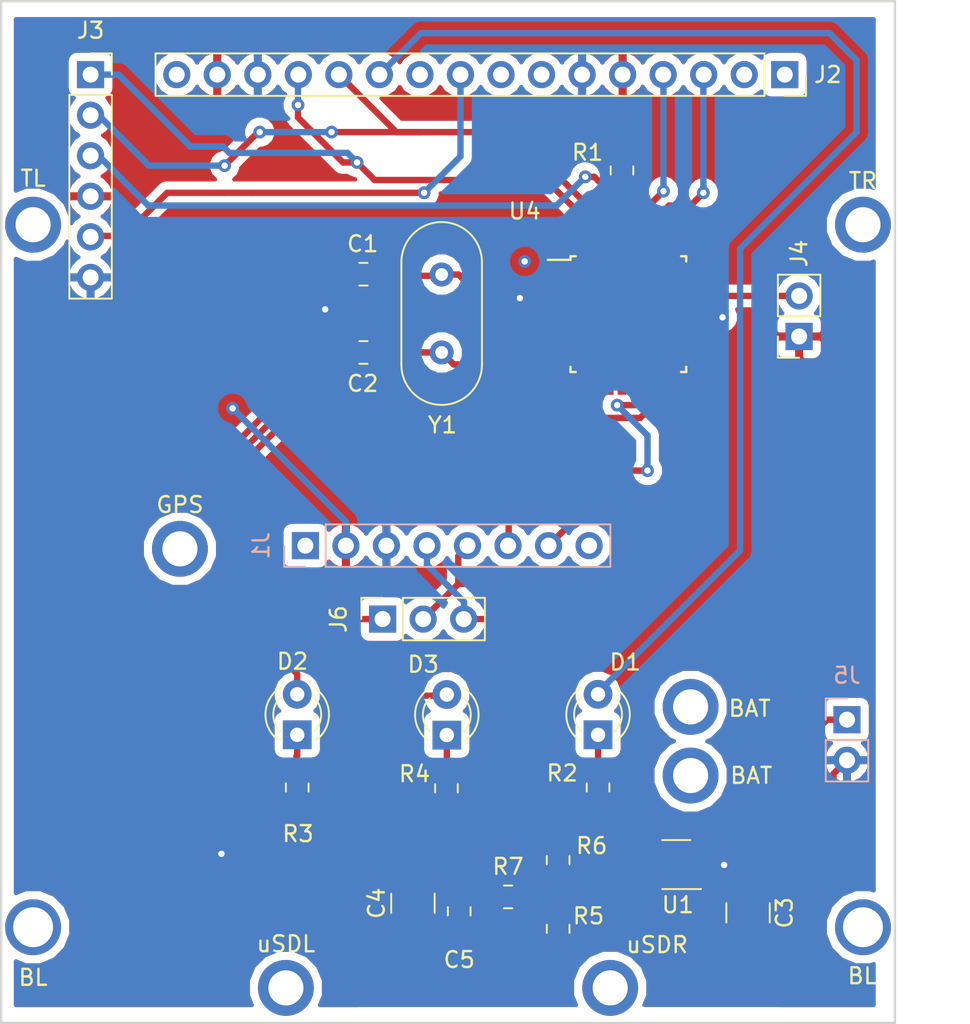
<source format=kicad_pcb>
(kicad_pcb (version 20171130) (host pcbnew "(5.0.2)-1")

  (general
    (thickness 1.6)
    (drawings 4)
    (tracks 210)
    (zones 0)
    (modules 33)
    (nets 47)
  )

  (page A4)
  (layers
    (0 F.Cu power)
    (31 B.Cu power)
    (32 B.Adhes user)
    (33 F.Adhes user)
    (34 B.Paste user)
    (35 F.Paste user)
    (36 B.SilkS user)
    (37 F.SilkS user)
    (38 B.Mask user)
    (39 F.Mask user)
    (40 Dwgs.User user)
    (41 Cmts.User user)
    (42 Eco1.User user)
    (43 Eco2.User user)
    (44 Edge.Cuts user)
    (45 Margin user)
    (46 B.CrtYd user)
    (47 F.CrtYd user)
    (48 B.Fab user)
    (49 F.Fab user hide)
  )

  (setup
    (last_trace_width 0.25)
    (user_trace_width 0.3)
    (user_trace_width 0.4)
    (trace_clearance 0.2)
    (zone_clearance 0.508)
    (zone_45_only no)
    (trace_min 0.4)
    (segment_width 0.2)
    (edge_width 0.15)
    (via_size 0.8)
    (via_drill 0.4)
    (via_min_size 0.4)
    (via_min_drill 0.3)
    (uvia_size 0.3)
    (uvia_drill 0.1)
    (uvias_allowed no)
    (uvia_min_size 0.2)
    (uvia_min_drill 0.1)
    (pcb_text_width 0.3)
    (pcb_text_size 1.5 1.5)
    (mod_edge_width 0.15)
    (mod_text_size 1 1)
    (mod_text_width 0.15)
    (pad_size 3.5 3.5)
    (pad_drill 2.5)
    (pad_to_mask_clearance 0.051)
    (solder_mask_min_width 0.25)
    (aux_axis_origin 0 0)
    (visible_elements 7FFFFFFF)
    (pcbplotparams
      (layerselection 0x010c0_ffffffff)
      (usegerberextensions false)
      (usegerberattributes false)
      (usegerberadvancedattributes false)
      (creategerberjobfile false)
      (excludeedgelayer true)
      (linewidth 0.100000)
      (plotframeref false)
      (viasonmask false)
      (mode 1)
      (useauxorigin false)
      (hpglpennumber 1)
      (hpglpenspeed 20)
      (hpglpendiameter 15.000000)
      (psnegative false)
      (psa4output false)
      (plotreference true)
      (plotvalue true)
      (plotinvisibletext false)
      (padsonsilk false)
      (subtractmaskfromsilk false)
      (outputformat 1)
      (mirror false)
      (drillshape 0)
      (scaleselection 1)
      (outputdirectory ""))
  )

  (net 0 "")
  (net 1 GND)
  (net 2 "Net-(J1-Pad8)")
  (net 3 "Net-(J1-Pad1)")
  (net 4 "Net-(C1-Pad2)")
  (net 5 "Net-(C2-Pad2)")
  (net 6 3V3)
  (net 7 FIX)
  (net 8 STABLE)
  (net 9 REC)
  (net 10 RXD)
  (net 11 TXD)
  (net 12 CS)
  (net 13 MOSI)
  (net 14 MISO)
  (net 15 SCK)
  (net 16 SDA)
  (net 17 SCL)
  (net 18 "Net-(U4-Pad1)")
  (net 19 "Net-(U4-Pad2)")
  (net 20 "Net-(U4-Pad3)")
  (net 21 "Net-(U4-Pad6)")
  (net 22 "Net-(U4-Pad12)")
  (net 23 "Net-(U4-Pad13)")
  (net 24 "Net-(U4-Pad19)")
  (net 25 "Net-(U4-Pad20)")
  (net 26 "Net-(U4-Pad25)")
  (net 27 "Net-(U4-Pad26)")
  (net 28 "Net-(U4-Pad32)")
  (net 29 "Net-(D1-Pad1)")
  (net 30 "Net-(D2-Pad1)")
  (net 31 "Net-(D3-Pad1)")
  (net 32 "Net-(J2-Pad1)")
  (net 33 +9V)
  (net 34 "Net-(J2-Pad10)")
  (net 35 "Net-(J2-Pad2)")
  (net 36 "Net-(J2-Pad7)")
  (net 37 "Net-(J2-Pad16)")
  (net 38 "Net-(U4-Pad11)")
  (net 39 "Net-(R5-Pad2)")
  (net 40 "Net-(C5-Pad2)")
  (net 41 ENABLE)
  (net 42 "Net-(J4-Pad2)")
  (net 43 RESET)
  (net 44 "Net-(U4-Pad23)")
  (net 45 "Net-(U4-Pad24)")
  (net 46 "Net-(J2-Pad8)")

  (net_class Default "This is the default net class."
    (clearance 0.2)
    (trace_width 0.25)
    (via_dia 0.8)
    (via_drill 0.4)
    (uvia_dia 0.3)
    (uvia_drill 0.1)
    (add_net +9V)
    (add_net 3V3)
    (add_net CS)
    (add_net ENABLE)
    (add_net FIX)
    (add_net GND)
    (add_net MISO)
    (add_net MOSI)
    (add_net "Net-(C1-Pad2)")
    (add_net "Net-(C2-Pad2)")
    (add_net "Net-(C5-Pad2)")
    (add_net "Net-(D1-Pad1)")
    (add_net "Net-(D2-Pad1)")
    (add_net "Net-(D3-Pad1)")
    (add_net "Net-(J1-Pad1)")
    (add_net "Net-(J1-Pad8)")
    (add_net "Net-(J2-Pad1)")
    (add_net "Net-(J2-Pad10)")
    (add_net "Net-(J2-Pad16)")
    (add_net "Net-(J2-Pad2)")
    (add_net "Net-(J2-Pad7)")
    (add_net "Net-(J2-Pad8)")
    (add_net "Net-(J4-Pad2)")
    (add_net "Net-(R5-Pad2)")
    (add_net "Net-(U4-Pad1)")
    (add_net "Net-(U4-Pad11)")
    (add_net "Net-(U4-Pad12)")
    (add_net "Net-(U4-Pad13)")
    (add_net "Net-(U4-Pad19)")
    (add_net "Net-(U4-Pad2)")
    (add_net "Net-(U4-Pad20)")
    (add_net "Net-(U4-Pad23)")
    (add_net "Net-(U4-Pad24)")
    (add_net "Net-(U4-Pad25)")
    (add_net "Net-(U4-Pad26)")
    (add_net "Net-(U4-Pad3)")
    (add_net "Net-(U4-Pad32)")
    (add_net "Net-(U4-Pad6)")
    (add_net REC)
    (add_net RESET)
    (add_net RXD)
    (add_net SCK)
    (add_net SCL)
    (add_net SDA)
    (add_net STABLE)
    (add_net TXD)
  )

  (net_class CUED ""
    (clearance 0.2)
    (trace_width 0.4)
    (via_dia 0.8)
    (via_drill 0.4)
    (uvia_dia 0.3)
    (uvia_drill 0.1)
  )

  (module MountingHole:MountingHole_2.2mm_M2_ISO7380_Pad (layer F.Cu) (tedit 5C574F4E) (tstamp 5C592788)
    (at 68.04 106.8)
    (descr "Mounting Hole 2.2mm, M2, ISO7380")
    (tags "mounting hole 2.2mm m2 iso7380")
    (attr virtual)
    (fp_text reference uSDL (at 0 -2.75) (layer F.SilkS)
      (effects (font (size 1 1) (thickness 0.15)))
    )
    (fp_text value MountingHole_2.2mm_M2_ISO7380_Pad (at 0 2.75) (layer F.Fab)
      (effects (font (size 1 1) (thickness 0.15)))
    )
    (fp_circle (center 0 0) (end 2 0) (layer F.CrtYd) (width 0.05))
    (fp_circle (center 0 0) (end 1.75 0) (layer Cmts.User) (width 0.15))
    (fp_text user %R (at 0.3 0) (layer F.Fab)
      (effects (font (size 1 1) (thickness 0.15)))
    )
    (pad 1 thru_hole circle (at 0 0) (size 3.5 3.5) (drill 2.2) (layers *.Cu *.Mask))
  )

  (module Connector_PinSocket_2.54mm:PinSocket_1x08_P2.54mm_Vertical (layer B.Cu) (tedit 5A19A420) (tstamp 5C7740EF)
    (at 69.26 79.1 270)
    (descr "Through hole straight socket strip, 1x08, 2.54mm pitch, single row (from Kicad 4.0.7), script generated")
    (tags "Through hole socket strip THT 1x08 2.54mm single row")
    (path /5C54C7ED)
    (fp_text reference J1 (at 0 2.77 270) (layer B.SilkS)
      (effects (font (size 1 1) (thickness 0.15)) (justify mirror))
    )
    (fp_text value Conn_01x08_Female (at 0 -20.55 270) (layer B.Fab)
      (effects (font (size 1 1) (thickness 0.15)) (justify mirror))
    )
    (fp_text user %R (at 0 -8.89 180) (layer B.Fab)
      (effects (font (size 1 1) (thickness 0.15)) (justify mirror))
    )
    (fp_line (start -1.8 -19.55) (end -1.8 1.8) (layer B.CrtYd) (width 0.05))
    (fp_line (start 1.75 -19.55) (end -1.8 -19.55) (layer B.CrtYd) (width 0.05))
    (fp_line (start 1.75 1.8) (end 1.75 -19.55) (layer B.CrtYd) (width 0.05))
    (fp_line (start -1.8 1.8) (end 1.75 1.8) (layer B.CrtYd) (width 0.05))
    (fp_line (start 0 1.33) (end 1.33 1.33) (layer B.SilkS) (width 0.12))
    (fp_line (start 1.33 1.33) (end 1.33 0) (layer B.SilkS) (width 0.12))
    (fp_line (start 1.33 -1.27) (end 1.33 -19.11) (layer B.SilkS) (width 0.12))
    (fp_line (start -1.33 -19.11) (end 1.33 -19.11) (layer B.SilkS) (width 0.12))
    (fp_line (start -1.33 -1.27) (end -1.33 -19.11) (layer B.SilkS) (width 0.12))
    (fp_line (start -1.33 -1.27) (end 1.33 -1.27) (layer B.SilkS) (width 0.12))
    (fp_line (start -1.27 -19.05) (end -1.27 1.27) (layer B.Fab) (width 0.1))
    (fp_line (start 1.27 -19.05) (end -1.27 -19.05) (layer B.Fab) (width 0.1))
    (fp_line (start 1.27 0.635) (end 1.27 -19.05) (layer B.Fab) (width 0.1))
    (fp_line (start 0.635 1.27) (end 1.27 0.635) (layer B.Fab) (width 0.1))
    (fp_line (start -1.27 1.27) (end 0.635 1.27) (layer B.Fab) (width 0.1))
    (pad 8 thru_hole oval (at 0 -17.78 270) (size 1.7 1.7) (drill 1) (layers *.Cu *.Mask)
      (net 2 "Net-(J1-Pad8)"))
    (pad 7 thru_hole oval (at 0 -15.24 270) (size 1.7 1.7) (drill 1) (layers *.Cu *.Mask)
      (net 12 CS))
    (pad 6 thru_hole oval (at 0 -12.7 270) (size 1.7 1.7) (drill 1) (layers *.Cu *.Mask)
      (net 13 MOSI))
    (pad 5 thru_hole oval (at 0 -10.16 270) (size 1.7 1.7) (drill 1) (layers *.Cu *.Mask)
      (net 14 MISO))
    (pad 4 thru_hole oval (at 0 -7.62 270) (size 1.7 1.7) (drill 1) (layers *.Cu *.Mask)
      (net 15 SCK))
    (pad 3 thru_hole oval (at 0 -5.08 270) (size 1.7 1.7) (drill 1) (layers *.Cu *.Mask)
      (net 1 GND))
    (pad 2 thru_hole oval (at 0 -2.54 270) (size 1.7 1.7) (drill 1) (layers *.Cu *.Mask)
      (net 6 3V3))
    (pad 1 thru_hole rect (at 0 0 270) (size 1.7 1.7) (drill 1) (layers *.Cu *.Mask)
      (net 3 "Net-(J1-Pad1)"))
    (model ${KISYS3DMOD}/Connector_PinSocket_2.54mm.3dshapes/PinSocket_1x08_P2.54mm_Vertical.wrl
      (at (xyz 0 0 0))
      (scale (xyz 1 1 1))
      (rotate (xyz 0 0 0))
    )
  )

  (module MountingHole:MountingHole_2.2mm_M2_ISO7380_Pad (layer F.Cu) (tedit 5C76A618) (tstamp 5C775303)
    (at 93.4 89.2)
    (descr "Mounting Hole 2.2mm, M2, ISO7380")
    (tags "mounting hole 2.2mm m2 iso7380")
    (attr virtual)
    (fp_text reference BAT (at 3.7 0.1) (layer F.SilkS)
      (effects (font (size 1 1) (thickness 0.15)))
    )
    (fp_text value MountingHole_2.2mm_M2_ISO7380_Pad (at 0 2.75) (layer F.Fab)
      (effects (font (size 1 1) (thickness 0.15)))
    )
    (fp_circle (center 0 0) (end 2 0) (layer F.CrtYd) (width 0.05))
    (fp_circle (center 0 0) (end 1.75 0) (layer Cmts.User) (width 0.15))
    (fp_text user %R (at 0.3 0) (layer F.Fab)
      (effects (font (size 1 1) (thickness 0.15)))
    )
    (pad 1 thru_hole circle (at 0 0) (size 3.5 3.5) (drill 2.2) (layers *.Cu *.Mask))
  )

  (module MountingHole:MountingHole_2.2mm_M2_ISO7380_Pad (layer F.Cu) (tedit 5C76A614) (tstamp 5C7751F3)
    (at 93.4 93.5)
    (descr "Mounting Hole 2.2mm, M2, ISO7380")
    (tags "mounting hole 2.2mm m2 iso7380")
    (attr virtual)
    (fp_text reference BAT (at 3.8 0) (layer F.SilkS)
      (effects (font (size 1 1) (thickness 0.15)))
    )
    (fp_text value MountingHole_2.2mm_M2_ISO7380_Pad (at 0 2.75) (layer F.Fab)
      (effects (font (size 1 1) (thickness 0.15)))
    )
    (fp_text user %R (at 0.3 0) (layer F.Fab)
      (effects (font (size 1 1) (thickness 0.15)))
    )
    (fp_circle (center 0 0) (end 1.75 0) (layer Cmts.User) (width 0.15))
    (fp_circle (center 0 0) (end 2 0) (layer F.CrtYd) (width 0.05))
    (pad 1 thru_hole circle (at 0 0) (size 3.5 3.5) (drill 2.2) (layers *.Cu *.Mask))
  )

  (module MountingHole:MountingHole_2.2mm_M2_ISO7380_Pad (layer F.Cu) (tedit 5C574F13) (tstamp 5C592788)
    (at 52.2 59)
    (descr "Mounting Hole 2.2mm, M2, ISO7380")
    (tags "mounting hole 2.2mm m2 iso7380")
    (attr virtual)
    (fp_text reference TL (at 0 -2.9) (layer F.SilkS)
      (effects (font (size 1 1) (thickness 0.15)))
    )
    (fp_text value MountingHole_2.2mm_M2_ISO7380_Pad (at 0 2.75) (layer F.Fab)
      (effects (font (size 1 1) (thickness 0.15)))
    )
    (fp_circle (center 0 0) (end 2 0) (layer F.CrtYd) (width 0.05))
    (fp_circle (center 0 0) (end 1.75 0) (layer Cmts.User) (width 0.15))
    (fp_text user %R (at 0.3 0) (layer F.Fab)
      (effects (font (size 1 1) (thickness 0.15)))
    )
    (pad 1 thru_hole circle (at 0 0) (size 3.5 3.5) (drill 2.2) (layers *.Cu *.Mask))
  )

  (module MountingHole:MountingHole_2.2mm_M2_ISO7380_Pad (layer F.Cu) (tedit 5C574F53) (tstamp 5C592788)
    (at 88.36 106.8)
    (descr "Mounting Hole 2.2mm, M2, ISO7380")
    (tags "mounting hole 2.2mm m2 iso7380")
    (attr virtual)
    (fp_text reference uSDR (at 2.94 -2.7) (layer F.SilkS)
      (effects (font (size 1 1) (thickness 0.15)))
    )
    (fp_text value MountingHole_2.2mm_M2_ISO7380_Pad (at 0 2.75) (layer F.Fab)
      (effects (font (size 1 1) (thickness 0.15)))
    )
    (fp_circle (center 0 0) (end 2 0) (layer F.CrtYd) (width 0.05))
    (fp_circle (center 0 0) (end 1.75 0) (layer Cmts.User) (width 0.15))
    (fp_text user %R (at 0.3 0) (layer F.Fab)
      (effects (font (size 1 1) (thickness 0.15)))
    )
    (pad 1 thru_hole circle (at 0 0) (size 3.5 3.5) (drill 2.2) (layers *.Cu *.Mask))
  )

  (module MountingHole:MountingHole_2.2mm_M2_ISO7380_Pad (layer F.Cu) (tedit 5C76EAF2) (tstamp 5C592066)
    (at 104.2 103)
    (descr "Mounting Hole 2.2mm, M2, ISO7380")
    (tags "mounting hole 2.2mm m2 iso7380")
    (attr virtual)
    (fp_text reference BL (at -0.05 3.05) (layer F.SilkS)
      (effects (font (size 1 1) (thickness 0.15)))
    )
    (fp_text value MountingHole_2.2mm_M2_ISO7380_Pad (at 0 2.75) (layer F.Fab)
      (effects (font (size 1 1) (thickness 0.15)))
    )
    (fp_circle (center 0 0) (end 2 0) (layer F.CrtYd) (width 0.05))
    (fp_circle (center 0 0) (end 1.75 0) (layer Cmts.User) (width 0.15))
    (fp_text user %R (at 0.3 0) (layer F.Fab)
      (effects (font (size 1 1) (thickness 0.15)))
    )
    (pad 1 thru_hole circle (at 0 0) (size 3.5 3.5) (drill 2.5) (layers *.Cu *.Mask))
  )

  (module MountingHole:MountingHole_2.2mm_M2_ISO7380_Pad (layer F.Cu) (tedit 5C574F1A) (tstamp 5C592066)
    (at 104.2 59)
    (descr "Mounting Hole 2.2mm, M2, ISO7380")
    (tags "mounting hole 2.2mm m2 iso7380")
    (attr virtual)
    (fp_text reference TR (at 0 -2.75) (layer F.SilkS)
      (effects (font (size 1 1) (thickness 0.15)))
    )
    (fp_text value MountingHole_2.2mm_M2_ISO7380_Pad (at 0 2.75) (layer F.Fab)
      (effects (font (size 1 1) (thickness 0.15)))
    )
    (fp_circle (center 0 0) (end 2 0) (layer F.CrtYd) (width 0.05))
    (fp_circle (center 0 0) (end 1.75 0) (layer Cmts.User) (width 0.15))
    (fp_text user %R (at 0.3 0) (layer F.Fab)
      (effects (font (size 1 1) (thickness 0.15)))
    )
    (pad 1 thru_hole circle (at 0 0) (size 3.5 3.5) (drill 2.2) (layers *.Cu *.Mask))
  )

  (module MountingHole:MountingHole_2.2mm_M2_ISO7380_Pad (layer F.Cu) (tedit 5C574F5D) (tstamp 5C592066)
    (at 61.4 79.3)
    (descr "Mounting Hole 2.2mm, M2, ISO7380")
    (tags "mounting hole 2.2mm m2 iso7380")
    (attr virtual)
    (fp_text reference GPS (at 0 -2.76) (layer F.SilkS)
      (effects (font (size 1 1) (thickness 0.15)))
    )
    (fp_text value MountingHole_2.2mm_M2_ISO7380_Pad (at 0 2.75) (layer F.Fab)
      (effects (font (size 1 1) (thickness 0.15)))
    )
    (fp_text user %R (at 0.3 0) (layer F.Fab)
      (effects (font (size 1 1) (thickness 0.15)))
    )
    (fp_circle (center 0 0) (end 1.75 0) (layer Cmts.User) (width 0.15))
    (fp_circle (center 0 0) (end 2 0) (layer F.CrtYd) (width 0.05))
    (pad 1 thru_hole circle (at 0 0) (size 3.5 3.5) (drill 2.2) (layers *.Cu *.Mask))
  )

  (module Capacitor_SMD:C_0805_2012Metric (layer F.Cu) (tedit 5B36C52B) (tstamp 5C585E65)
    (at 72.9 62.1)
    (descr "Capacitor SMD 0805 (2012 Metric), square (rectangular) end terminal, IPC_7351 nominal, (Body size source: https://docs.google.com/spreadsheets/d/1BsfQQcO9C6DZCsRaXUlFlo91Tg2WpOkGARC1WS5S8t0/edit?usp=sharing), generated with kicad-footprint-generator")
    (tags capacitor)
    (path /5C4E2792)
    (attr smd)
    (fp_text reference C1 (at -0.05 -1.9) (layer F.SilkS)
      (effects (font (size 1 1) (thickness 0.15)))
    )
    (fp_text value 22pF (at 0 1.65) (layer F.Fab)
      (effects (font (size 1 1) (thickness 0.15)))
    )
    (fp_text user %R (at 0 0) (layer F.Fab)
      (effects (font (size 0.5 0.5) (thickness 0.08)))
    )
    (fp_line (start 1.68 0.95) (end -1.68 0.95) (layer F.CrtYd) (width 0.05))
    (fp_line (start 1.68 -0.95) (end 1.68 0.95) (layer F.CrtYd) (width 0.05))
    (fp_line (start -1.68 -0.95) (end 1.68 -0.95) (layer F.CrtYd) (width 0.05))
    (fp_line (start -1.68 0.95) (end -1.68 -0.95) (layer F.CrtYd) (width 0.05))
    (fp_line (start -0.258578 0.71) (end 0.258578 0.71) (layer F.SilkS) (width 0.12))
    (fp_line (start -0.258578 -0.71) (end 0.258578 -0.71) (layer F.SilkS) (width 0.12))
    (fp_line (start 1 0.6) (end -1 0.6) (layer F.Fab) (width 0.1))
    (fp_line (start 1 -0.6) (end 1 0.6) (layer F.Fab) (width 0.1))
    (fp_line (start -1 -0.6) (end 1 -0.6) (layer F.Fab) (width 0.1))
    (fp_line (start -1 0.6) (end -1 -0.6) (layer F.Fab) (width 0.1))
    (pad 2 smd roundrect (at 0.9375 0) (size 0.975 1.4) (layers F.Cu F.Paste F.Mask) (roundrect_rratio 0.25)
      (net 4 "Net-(C1-Pad2)"))
    (pad 1 smd roundrect (at -0.9375 0) (size 0.975 1.4) (layers F.Cu F.Paste F.Mask) (roundrect_rratio 0.25)
      (net 1 GND))
    (model ${KISYS3DMOD}/Capacitor_SMD.3dshapes/C_0805_2012Metric.wrl
      (at (xyz 0 0 0))
      (scale (xyz 1 1 1))
      (rotate (xyz 0 0 0))
    )
  )

  (module Capacitor_SMD:C_0805_2012Metric (layer F.Cu) (tedit 5B36C52B) (tstamp 5C585E76)
    (at 72.9 67)
    (descr "Capacitor SMD 0805 (2012 Metric), square (rectangular) end terminal, IPC_7351 nominal, (Body size source: https://docs.google.com/spreadsheets/d/1BsfQQcO9C6DZCsRaXUlFlo91Tg2WpOkGARC1WS5S8t0/edit?usp=sharing), generated with kicad-footprint-generator")
    (tags capacitor)
    (path /5C4E2804)
    (attr smd)
    (fp_text reference C2 (at -0.05 1.95) (layer F.SilkS)
      (effects (font (size 1 1) (thickness 0.15)))
    )
    (fp_text value 22pF (at 0 1.65) (layer F.Fab)
      (effects (font (size 1 1) (thickness 0.15)))
    )
    (fp_line (start -1 0.6) (end -1 -0.6) (layer F.Fab) (width 0.1))
    (fp_line (start -1 -0.6) (end 1 -0.6) (layer F.Fab) (width 0.1))
    (fp_line (start 1 -0.6) (end 1 0.6) (layer F.Fab) (width 0.1))
    (fp_line (start 1 0.6) (end -1 0.6) (layer F.Fab) (width 0.1))
    (fp_line (start -0.258578 -0.71) (end 0.258578 -0.71) (layer F.SilkS) (width 0.12))
    (fp_line (start -0.258578 0.71) (end 0.258578 0.71) (layer F.SilkS) (width 0.12))
    (fp_line (start -1.68 0.95) (end -1.68 -0.95) (layer F.CrtYd) (width 0.05))
    (fp_line (start -1.68 -0.95) (end 1.68 -0.95) (layer F.CrtYd) (width 0.05))
    (fp_line (start 1.68 -0.95) (end 1.68 0.95) (layer F.CrtYd) (width 0.05))
    (fp_line (start 1.68 0.95) (end -1.68 0.95) (layer F.CrtYd) (width 0.05))
    (fp_text user %R (at 0 0) (layer F.Fab)
      (effects (font (size 0.5 0.5) (thickness 0.08)))
    )
    (pad 1 smd roundrect (at -0.9375 0) (size 0.975 1.4) (layers F.Cu F.Paste F.Mask) (roundrect_rratio 0.25)
      (net 1 GND))
    (pad 2 smd roundrect (at 0.9375 0) (size 0.975 1.4) (layers F.Cu F.Paste F.Mask) (roundrect_rratio 0.25)
      (net 5 "Net-(C2-Pad2)"))
    (model ${KISYS3DMOD}/Capacitor_SMD.3dshapes/C_0805_2012Metric.wrl
      (at (xyz 0 0 0))
      (scale (xyz 1 1 1))
      (rotate (xyz 0 0 0))
    )
  )

  (module LED_THT:LED_D3.0mm_Clear (layer F.Cu) (tedit 5A6C9BC0) (tstamp 5C585EAC)
    (at 87.6 90.95 90)
    (descr "IR-LED, diameter 3.0mm, 2 pins, color: clear")
    (tags "IR infrared LED diameter 3.0mm 2 pins clear")
    (path /5C4AF668)
    (fp_text reference D1 (at 4.55 1.7 180) (layer F.SilkS)
      (effects (font (size 1 1) (thickness 0.15)))
    )
    (fp_text value LED (at 1.27 2.96 90) (layer F.Fab)
      (effects (font (size 1 1) (thickness 0.15)))
    )
    (fp_arc (start 1.27 0) (end 0.229039 1.08) (angle -87.9) (layer F.SilkS) (width 0.12))
    (fp_arc (start 1.27 0) (end 0.229039 -1.08) (angle 87.9) (layer F.SilkS) (width 0.12))
    (fp_arc (start 1.27 0) (end -0.29 1.235516) (angle -108.8) (layer F.SilkS) (width 0.12))
    (fp_arc (start 1.27 0) (end -0.29 -1.235516) (angle 108.8) (layer F.SilkS) (width 0.12))
    (fp_arc (start 1.27 0) (end -0.23 -1.16619) (angle 284.3) (layer F.Fab) (width 0.1))
    (fp_circle (center 1.27 0) (end 2.77 0) (layer F.Fab) (width 0.1))
    (fp_line (start 3.7 -2.25) (end -1.15 -2.25) (layer F.CrtYd) (width 0.05))
    (fp_line (start 3.7 2.25) (end 3.7 -2.25) (layer F.CrtYd) (width 0.05))
    (fp_line (start -1.15 2.25) (end 3.7 2.25) (layer F.CrtYd) (width 0.05))
    (fp_line (start -1.15 -2.25) (end -1.15 2.25) (layer F.CrtYd) (width 0.05))
    (fp_line (start -0.29 1.08) (end -0.29 1.236) (layer F.SilkS) (width 0.12))
    (fp_line (start -0.29 -1.236) (end -0.29 -1.08) (layer F.SilkS) (width 0.12))
    (fp_line (start -0.23 -1.16619) (end -0.23 1.16619) (layer F.Fab) (width 0.1))
    (fp_text user %R (at 1.47 0 90) (layer F.Fab)
      (effects (font (size 0.8 0.8) (thickness 0.12)))
    )
    (pad 2 thru_hole circle (at 2.54 0 90) (size 1.8 1.8) (drill 0.9) (layers *.Cu *.Mask)
      (net 7 FIX))
    (pad 1 thru_hole rect (at 0 0 90) (size 1.8 1.8) (drill 0.9) (layers *.Cu *.Mask)
      (net 29 "Net-(D1-Pad1)"))
    (model ${KISYS3DMOD}/LED_THT.3dshapes/LED_D3.0mm_Clear.wrl
      (at (xyz 0 0 0))
      (scale (xyz 1 1 1))
      (rotate (xyz 0 0 0))
    )
  )

  (module LED_THT:LED_D3.0mm_Clear (layer F.Cu) (tedit 5A6C9BC0) (tstamp 5C585EC0)
    (at 68.75 90.95 90)
    (descr "IR-LED, diameter 3.0mm, 2 pins, color: clear")
    (tags "IR infrared LED diameter 3.0mm 2 pins clear")
    (path /5C4AF616)
    (fp_text reference D2 (at 4.6 -0.3 180) (layer F.SilkS)
      (effects (font (size 1 1) (thickness 0.15)))
    )
    (fp_text value LED (at 1.27 2.96 90) (layer F.Fab)
      (effects (font (size 1 1) (thickness 0.15)))
    )
    (fp_text user %R (at 1.47 0 90) (layer F.Fab)
      (effects (font (size 0.8 0.8) (thickness 0.12)))
    )
    (fp_line (start -0.23 -1.16619) (end -0.23 1.16619) (layer F.Fab) (width 0.1))
    (fp_line (start -0.29 -1.236) (end -0.29 -1.08) (layer F.SilkS) (width 0.12))
    (fp_line (start -0.29 1.08) (end -0.29 1.236) (layer F.SilkS) (width 0.12))
    (fp_line (start -1.15 -2.25) (end -1.15 2.25) (layer F.CrtYd) (width 0.05))
    (fp_line (start -1.15 2.25) (end 3.7 2.25) (layer F.CrtYd) (width 0.05))
    (fp_line (start 3.7 2.25) (end 3.7 -2.25) (layer F.CrtYd) (width 0.05))
    (fp_line (start 3.7 -2.25) (end -1.15 -2.25) (layer F.CrtYd) (width 0.05))
    (fp_circle (center 1.27 0) (end 2.77 0) (layer F.Fab) (width 0.1))
    (fp_arc (start 1.27 0) (end -0.23 -1.16619) (angle 284.3) (layer F.Fab) (width 0.1))
    (fp_arc (start 1.27 0) (end -0.29 -1.235516) (angle 108.8) (layer F.SilkS) (width 0.12))
    (fp_arc (start 1.27 0) (end -0.29 1.235516) (angle -108.8) (layer F.SilkS) (width 0.12))
    (fp_arc (start 1.27 0) (end 0.229039 -1.08) (angle 87.9) (layer F.SilkS) (width 0.12))
    (fp_arc (start 1.27 0) (end 0.229039 1.08) (angle -87.9) (layer F.SilkS) (width 0.12))
    (pad 1 thru_hole rect (at 0 0 90) (size 1.8 1.8) (drill 0.9) (layers *.Cu *.Mask)
      (net 30 "Net-(D2-Pad1)"))
    (pad 2 thru_hole circle (at 2.54 0 90) (size 1.8 1.8) (drill 0.9) (layers *.Cu *.Mask)
      (net 8 STABLE))
    (model ${KISYS3DMOD}/LED_THT.3dshapes/LED_D3.0mm_Clear.wrl
      (at (xyz 0 0 0))
      (scale (xyz 1 1 1))
      (rotate (xyz 0 0 0))
    )
  )

  (module LED_THT:LED_D3.0mm_Clear (layer F.Cu) (tedit 5A6C9BC0) (tstamp 5C585ED4)
    (at 78.124 90.9646 90)
    (descr "IR-LED, diameter 3.0mm, 2 pins, color: clear")
    (tags "IR infrared LED diameter 3.0mm 2 pins clear")
    (path /5C4AF5CC)
    (fp_text reference D3 (at 4.4256 -1.48 180) (layer F.SilkS)
      (effects (font (size 1 1) (thickness 0.15)))
    )
    (fp_text value LED (at 1.27 2.96 90) (layer F.Fab)
      (effects (font (size 1 1) (thickness 0.15)))
    )
    (fp_text user %R (at 1.47 0 90) (layer F.Fab)
      (effects (font (size 0.8 0.8) (thickness 0.12)))
    )
    (fp_line (start -0.23 -1.16619) (end -0.23 1.16619) (layer F.Fab) (width 0.1))
    (fp_line (start -0.29 -1.236) (end -0.29 -1.08) (layer F.SilkS) (width 0.12))
    (fp_line (start -0.29 1.08) (end -0.29 1.236) (layer F.SilkS) (width 0.12))
    (fp_line (start -1.15 -2.25) (end -1.15 2.25) (layer F.CrtYd) (width 0.05))
    (fp_line (start -1.15 2.25) (end 3.7 2.25) (layer F.CrtYd) (width 0.05))
    (fp_line (start 3.7 2.25) (end 3.7 -2.25) (layer F.CrtYd) (width 0.05))
    (fp_line (start 3.7 -2.25) (end -1.15 -2.25) (layer F.CrtYd) (width 0.05))
    (fp_circle (center 1.27 0) (end 2.77 0) (layer F.Fab) (width 0.1))
    (fp_arc (start 1.27 0) (end -0.23 -1.16619) (angle 284.3) (layer F.Fab) (width 0.1))
    (fp_arc (start 1.27 0) (end -0.29 -1.235516) (angle 108.8) (layer F.SilkS) (width 0.12))
    (fp_arc (start 1.27 0) (end -0.29 1.235516) (angle -108.8) (layer F.SilkS) (width 0.12))
    (fp_arc (start 1.27 0) (end 0.229039 -1.08) (angle 87.9) (layer F.SilkS) (width 0.12))
    (fp_arc (start 1.27 0) (end 0.229039 1.08) (angle -87.9) (layer F.SilkS) (width 0.12))
    (pad 1 thru_hole rect (at 0 0 90) (size 1.8 1.8) (drill 0.9) (layers *.Cu *.Mask)
      (net 31 "Net-(D3-Pad1)"))
    (pad 2 thru_hole circle (at 2.54 0 90) (size 1.8 1.8) (drill 0.9) (layers *.Cu *.Mask)
      (net 9 REC))
    (model ${KISYS3DMOD}/LED_THT.3dshapes/LED_D3.0mm_Clear.wrl
      (at (xyz 0 0 0))
      (scale (xyz 1 1 1))
      (rotate (xyz 0 0 0))
    )
  )

  (module Resistor_SMD:R_0805_2012Metric (layer F.Cu) (tedit 5B36C52B) (tstamp 5C585F3D)
    (at 89.1 55.6 270)
    (descr "Resistor SMD 0805 (2012 Metric), square (rectangular) end terminal, IPC_7351 nominal, (Body size source: https://docs.google.com/spreadsheets/d/1BsfQQcO9C6DZCsRaXUlFlo91Tg2WpOkGARC1WS5S8t0/edit?usp=sharing), generated with kicad-footprint-generator")
    (tags resistor)
    (path /5C4E2A47)
    (attr smd)
    (fp_text reference R1 (at -1.128 2.159) (layer F.SilkS)
      (effects (font (size 1 1) (thickness 0.15)))
    )
    (fp_text value 10K (at 0 1.65 270) (layer F.Fab)
      (effects (font (size 1 1) (thickness 0.15)))
    )
    (fp_line (start -1 0.6) (end -1 -0.6) (layer F.Fab) (width 0.1))
    (fp_line (start -1 -0.6) (end 1 -0.6) (layer F.Fab) (width 0.1))
    (fp_line (start 1 -0.6) (end 1 0.6) (layer F.Fab) (width 0.1))
    (fp_line (start 1 0.6) (end -1 0.6) (layer F.Fab) (width 0.1))
    (fp_line (start -0.258578 -0.71) (end 0.258578 -0.71) (layer F.SilkS) (width 0.12))
    (fp_line (start -0.258578 0.71) (end 0.258578 0.71) (layer F.SilkS) (width 0.12))
    (fp_line (start -1.68 0.95) (end -1.68 -0.95) (layer F.CrtYd) (width 0.05))
    (fp_line (start -1.68 -0.95) (end 1.68 -0.95) (layer F.CrtYd) (width 0.05))
    (fp_line (start 1.68 -0.95) (end 1.68 0.95) (layer F.CrtYd) (width 0.05))
    (fp_line (start 1.68 0.95) (end -1.68 0.95) (layer F.CrtYd) (width 0.05))
    (fp_text user %R (at 0 0 270) (layer F.Fab)
      (effects (font (size 0.5 0.5) (thickness 0.08)))
    )
    (pad 1 smd roundrect (at -0.9375 0 270) (size 0.975 1.4) (layers F.Cu F.Paste F.Mask) (roundrect_rratio 0.25)
      (net 6 3V3))
    (pad 2 smd roundrect (at 0.9375 0 270) (size 0.975 1.4) (layers F.Cu F.Paste F.Mask) (roundrect_rratio 0.25)
      (net 43 RESET))
    (model ${KISYS3DMOD}/Resistor_SMD.3dshapes/R_0805_2012Metric.wrl
      (at (xyz 0 0 0))
      (scale (xyz 1 1 1))
      (rotate (xyz 0 0 0))
    )
  )

  (module Resistor_SMD:R_0805_2012Metric (layer F.Cu) (tedit 5B36C52B) (tstamp 5C585F4E)
    (at 87.6 94.25 90)
    (descr "Resistor SMD 0805 (2012 Metric), square (rectangular) end terminal, IPC_7351 nominal, (Body size source: https://docs.google.com/spreadsheets/d/1BsfQQcO9C6DZCsRaXUlFlo91Tg2WpOkGARC1WS5S8t0/edit?usp=sharing), generated with kicad-footprint-generator")
    (tags resistor)
    (path /5C53C479)
    (attr smd)
    (fp_text reference R2 (at 0.9 -2.25 180) (layer F.SilkS)
      (effects (font (size 1 1) (thickness 0.15)))
    )
    (fp_text value 300 (at 0 1.65 90) (layer F.Fab)
      (effects (font (size 1 1) (thickness 0.15)))
    )
    (fp_line (start -1 0.6) (end -1 -0.6) (layer F.Fab) (width 0.1))
    (fp_line (start -1 -0.6) (end 1 -0.6) (layer F.Fab) (width 0.1))
    (fp_line (start 1 -0.6) (end 1 0.6) (layer F.Fab) (width 0.1))
    (fp_line (start 1 0.6) (end -1 0.6) (layer F.Fab) (width 0.1))
    (fp_line (start -0.258578 -0.71) (end 0.258578 -0.71) (layer F.SilkS) (width 0.12))
    (fp_line (start -0.258578 0.71) (end 0.258578 0.71) (layer F.SilkS) (width 0.12))
    (fp_line (start -1.68 0.95) (end -1.68 -0.95) (layer F.CrtYd) (width 0.05))
    (fp_line (start -1.68 -0.95) (end 1.68 -0.95) (layer F.CrtYd) (width 0.05))
    (fp_line (start 1.68 -0.95) (end 1.68 0.95) (layer F.CrtYd) (width 0.05))
    (fp_line (start 1.68 0.95) (end -1.68 0.95) (layer F.CrtYd) (width 0.05))
    (fp_text user %R (at 0 0 90) (layer F.Fab)
      (effects (font (size 0.5 0.5) (thickness 0.08)))
    )
    (pad 1 smd roundrect (at -0.9375 0 90) (size 0.975 1.4) (layers F.Cu F.Paste F.Mask) (roundrect_rratio 0.25)
      (net 1 GND))
    (pad 2 smd roundrect (at 0.9375 0 90) (size 0.975 1.4) (layers F.Cu F.Paste F.Mask) (roundrect_rratio 0.25)
      (net 29 "Net-(D1-Pad1)"))
    (model ${KISYS3DMOD}/Resistor_SMD.3dshapes/R_0805_2012Metric.wrl
      (at (xyz 0 0 0))
      (scale (xyz 1 1 1))
      (rotate (xyz 0 0 0))
    )
  )

  (module Resistor_SMD:R_0805_2012Metric (layer F.Cu) (tedit 5B36C52B) (tstamp 5C585F5F)
    (at 68.75 94.25 90)
    (descr "Resistor SMD 0805 (2012 Metric), square (rectangular) end terminal, IPC_7351 nominal, (Body size source: https://docs.google.com/spreadsheets/d/1BsfQQcO9C6DZCsRaXUlFlo91Tg2WpOkGARC1WS5S8t0/edit?usp=sharing), generated with kicad-footprint-generator")
    (tags resistor)
    (path /5C568639)
    (attr smd)
    (fp_text reference R3 (at -2.9 0.05 180) (layer F.SilkS)
      (effects (font (size 1 1) (thickness 0.15)))
    )
    (fp_text value 300 (at 0 1.65 90) (layer F.Fab)
      (effects (font (size 1 1) (thickness 0.15)))
    )
    (fp_text user %R (at 0 0 90) (layer F.Fab)
      (effects (font (size 0.5 0.5) (thickness 0.08)))
    )
    (fp_line (start 1.68 0.95) (end -1.68 0.95) (layer F.CrtYd) (width 0.05))
    (fp_line (start 1.68 -0.95) (end 1.68 0.95) (layer F.CrtYd) (width 0.05))
    (fp_line (start -1.68 -0.95) (end 1.68 -0.95) (layer F.CrtYd) (width 0.05))
    (fp_line (start -1.68 0.95) (end -1.68 -0.95) (layer F.CrtYd) (width 0.05))
    (fp_line (start -0.258578 0.71) (end 0.258578 0.71) (layer F.SilkS) (width 0.12))
    (fp_line (start -0.258578 -0.71) (end 0.258578 -0.71) (layer F.SilkS) (width 0.12))
    (fp_line (start 1 0.6) (end -1 0.6) (layer F.Fab) (width 0.1))
    (fp_line (start 1 -0.6) (end 1 0.6) (layer F.Fab) (width 0.1))
    (fp_line (start -1 -0.6) (end 1 -0.6) (layer F.Fab) (width 0.1))
    (fp_line (start -1 0.6) (end -1 -0.6) (layer F.Fab) (width 0.1))
    (pad 2 smd roundrect (at 0.9375 0 90) (size 0.975 1.4) (layers F.Cu F.Paste F.Mask) (roundrect_rratio 0.25)
      (net 30 "Net-(D2-Pad1)"))
    (pad 1 smd roundrect (at -0.9375 0 90) (size 0.975 1.4) (layers F.Cu F.Paste F.Mask) (roundrect_rratio 0.25)
      (net 1 GND))
    (model ${KISYS3DMOD}/Resistor_SMD.3dshapes/R_0805_2012Metric.wrl
      (at (xyz 0 0 0))
      (scale (xyz 1 1 1))
      (rotate (xyz 0 0 0))
    )
  )

  (module Resistor_SMD:R_0805_2012Metric (layer F.Cu) (tedit 5B36C52B) (tstamp 5C585F70)
    (at 78.1 94.3 90)
    (descr "Resistor SMD 0805 (2012 Metric), square (rectangular) end terminal, IPC_7351 nominal, (Body size source: https://docs.google.com/spreadsheets/d/1BsfQQcO9C6DZCsRaXUlFlo91Tg2WpOkGARC1WS5S8t0/edit?usp=sharing), generated with kicad-footprint-generator")
    (tags resistor)
    (path /5C568679)
    (attr smd)
    (fp_text reference R4 (at 0.9 -2 180) (layer F.SilkS)
      (effects (font (size 1 1) (thickness 0.15)))
    )
    (fp_text value 300 (at 0 1.65 90) (layer F.Fab)
      (effects (font (size 1 1) (thickness 0.15)))
    )
    (fp_line (start -1 0.6) (end -1 -0.6) (layer F.Fab) (width 0.1))
    (fp_line (start -1 -0.6) (end 1 -0.6) (layer F.Fab) (width 0.1))
    (fp_line (start 1 -0.6) (end 1 0.6) (layer F.Fab) (width 0.1))
    (fp_line (start 1 0.6) (end -1 0.6) (layer F.Fab) (width 0.1))
    (fp_line (start -0.258578 -0.71) (end 0.258578 -0.71) (layer F.SilkS) (width 0.12))
    (fp_line (start -0.258578 0.71) (end 0.258578 0.71) (layer F.SilkS) (width 0.12))
    (fp_line (start -1.68 0.95) (end -1.68 -0.95) (layer F.CrtYd) (width 0.05))
    (fp_line (start -1.68 -0.95) (end 1.68 -0.95) (layer F.CrtYd) (width 0.05))
    (fp_line (start 1.68 -0.95) (end 1.68 0.95) (layer F.CrtYd) (width 0.05))
    (fp_line (start 1.68 0.95) (end -1.68 0.95) (layer F.CrtYd) (width 0.05))
    (fp_text user %R (at 0 0 90) (layer F.Fab)
      (effects (font (size 0.5 0.5) (thickness 0.08)))
    )
    (pad 1 smd roundrect (at -0.9375 0 90) (size 0.975 1.4) (layers F.Cu F.Paste F.Mask) (roundrect_rratio 0.25)
      (net 1 GND))
    (pad 2 smd roundrect (at 0.9375 0 90) (size 0.975 1.4) (layers F.Cu F.Paste F.Mask) (roundrect_rratio 0.25)
      (net 31 "Net-(D3-Pad1)"))
    (model ${KISYS3DMOD}/Resistor_SMD.3dshapes/R_0805_2012Metric.wrl
      (at (xyz 0 0 0))
      (scale (xyz 1 1 1))
      (rotate (xyz 0 0 0))
    )
  )

  (module Package_TO_SOT_SMD:TSOT-23-5 (layer F.Cu) (tedit 5A02FF57) (tstamp 5C585FE0)
    (at 92.504 99.1 180)
    (descr "5-pin TSOT23 package, http://cds.linear.com/docs/en/packaging/SOT_5_05-08-1635.pdf")
    (tags TSOT-23-5)
    (path /5C531396)
    (attr smd)
    (fp_text reference U1 (at -0.096 -2.5) (layer F.SilkS)
      (effects (font (size 1 1) (thickness 0.15)))
    )
    (fp_text value ADP7118 (at 0 2.5 180) (layer F.Fab)
      (effects (font (size 1 1) (thickness 0.15)))
    )
    (fp_text user %R (at 0 0 270) (layer F.Fab)
      (effects (font (size 0.5 0.5) (thickness 0.075)))
    )
    (fp_line (start -0.88 1.56) (end 0.88 1.56) (layer F.SilkS) (width 0.12))
    (fp_line (start 0.88 -1.51) (end -1.55 -1.51) (layer F.SilkS) (width 0.12))
    (fp_line (start -0.88 -1) (end -0.43 -1.45) (layer F.Fab) (width 0.1))
    (fp_line (start 0.88 -1.45) (end -0.43 -1.45) (layer F.Fab) (width 0.1))
    (fp_line (start -0.88 -1) (end -0.88 1.45) (layer F.Fab) (width 0.1))
    (fp_line (start 0.88 1.45) (end -0.88 1.45) (layer F.Fab) (width 0.1))
    (fp_line (start 0.88 -1.45) (end 0.88 1.45) (layer F.Fab) (width 0.1))
    (fp_line (start -2.17 -1.7) (end 2.17 -1.7) (layer F.CrtYd) (width 0.05))
    (fp_line (start -2.17 -1.7) (end -2.17 1.7) (layer F.CrtYd) (width 0.05))
    (fp_line (start 2.17 1.7) (end 2.17 -1.7) (layer F.CrtYd) (width 0.05))
    (fp_line (start 2.17 1.7) (end -2.17 1.7) (layer F.CrtYd) (width 0.05))
    (pad 1 smd rect (at -1.31 -0.95 180) (size 1.22 0.65) (layers F.Cu F.Paste F.Mask)
      (net 33 +9V))
    (pad 2 smd rect (at -1.31 0 180) (size 1.22 0.65) (layers F.Cu F.Paste F.Mask)
      (net 1 GND))
    (pad 3 smd rect (at -1.31 0.95 180) (size 1.22 0.65) (layers F.Cu F.Paste F.Mask)
      (net 33 +9V))
    (pad 4 smd rect (at 1.31 0.95 180) (size 1.22 0.65) (layers F.Cu F.Paste F.Mask)
      (net 39 "Net-(R5-Pad2)"))
    (pad 5 smd rect (at 1.31 -0.95 180) (size 1.22 0.65) (layers F.Cu F.Paste F.Mask)
      (net 6 3V3))
    (model ${KISYS3DMOD}/Package_TO_SOT_SMD.3dshapes/TSOT-23-5.wrl
      (at (xyz 0 0 0))
      (scale (xyz 1 1 1))
      (rotate (xyz 0 0 0))
    )
  )

  (module Package_QFP:TQFP-32_7x7mm_P0.8mm (layer F.Cu) (tedit 5A02F146) (tstamp 5C586017)
    (at 89.5 64.6)
    (descr "32-Lead Plastic Thin Quad Flatpack (PT) - 7x7x1.0 mm Body, 2.00 mm [TQFP] (see Microchip Packaging Specification 00000049BS.pdf)")
    (tags "QFP 0.8")
    (path /5C519306)
    (attr smd)
    (fp_text reference U4 (at -6.5 -6.45) (layer F.SilkS)
      (effects (font (size 1 1) (thickness 0.15)))
    )
    (fp_text value ATmega328PB-AU (at 0 6.05) (layer F.Fab)
      (effects (font (size 1 1) (thickness 0.15)))
    )
    (fp_text user %R (at 0 0) (layer F.Fab)
      (effects (font (size 1 1) (thickness 0.15)))
    )
    (fp_line (start -2.5 -3.5) (end 3.5 -3.5) (layer F.Fab) (width 0.15))
    (fp_line (start 3.5 -3.5) (end 3.5 3.5) (layer F.Fab) (width 0.15))
    (fp_line (start 3.5 3.5) (end -3.5 3.5) (layer F.Fab) (width 0.15))
    (fp_line (start -3.5 3.5) (end -3.5 -2.5) (layer F.Fab) (width 0.15))
    (fp_line (start -3.5 -2.5) (end -2.5 -3.5) (layer F.Fab) (width 0.15))
    (fp_line (start -5.3 -5.3) (end -5.3 5.3) (layer F.CrtYd) (width 0.05))
    (fp_line (start 5.3 -5.3) (end 5.3 5.3) (layer F.CrtYd) (width 0.05))
    (fp_line (start -5.3 -5.3) (end 5.3 -5.3) (layer F.CrtYd) (width 0.05))
    (fp_line (start -5.3 5.3) (end 5.3 5.3) (layer F.CrtYd) (width 0.05))
    (fp_line (start -3.625 -3.625) (end -3.625 -3.4) (layer F.SilkS) (width 0.15))
    (fp_line (start 3.625 -3.625) (end 3.625 -3.3) (layer F.SilkS) (width 0.15))
    (fp_line (start 3.625 3.625) (end 3.625 3.3) (layer F.SilkS) (width 0.15))
    (fp_line (start -3.625 3.625) (end -3.625 3.3) (layer F.SilkS) (width 0.15))
    (fp_line (start -3.625 -3.625) (end -3.3 -3.625) (layer F.SilkS) (width 0.15))
    (fp_line (start -3.625 3.625) (end -3.3 3.625) (layer F.SilkS) (width 0.15))
    (fp_line (start 3.625 3.625) (end 3.3 3.625) (layer F.SilkS) (width 0.15))
    (fp_line (start 3.625 -3.625) (end 3.3 -3.625) (layer F.SilkS) (width 0.15))
    (fp_line (start -3.625 -3.4) (end -5.05 -3.4) (layer F.SilkS) (width 0.15))
    (pad 1 smd rect (at -4.25 -2.8) (size 1.6 0.55) (layers F.Cu F.Paste F.Mask)
      (net 18 "Net-(U4-Pad1)"))
    (pad 2 smd rect (at -4.25 -2) (size 1.6 0.55) (layers F.Cu F.Paste F.Mask)
      (net 19 "Net-(U4-Pad2)"))
    (pad 3 smd rect (at -4.25 -1.2) (size 1.6 0.55) (layers F.Cu F.Paste F.Mask)
      (net 20 "Net-(U4-Pad3)"))
    (pad 4 smd rect (at -4.25 -0.4) (size 1.6 0.55) (layers F.Cu F.Paste F.Mask)
      (net 6 3V3))
    (pad 5 smd rect (at -4.25 0.4) (size 1.6 0.55) (layers F.Cu F.Paste F.Mask)
      (net 1 GND))
    (pad 6 smd rect (at -4.25 1.2) (size 1.6 0.55) (layers F.Cu F.Paste F.Mask)
      (net 21 "Net-(U4-Pad6)"))
    (pad 7 smd rect (at -4.25 2) (size 1.6 0.55) (layers F.Cu F.Paste F.Mask)
      (net 4 "Net-(C1-Pad2)"))
    (pad 8 smd rect (at -4.25 2.8) (size 1.6 0.55) (layers F.Cu F.Paste F.Mask)
      (net 5 "Net-(C2-Pad2)"))
    (pad 9 smd rect (at -2.8 4.25 90) (size 1.6 0.55) (layers F.Cu F.Paste F.Mask)
      (net 8 STABLE))
    (pad 10 smd rect (at -2 4.25 90) (size 1.6 0.55) (layers F.Cu F.Paste F.Mask)
      (net 9 REC))
    (pad 11 smd rect (at -1.2 4.25 90) (size 1.6 0.55) (layers F.Cu F.Paste F.Mask)
      (net 38 "Net-(U4-Pad11)"))
    (pad 12 smd rect (at -0.4 4.25 90) (size 1.6 0.55) (layers F.Cu F.Paste F.Mask)
      (net 22 "Net-(U4-Pad12)"))
    (pad 13 smd rect (at 0.4 4.25 90) (size 1.6 0.55) (layers F.Cu F.Paste F.Mask)
      (net 23 "Net-(U4-Pad13)"))
    (pad 14 smd rect (at 1.2 4.25 90) (size 1.6 0.55) (layers F.Cu F.Paste F.Mask)
      (net 12 CS))
    (pad 15 smd rect (at 2 4.25 90) (size 1.6 0.55) (layers F.Cu F.Paste F.Mask)
      (net 13 MOSI))
    (pad 16 smd rect (at 2.8 4.25 90) (size 1.6 0.55) (layers F.Cu F.Paste F.Mask)
      (net 14 MISO))
    (pad 17 smd rect (at 4.25 2.8) (size 1.6 0.55) (layers F.Cu F.Paste F.Mask)
      (net 15 SCK))
    (pad 18 smd rect (at 4.25 2) (size 1.6 0.55) (layers F.Cu F.Paste F.Mask)
      (net 6 3V3))
    (pad 19 smd rect (at 4.25 1.2) (size 1.6 0.55) (layers F.Cu F.Paste F.Mask)
      (net 24 "Net-(U4-Pad19)"))
    (pad 20 smd rect (at 4.25 0.4) (size 1.6 0.55) (layers F.Cu F.Paste F.Mask)
      (net 25 "Net-(U4-Pad20)"))
    (pad 21 smd rect (at 4.25 -0.4) (size 1.6 0.55) (layers F.Cu F.Paste F.Mask)
      (net 1 GND))
    (pad 22 smd rect (at 4.25 -1.2) (size 1.6 0.55) (layers F.Cu F.Paste F.Mask)
      (net 42 "Net-(J4-Pad2)"))
    (pad 23 smd rect (at 4.25 -2) (size 1.6 0.55) (layers F.Cu F.Paste F.Mask)
      (net 44 "Net-(U4-Pad23)"))
    (pad 24 smd rect (at 4.25 -2.8) (size 1.6 0.55) (layers F.Cu F.Paste F.Mask)
      (net 45 "Net-(U4-Pad24)"))
    (pad 25 smd rect (at 2.8 -4.25 90) (size 1.6 0.55) (layers F.Cu F.Paste F.Mask)
      (net 26 "Net-(U4-Pad25)"))
    (pad 26 smd rect (at 2 -4.25 90) (size 1.6 0.55) (layers F.Cu F.Paste F.Mask)
      (net 27 "Net-(U4-Pad26)"))
    (pad 27 smd rect (at 1.2 -4.25 90) (size 1.6 0.55) (layers F.Cu F.Paste F.Mask)
      (net 16 SDA))
    (pad 28 smd rect (at 0.4 -4.25 90) (size 1.6 0.55) (layers F.Cu F.Paste F.Mask)
      (net 17 SCL))
    (pad 29 smd rect (at -0.4 -4.25 90) (size 1.6 0.55) (layers F.Cu F.Paste F.Mask)
      (net 43 RESET))
    (pad 30 smd rect (at -1.2 -4.25 90) (size 1.6 0.55) (layers F.Cu F.Paste F.Mask)
      (net 10 RXD))
    (pad 31 smd rect (at -2 -4.25 90) (size 1.6 0.55) (layers F.Cu F.Paste F.Mask)
      (net 11 TXD))
    (pad 32 smd rect (at -2.8 -4.25 90) (size 1.6 0.55) (layers F.Cu F.Paste F.Mask)
      (net 28 "Net-(U4-Pad32)"))
    (model ${KISYS3DMOD}/Package_QFP.3dshapes/TQFP-32_7x7mm_P0.8mm.wrl
      (at (xyz 0 0 0))
      (scale (xyz 1 1 1))
      (rotate (xyz 0 0 0))
    )
  )

  (module Crystal:Crystal_HC49-4H_Vertical (layer F.Cu) (tedit 5A1AD3B7) (tstamp 5C58602E)
    (at 77.8 67 90)
    (descr "Crystal THT HC-49-4H http://5hertz.com/pdfs/04404_D.pdf")
    (tags "THT crystalHC-49-4H")
    (path /5C4E355B)
    (fp_text reference Y1 (at -4.55 0.05 180) (layer F.SilkS)
      (effects (font (size 1 1) (thickness 0.15)))
    )
    (fp_text value Crystal (at 2.44 3.525 90) (layer F.Fab)
      (effects (font (size 1 1) (thickness 0.15)))
    )
    (fp_text user %R (at 2.44 0 90) (layer F.Fab)
      (effects (font (size 1 1) (thickness 0.15)))
    )
    (fp_line (start -0.76 -2.325) (end 5.64 -2.325) (layer F.Fab) (width 0.1))
    (fp_line (start -0.76 2.325) (end 5.64 2.325) (layer F.Fab) (width 0.1))
    (fp_line (start -0.56 -2) (end 5.44 -2) (layer F.Fab) (width 0.1))
    (fp_line (start -0.56 2) (end 5.44 2) (layer F.Fab) (width 0.1))
    (fp_line (start -0.76 -2.525) (end 5.64 -2.525) (layer F.SilkS) (width 0.12))
    (fp_line (start -0.76 2.525) (end 5.64 2.525) (layer F.SilkS) (width 0.12))
    (fp_line (start -3.6 -2.8) (end -3.6 2.8) (layer F.CrtYd) (width 0.05))
    (fp_line (start -3.6 2.8) (end 8.5 2.8) (layer F.CrtYd) (width 0.05))
    (fp_line (start 8.5 2.8) (end 8.5 -2.8) (layer F.CrtYd) (width 0.05))
    (fp_line (start 8.5 -2.8) (end -3.6 -2.8) (layer F.CrtYd) (width 0.05))
    (fp_arc (start -0.76 0) (end -0.76 -2.325) (angle -180) (layer F.Fab) (width 0.1))
    (fp_arc (start 5.64 0) (end 5.64 -2.325) (angle 180) (layer F.Fab) (width 0.1))
    (fp_arc (start -0.56 0) (end -0.56 -2) (angle -180) (layer F.Fab) (width 0.1))
    (fp_arc (start 5.44 0) (end 5.44 -2) (angle 180) (layer F.Fab) (width 0.1))
    (fp_arc (start -0.76 0) (end -0.76 -2.525) (angle -180) (layer F.SilkS) (width 0.12))
    (fp_arc (start 5.64 0) (end 5.64 -2.525) (angle 180) (layer F.SilkS) (width 0.12))
    (pad 1 thru_hole circle (at 0 0 90) (size 1.5 1.5) (drill 0.8) (layers *.Cu *.Mask)
      (net 5 "Net-(C2-Pad2)"))
    (pad 2 thru_hole circle (at 4.88 0 90) (size 1.5 1.5) (drill 0.8) (layers *.Cu *.Mask)
      (net 4 "Net-(C1-Pad2)"))
    (model ${KISYS3DMOD}/Crystal.3dshapes/Crystal_HC49-4H_Vertical.wrl
      (at (xyz 0 0 0))
      (scale (xyz 1 1 1))
      (rotate (xyz 0 0 0))
    )
  )

  (module MountingHole:MountingHole_2.2mm_M2_ISO7380_Pad (layer F.Cu) (tedit 5C76EAF7) (tstamp 5C592013)
    (at 52.2 103)
    (descr "Mounting Hole 2.2mm, M2, ISO7380")
    (tags "mounting hole 2.2mm m2 iso7380")
    (attr virtual)
    (fp_text reference BL (at 0 3.15) (layer F.SilkS)
      (effects (font (size 1 1) (thickness 0.15)))
    )
    (fp_text value MountingHole_2.2mm_M2_ISO7380_Pad (at 0 2.75) (layer F.Fab)
      (effects (font (size 1 1) (thickness 0.15)))
    )
    (fp_circle (center 0 0) (end 2 0) (layer F.CrtYd) (width 0.05))
    (fp_circle (center 0 0) (end 1.75 0) (layer Cmts.User) (width 0.15))
    (fp_text user %R (at 0.3 0) (layer F.Fab)
      (effects (font (size 1 1) (thickness 0.15)))
    )
    (pad 1 thru_hole circle (at 0 0) (size 3.5 3.5) (drill 2.5) (layers *.Cu *.Mask))
  )

  (module Connector_PinSocket_2.54mm:PinSocket_1x16_P2.54mm_Vertical (layer F.Cu) (tedit 5A19A41E) (tstamp 5C574273)
    (at 99.3 49.6 270)
    (descr "Through hole straight socket strip, 1x16, 2.54mm pitch, single row (from Kicad 4.0.7), script generated")
    (tags "Through hole socket strip THT 1x16 2.54mm single row")
    (path /5C5A2FCC)
    (fp_text reference J2 (at 0 -2.7) (layer F.SilkS)
      (effects (font (size 1 1) (thickness 0.15)))
    )
    (fp_text value Conn_01x16_Female (at 0 40.87 270) (layer F.Fab)
      (effects (font (size 1 1) (thickness 0.15)))
    )
    (fp_line (start -1.27 -1.27) (end 0.635 -1.27) (layer F.Fab) (width 0.1))
    (fp_line (start 0.635 -1.27) (end 1.27 -0.635) (layer F.Fab) (width 0.1))
    (fp_line (start 1.27 -0.635) (end 1.27 39.37) (layer F.Fab) (width 0.1))
    (fp_line (start 1.27 39.37) (end -1.27 39.37) (layer F.Fab) (width 0.1))
    (fp_line (start -1.27 39.37) (end -1.27 -1.27) (layer F.Fab) (width 0.1))
    (fp_line (start -1.33 1.27) (end 1.33 1.27) (layer F.SilkS) (width 0.12))
    (fp_line (start -1.33 1.27) (end -1.33 39.43) (layer F.SilkS) (width 0.12))
    (fp_line (start -1.33 39.43) (end 1.33 39.43) (layer F.SilkS) (width 0.12))
    (fp_line (start 1.33 1.27) (end 1.33 39.43) (layer F.SilkS) (width 0.12))
    (fp_line (start 1.33 -1.33) (end 1.33 0) (layer F.SilkS) (width 0.12))
    (fp_line (start 0 -1.33) (end 1.33 -1.33) (layer F.SilkS) (width 0.12))
    (fp_line (start -1.8 -1.8) (end 1.75 -1.8) (layer F.CrtYd) (width 0.05))
    (fp_line (start 1.75 -1.8) (end 1.75 39.9) (layer F.CrtYd) (width 0.05))
    (fp_line (start 1.75 39.9) (end -1.8 39.9) (layer F.CrtYd) (width 0.05))
    (fp_line (start -1.8 39.9) (end -1.8 -1.8) (layer F.CrtYd) (width 0.05))
    (fp_text user %R (at 0 19.05) (layer F.Fab)
      (effects (font (size 1 1) (thickness 0.15)))
    )
    (pad 1 thru_hole rect (at 0 0 270) (size 1.7 1.7) (drill 1) (layers *.Cu *.Mask)
      (net 32 "Net-(J2-Pad1)"))
    (pad 2 thru_hole oval (at 0 2.54 270) (size 1.7 1.7) (drill 1) (layers *.Cu *.Mask)
      (net 35 "Net-(J2-Pad2)"))
    (pad 3 thru_hole oval (at 0 5.08 270) (size 1.7 1.7) (drill 1) (layers *.Cu *.Mask)
      (net 16 SDA))
    (pad 4 thru_hole oval (at 0 7.62 270) (size 1.7 1.7) (drill 1) (layers *.Cu *.Mask)
      (net 17 SCL))
    (pad 5 thru_hole oval (at 0 10.16 270) (size 1.7 1.7) (drill 1) (layers *.Cu *.Mask)
      (net 6 3V3))
    (pad 6 thru_hole oval (at 0 12.7 270) (size 1.7 1.7) (drill 1) (layers *.Cu *.Mask)
      (net 1 GND))
    (pad 7 thru_hole oval (at 0 15.24 270) (size 1.7 1.7) (drill 1) (layers *.Cu *.Mask)
      (net 36 "Net-(J2-Pad7)"))
    (pad 8 thru_hole oval (at 0 17.78 270) (size 1.7 1.7) (drill 1) (layers *.Cu *.Mask)
      (net 46 "Net-(J2-Pad8)"))
    (pad 9 thru_hole oval (at 0 20.32 270) (size 1.7 1.7) (drill 1) (layers *.Cu *.Mask)
      (net 41 ENABLE))
    (pad 10 thru_hole oval (at 0 22.86 270) (size 1.7 1.7) (drill 1) (layers *.Cu *.Mask)
      (net 34 "Net-(J2-Pad10)"))
    (pad 11 thru_hole oval (at 0 25.4 270) (size 1.7 1.7) (drill 1) (layers *.Cu *.Mask)
      (net 7 FIX))
    (pad 12 thru_hole oval (at 0 27.94 270) (size 1.7 1.7) (drill 1) (layers *.Cu *.Mask)
      (net 10 RXD))
    (pad 13 thru_hole oval (at 0 30.48 270) (size 1.7 1.7) (drill 1) (layers *.Cu *.Mask)
      (net 11 TXD))
    (pad 14 thru_hole oval (at 0 33.02 270) (size 1.7 1.7) (drill 1) (layers *.Cu *.Mask)
      (net 1 GND))
    (pad 15 thru_hole oval (at 0 35.56 270) (size 1.7 1.7) (drill 1) (layers *.Cu *.Mask)
      (net 6 3V3))
    (pad 16 thru_hole oval (at 0 38.1 270) (size 1.7 1.7) (drill 1) (layers *.Cu *.Mask)
      (net 37 "Net-(J2-Pad16)"))
    (model ${KISYS3DMOD}/Connector_PinSocket_2.54mm.3dshapes/PinSocket_1x16_P2.54mm_Vertical.wrl
      (at (xyz 0 0 0))
      (scale (xyz 1 1 1))
      (rotate (xyz 0 0 0))
    )
  )

  (module Connector_PinSocket_2.54mm:PinSocket_1x02_P2.54mm_Vertical (layer F.Cu) (tedit 5A19A420) (tstamp 5C5A6874)
    (at 100.2 66 180)
    (descr "Through hole straight socket strip, 1x02, 2.54mm pitch, single row (from Kicad 4.0.7), script generated")
    (tags "Through hole socket strip THT 1x02 2.54mm single row")
    (path /5C59E23C)
    (fp_text reference J4 (at 0 5.2 -90) (layer F.SilkS)
      (effects (font (size 1 1) (thickness 0.15)))
    )
    (fp_text value Conn_01x02_Female (at 0 5.31 180) (layer F.Fab)
      (effects (font (size 1 1) (thickness 0.15)))
    )
    (fp_text user %R (at 0 1.27 -90) (layer F.Fab)
      (effects (font (size 1 1) (thickness 0.15)))
    )
    (fp_line (start -1.8 4.3) (end -1.8 -1.8) (layer F.CrtYd) (width 0.05))
    (fp_line (start 1.75 4.3) (end -1.8 4.3) (layer F.CrtYd) (width 0.05))
    (fp_line (start 1.75 -1.8) (end 1.75 4.3) (layer F.CrtYd) (width 0.05))
    (fp_line (start -1.8 -1.8) (end 1.75 -1.8) (layer F.CrtYd) (width 0.05))
    (fp_line (start 0 -1.33) (end 1.33 -1.33) (layer F.SilkS) (width 0.12))
    (fp_line (start 1.33 -1.33) (end 1.33 0) (layer F.SilkS) (width 0.12))
    (fp_line (start 1.33 1.27) (end 1.33 3.87) (layer F.SilkS) (width 0.12))
    (fp_line (start -1.33 3.87) (end 1.33 3.87) (layer F.SilkS) (width 0.12))
    (fp_line (start -1.33 1.27) (end -1.33 3.87) (layer F.SilkS) (width 0.12))
    (fp_line (start -1.33 1.27) (end 1.33 1.27) (layer F.SilkS) (width 0.12))
    (fp_line (start -1.27 3.81) (end -1.27 -1.27) (layer F.Fab) (width 0.1))
    (fp_line (start 1.27 3.81) (end -1.27 3.81) (layer F.Fab) (width 0.1))
    (fp_line (start 1.27 -0.635) (end 1.27 3.81) (layer F.Fab) (width 0.1))
    (fp_line (start 0.635 -1.27) (end 1.27 -0.635) (layer F.Fab) (width 0.1))
    (fp_line (start -1.27 -1.27) (end 0.635 -1.27) (layer F.Fab) (width 0.1))
    (pad 2 thru_hole oval (at 0 2.54 180) (size 1.7 1.7) (drill 1) (layers *.Cu *.Mask)
      (net 42 "Net-(J4-Pad2)"))
    (pad 1 thru_hole rect (at 0 0 180) (size 1.7 1.7) (drill 1) (layers *.Cu *.Mask)
      (net 6 3V3))
    (model ${KISYS3DMOD}/Connector_PinSocket_2.54mm.3dshapes/PinSocket_1x02_P2.54mm_Vertical.wrl
      (at (xyz 0 0 0))
      (scale (xyz 1 1 1))
      (rotate (xyz 0 0 0))
    )
  )

  (module Resistor_SMD:R_0805_2012Metric (layer F.Cu) (tedit 5B36C52B) (tstamp 5C5B06D4)
    (at 85.1 103.1 90)
    (descr "Resistor SMD 0805 (2012 Metric), square (rectangular) end terminal, IPC_7351 nominal, (Body size source: https://docs.google.com/spreadsheets/d/1BsfQQcO9C6DZCsRaXUlFlo91Tg2WpOkGARC1WS5S8t0/edit?usp=sharing), generated with kicad-footprint-generator")
    (tags resistor)
    (path /5C5B25A9)
    (attr smd)
    (fp_text reference R5 (at 0.8 1.9 180) (layer F.SilkS)
      (effects (font (size 1 1) (thickness 0.15)))
    )
    (fp_text value 68k (at 0 1.65 90) (layer F.Fab)
      (effects (font (size 1 1) (thickness 0.15)))
    )
    (fp_text user %R (at 0 0 90) (layer F.Fab)
      (effects (font (size 0.5 0.5) (thickness 0.08)))
    )
    (fp_line (start 1.68 0.95) (end -1.68 0.95) (layer F.CrtYd) (width 0.05))
    (fp_line (start 1.68 -0.95) (end 1.68 0.95) (layer F.CrtYd) (width 0.05))
    (fp_line (start -1.68 -0.95) (end 1.68 -0.95) (layer F.CrtYd) (width 0.05))
    (fp_line (start -1.68 0.95) (end -1.68 -0.95) (layer F.CrtYd) (width 0.05))
    (fp_line (start -0.258578 0.71) (end 0.258578 0.71) (layer F.SilkS) (width 0.12))
    (fp_line (start -0.258578 -0.71) (end 0.258578 -0.71) (layer F.SilkS) (width 0.12))
    (fp_line (start 1 0.6) (end -1 0.6) (layer F.Fab) (width 0.1))
    (fp_line (start 1 -0.6) (end 1 0.6) (layer F.Fab) (width 0.1))
    (fp_line (start -1 -0.6) (end 1 -0.6) (layer F.Fab) (width 0.1))
    (fp_line (start -1 0.6) (end -1 -0.6) (layer F.Fab) (width 0.1))
    (pad 2 smd roundrect (at 0.9375 0 90) (size 0.975 1.4) (layers F.Cu F.Paste F.Mask) (roundrect_rratio 0.25)
      (net 39 "Net-(R5-Pad2)"))
    (pad 1 smd roundrect (at -0.9375 0 90) (size 0.975 1.4) (layers F.Cu F.Paste F.Mask) (roundrect_rratio 0.25)
      (net 6 3V3))
    (model ${KISYS3DMOD}/Resistor_SMD.3dshapes/R_0805_2012Metric.wrl
      (at (xyz 0 0 0))
      (scale (xyz 1 1 1))
      (rotate (xyz 0 0 0))
    )
  )

  (module Resistor_SMD:R_0805_2012Metric (layer F.Cu) (tedit 5B36C52B) (tstamp 5C5B06E5)
    (at 85.1 98.8 90)
    (descr "Resistor SMD 0805 (2012 Metric), square (rectangular) end terminal, IPC_7351 nominal, (Body size source: https://docs.google.com/spreadsheets/d/1BsfQQcO9C6DZCsRaXUlFlo91Tg2WpOkGARC1WS5S8t0/edit?usp=sharing), generated with kicad-footprint-generator")
    (tags resistor)
    (path /5C5B26F9)
    (attr smd)
    (fp_text reference R6 (at 0.9 2.1 180) (layer F.SilkS)
      (effects (font (size 1 1) (thickness 0.15)))
    )
    (fp_text value 39k (at 0 1.65 90) (layer F.Fab)
      (effects (font (size 1 1) (thickness 0.15)))
    )
    (fp_line (start -1 0.6) (end -1 -0.6) (layer F.Fab) (width 0.1))
    (fp_line (start -1 -0.6) (end 1 -0.6) (layer F.Fab) (width 0.1))
    (fp_line (start 1 -0.6) (end 1 0.6) (layer F.Fab) (width 0.1))
    (fp_line (start 1 0.6) (end -1 0.6) (layer F.Fab) (width 0.1))
    (fp_line (start -0.258578 -0.71) (end 0.258578 -0.71) (layer F.SilkS) (width 0.12))
    (fp_line (start -0.258578 0.71) (end 0.258578 0.71) (layer F.SilkS) (width 0.12))
    (fp_line (start -1.68 0.95) (end -1.68 -0.95) (layer F.CrtYd) (width 0.05))
    (fp_line (start -1.68 -0.95) (end 1.68 -0.95) (layer F.CrtYd) (width 0.05))
    (fp_line (start 1.68 -0.95) (end 1.68 0.95) (layer F.CrtYd) (width 0.05))
    (fp_line (start 1.68 0.95) (end -1.68 0.95) (layer F.CrtYd) (width 0.05))
    (fp_text user %R (at 0 0 90) (layer F.Fab)
      (effects (font (size 0.5 0.5) (thickness 0.08)))
    )
    (pad 1 smd roundrect (at -0.9375 0 90) (size 0.975 1.4) (layers F.Cu F.Paste F.Mask) (roundrect_rratio 0.25)
      (net 39 "Net-(R5-Pad2)"))
    (pad 2 smd roundrect (at 0.9375 0 90) (size 0.975 1.4) (layers F.Cu F.Paste F.Mask) (roundrect_rratio 0.25)
      (net 1 GND))
    (model ${KISYS3DMOD}/Resistor_SMD.3dshapes/R_0805_2012Metric.wrl
      (at (xyz 0 0 0))
      (scale (xyz 1 1 1))
      (rotate (xyz 0 0 0))
    )
  )

  (module Capacitor_SMD:C_0805_2012Metric (layer F.Cu) (tedit 5B36C52B) (tstamp 5C5B3C75)
    (at 78.9 102 90)
    (descr "Capacitor SMD 0805 (2012 Metric), square (rectangular) end terminal, IPC_7351 nominal, (Body size source: https://docs.google.com/spreadsheets/d/1BsfQQcO9C6DZCsRaXUlFlo91Tg2WpOkGARC1WS5S8t0/edit?usp=sharing), generated with kicad-footprint-generator")
    (tags capacitor)
    (path /5C5C38BB)
    (attr smd)
    (fp_text reference C5 (at -3.0375 0 180) (layer F.SilkS)
      (effects (font (size 1 1) (thickness 0.15)))
    )
    (fp_text value 33nF (at 0 1.65 90) (layer F.Fab)
      (effects (font (size 1 1) (thickness 0.15)))
    )
    (fp_line (start -1 0.6) (end -1 -0.6) (layer F.Fab) (width 0.1))
    (fp_line (start -1 -0.6) (end 1 -0.6) (layer F.Fab) (width 0.1))
    (fp_line (start 1 -0.6) (end 1 0.6) (layer F.Fab) (width 0.1))
    (fp_line (start 1 0.6) (end -1 0.6) (layer F.Fab) (width 0.1))
    (fp_line (start -0.258578 -0.71) (end 0.258578 -0.71) (layer F.SilkS) (width 0.12))
    (fp_line (start -0.258578 0.71) (end 0.258578 0.71) (layer F.SilkS) (width 0.12))
    (fp_line (start -1.68 0.95) (end -1.68 -0.95) (layer F.CrtYd) (width 0.05))
    (fp_line (start -1.68 -0.95) (end 1.68 -0.95) (layer F.CrtYd) (width 0.05))
    (fp_line (start 1.68 -0.95) (end 1.68 0.95) (layer F.CrtYd) (width 0.05))
    (fp_line (start 1.68 0.95) (end -1.68 0.95) (layer F.CrtYd) (width 0.05))
    (fp_text user %R (at 0 0 90) (layer F.Fab)
      (effects (font (size 0.5 0.5) (thickness 0.08)))
    )
    (pad 1 smd roundrect (at -0.9375 0 90) (size 0.975 1.4) (layers F.Cu F.Paste F.Mask) (roundrect_rratio 0.25)
      (net 6 3V3))
    (pad 2 smd roundrect (at 0.9375 0 90) (size 0.975 1.4) (layers F.Cu F.Paste F.Mask) (roundrect_rratio 0.25)
      (net 40 "Net-(C5-Pad2)"))
    (model ${KISYS3DMOD}/Capacitor_SMD.3dshapes/C_0805_2012Metric.wrl
      (at (xyz 0 0 0))
      (scale (xyz 1 1 1))
      (rotate (xyz 0 0 0))
    )
  )

  (module Resistor_SMD:R_0805_2012Metric (layer F.Cu) (tedit 5B36C52B) (tstamp 5C5B3C86)
    (at 81.9625 101.1)
    (descr "Resistor SMD 0805 (2012 Metric), square (rectangular) end terminal, IPC_7351 nominal, (Body size source: https://docs.google.com/spreadsheets/d/1BsfQQcO9C6DZCsRaXUlFlo91Tg2WpOkGARC1WS5S8t0/edit?usp=sharing), generated with kicad-footprint-generator")
    (tags resistor)
    (path /5C5C0A39)
    (attr smd)
    (fp_text reference R7 (at 0 -1.9) (layer F.SilkS)
      (effects (font (size 1 1) (thickness 0.15)))
    )
    (fp_text value 1.6k (at 0 1.65) (layer F.Fab)
      (effects (font (size 1 1) (thickness 0.15)))
    )
    (fp_line (start -1 0.6) (end -1 -0.6) (layer F.Fab) (width 0.1))
    (fp_line (start -1 -0.6) (end 1 -0.6) (layer F.Fab) (width 0.1))
    (fp_line (start 1 -0.6) (end 1 0.6) (layer F.Fab) (width 0.1))
    (fp_line (start 1 0.6) (end -1 0.6) (layer F.Fab) (width 0.1))
    (fp_line (start -0.258578 -0.71) (end 0.258578 -0.71) (layer F.SilkS) (width 0.12))
    (fp_line (start -0.258578 0.71) (end 0.258578 0.71) (layer F.SilkS) (width 0.12))
    (fp_line (start -1.68 0.95) (end -1.68 -0.95) (layer F.CrtYd) (width 0.05))
    (fp_line (start -1.68 -0.95) (end 1.68 -0.95) (layer F.CrtYd) (width 0.05))
    (fp_line (start 1.68 -0.95) (end 1.68 0.95) (layer F.CrtYd) (width 0.05))
    (fp_line (start 1.68 0.95) (end -1.68 0.95) (layer F.CrtYd) (width 0.05))
    (fp_text user %R (at 0 0) (layer F.Fab)
      (effects (font (size 0.5 0.5) (thickness 0.08)))
    )
    (pad 1 smd roundrect (at -0.9375 0) (size 0.975 1.4) (layers F.Cu F.Paste F.Mask) (roundrect_rratio 0.25)
      (net 40 "Net-(C5-Pad2)"))
    (pad 2 smd roundrect (at 0.9375 0) (size 0.975 1.4) (layers F.Cu F.Paste F.Mask) (roundrect_rratio 0.25)
      (net 39 "Net-(R5-Pad2)"))
    (model ${KISYS3DMOD}/Resistor_SMD.3dshapes/R_0805_2012Metric.wrl
      (at (xyz 0 0 0))
      (scale (xyz 1 1 1))
      (rotate (xyz 0 0 0))
    )
  )

  (module Connector_PinSocket_2.54mm:PinSocket_1x02_P2.54mm_Vertical (layer B.Cu) (tedit 5A19A420) (tstamp 5C5CC1B7)
    (at 103.2 90 180)
    (descr "Through hole straight socket strip, 1x02, 2.54mm pitch, single row (from Kicad 4.0.7), script generated")
    (tags "Through hole socket strip THT 1x02 2.54mm single row")
    (path /5C5D16F4)
    (fp_text reference J5 (at 0 2.77 180) (layer B.SilkS)
      (effects (font (size 1 1) (thickness 0.15)) (justify mirror))
    )
    (fp_text value Conn_01x02_Female (at 0 -5.31 180) (layer B.Fab)
      (effects (font (size 1 1) (thickness 0.15)) (justify mirror))
    )
    (fp_line (start -1.27 1.27) (end 0.635 1.27) (layer B.Fab) (width 0.1))
    (fp_line (start 0.635 1.27) (end 1.27 0.635) (layer B.Fab) (width 0.1))
    (fp_line (start 1.27 0.635) (end 1.27 -3.81) (layer B.Fab) (width 0.1))
    (fp_line (start 1.27 -3.81) (end -1.27 -3.81) (layer B.Fab) (width 0.1))
    (fp_line (start -1.27 -3.81) (end -1.27 1.27) (layer B.Fab) (width 0.1))
    (fp_line (start -1.33 -1.27) (end 1.33 -1.27) (layer B.SilkS) (width 0.12))
    (fp_line (start -1.33 -1.27) (end -1.33 -3.87) (layer B.SilkS) (width 0.12))
    (fp_line (start -1.33 -3.87) (end 1.33 -3.87) (layer B.SilkS) (width 0.12))
    (fp_line (start 1.33 -1.27) (end 1.33 -3.87) (layer B.SilkS) (width 0.12))
    (fp_line (start 1.33 1.33) (end 1.33 0) (layer B.SilkS) (width 0.12))
    (fp_line (start 0 1.33) (end 1.33 1.33) (layer B.SilkS) (width 0.12))
    (fp_line (start -1.8 1.8) (end 1.75 1.8) (layer B.CrtYd) (width 0.05))
    (fp_line (start 1.75 1.8) (end 1.75 -4.3) (layer B.CrtYd) (width 0.05))
    (fp_line (start 1.75 -4.3) (end -1.8 -4.3) (layer B.CrtYd) (width 0.05))
    (fp_line (start -1.8 -4.3) (end -1.8 1.8) (layer B.CrtYd) (width 0.05))
    (fp_text user %R (at 0 -1.27 90) (layer B.Fab)
      (effects (font (size 1 1) (thickness 0.15)) (justify mirror))
    )
    (pad 1 thru_hole rect (at 0 0 180) (size 1.7 1.7) (drill 1) (layers *.Cu *.Mask)
      (net 33 +9V))
    (pad 2 thru_hole oval (at 0 -2.54 180) (size 1.7 1.7) (drill 1) (layers *.Cu *.Mask)
      (net 1 GND))
    (model ${KISYS3DMOD}/Connector_PinSocket_2.54mm.3dshapes/PinSocket_1x02_P2.54mm_Vertical.wrl
      (at (xyz 0 0 0))
      (scale (xyz 1 1 1))
      (rotate (xyz 0 0 0))
    )
  )

  (module Capacitor_SMD:C_1210_3225Metric (layer F.Cu) (tedit 5B301BBE) (tstamp 5C5DFD78)
    (at 97 102.1 270)
    (descr "Capacitor SMD 1210 (3225 Metric), square (rectangular) end terminal, IPC_7351 nominal, (Body size source: http://www.tortai-tech.com/upload/download/2011102023233369053.pdf), generated with kicad-footprint-generator")
    (tags capacitor)
    (path /5C53285A)
    (attr smd)
    (fp_text reference C3 (at 0 -2.28 270) (layer F.SilkS)
      (effects (font (size 1 1) (thickness 0.15)))
    )
    (fp_text value 10uF (at 0 2.28 270) (layer F.Fab)
      (effects (font (size 1 1) (thickness 0.15)))
    )
    (fp_text user %R (at 0 0 270) (layer F.Fab)
      (effects (font (size 0.8 0.8) (thickness 0.12)))
    )
    (fp_line (start 2.28 1.58) (end -2.28 1.58) (layer F.CrtYd) (width 0.05))
    (fp_line (start 2.28 -1.58) (end 2.28 1.58) (layer F.CrtYd) (width 0.05))
    (fp_line (start -2.28 -1.58) (end 2.28 -1.58) (layer F.CrtYd) (width 0.05))
    (fp_line (start -2.28 1.58) (end -2.28 -1.58) (layer F.CrtYd) (width 0.05))
    (fp_line (start -0.602064 1.36) (end 0.602064 1.36) (layer F.SilkS) (width 0.12))
    (fp_line (start -0.602064 -1.36) (end 0.602064 -1.36) (layer F.SilkS) (width 0.12))
    (fp_line (start 1.6 1.25) (end -1.6 1.25) (layer F.Fab) (width 0.1))
    (fp_line (start 1.6 -1.25) (end 1.6 1.25) (layer F.Fab) (width 0.1))
    (fp_line (start -1.6 -1.25) (end 1.6 -1.25) (layer F.Fab) (width 0.1))
    (fp_line (start -1.6 1.25) (end -1.6 -1.25) (layer F.Fab) (width 0.1))
    (pad 2 smd roundrect (at 1.4 0 270) (size 1.25 2.65) (layers F.Cu F.Paste F.Mask) (roundrect_rratio 0.2)
      (net 1 GND))
    (pad 1 smd roundrect (at -1.4 0 270) (size 1.25 2.65) (layers F.Cu F.Paste F.Mask) (roundrect_rratio 0.2)
      (net 33 +9V))
    (model ${KISYS3DMOD}/Capacitor_SMD.3dshapes/C_1210_3225Metric.wrl
      (at (xyz 0 0 0))
      (scale (xyz 1 1 1))
      (rotate (xyz 0 0 0))
    )
  )

  (module Capacitor_SMD:C_1210_3225Metric (layer F.Cu) (tedit 5B301BBE) (tstamp 5C5DFD89)
    (at 76 101.5 90)
    (descr "Capacitor SMD 1210 (3225 Metric), square (rectangular) end terminal, IPC_7351 nominal, (Body size source: http://www.tortai-tech.com/upload/download/2011102023233369053.pdf), generated with kicad-footprint-generator")
    (tags capacitor)
    (path /5C532931)
    (attr smd)
    (fp_text reference C4 (at 0 -2.28 90) (layer F.SilkS)
      (effects (font (size 1 1) (thickness 0.15)))
    )
    (fp_text value 10uF (at 0 2.28 90) (layer F.Fab)
      (effects (font (size 1 1) (thickness 0.15)))
    )
    (fp_line (start -1.6 1.25) (end -1.6 -1.25) (layer F.Fab) (width 0.1))
    (fp_line (start -1.6 -1.25) (end 1.6 -1.25) (layer F.Fab) (width 0.1))
    (fp_line (start 1.6 -1.25) (end 1.6 1.25) (layer F.Fab) (width 0.1))
    (fp_line (start 1.6 1.25) (end -1.6 1.25) (layer F.Fab) (width 0.1))
    (fp_line (start -0.602064 -1.36) (end 0.602064 -1.36) (layer F.SilkS) (width 0.12))
    (fp_line (start -0.602064 1.36) (end 0.602064 1.36) (layer F.SilkS) (width 0.12))
    (fp_line (start -2.28 1.58) (end -2.28 -1.58) (layer F.CrtYd) (width 0.05))
    (fp_line (start -2.28 -1.58) (end 2.28 -1.58) (layer F.CrtYd) (width 0.05))
    (fp_line (start 2.28 -1.58) (end 2.28 1.58) (layer F.CrtYd) (width 0.05))
    (fp_line (start 2.28 1.58) (end -2.28 1.58) (layer F.CrtYd) (width 0.05))
    (fp_text user %R (at 0 0 90) (layer F.Fab)
      (effects (font (size 0.8 0.8) (thickness 0.12)))
    )
    (pad 1 smd roundrect (at -1.4 0 90) (size 1.25 2.65) (layers F.Cu F.Paste F.Mask) (roundrect_rratio 0.2)
      (net 6 3V3))
    (pad 2 smd roundrect (at 1.4 0 90) (size 1.25 2.65) (layers F.Cu F.Paste F.Mask) (roundrect_rratio 0.2)
      (net 1 GND))
    (model ${KISYS3DMOD}/Capacitor_SMD.3dshapes/C_1210_3225Metric.wrl
      (at (xyz 0 0 0))
      (scale (xyz 1 1 1))
      (rotate (xyz 0 0 0))
    )
  )

  (module Connector_PinSocket_2.54mm:PinSocket_1x03_P2.54mm_Vertical (layer F.Cu) (tedit 5A19A429) (tstamp 5C6D45BB)
    (at 74.1 83.7 90)
    (descr "Through hole straight socket strip, 1x03, 2.54mm pitch, single row (from Kicad 4.0.7), script generated")
    (tags "Through hole socket strip THT 1x03 2.54mm single row")
    (path /5C6B7DEC)
    (fp_text reference J6 (at 0 -2.77 90) (layer F.SilkS)
      (effects (font (size 1 1) (thickness 0.15)))
    )
    (fp_text value Conn_01x03_Female (at 0 7.85 90) (layer F.Fab)
      (effects (font (size 1 1) (thickness 0.15)))
    )
    (fp_line (start -1.27 -1.27) (end 0.635 -1.27) (layer F.Fab) (width 0.1))
    (fp_line (start 0.635 -1.27) (end 1.27 -0.635) (layer F.Fab) (width 0.1))
    (fp_line (start 1.27 -0.635) (end 1.27 6.35) (layer F.Fab) (width 0.1))
    (fp_line (start 1.27 6.35) (end -1.27 6.35) (layer F.Fab) (width 0.1))
    (fp_line (start -1.27 6.35) (end -1.27 -1.27) (layer F.Fab) (width 0.1))
    (fp_line (start -1.33 1.27) (end 1.33 1.27) (layer F.SilkS) (width 0.12))
    (fp_line (start -1.33 1.27) (end -1.33 6.41) (layer F.SilkS) (width 0.12))
    (fp_line (start -1.33 6.41) (end 1.33 6.41) (layer F.SilkS) (width 0.12))
    (fp_line (start 1.33 1.27) (end 1.33 6.41) (layer F.SilkS) (width 0.12))
    (fp_line (start 1.33 -1.33) (end 1.33 0) (layer F.SilkS) (width 0.12))
    (fp_line (start 0 -1.33) (end 1.33 -1.33) (layer F.SilkS) (width 0.12))
    (fp_line (start -1.8 -1.8) (end 1.75 -1.8) (layer F.CrtYd) (width 0.05))
    (fp_line (start 1.75 -1.8) (end 1.75 6.85) (layer F.CrtYd) (width 0.05))
    (fp_line (start 1.75 6.85) (end -1.8 6.85) (layer F.CrtYd) (width 0.05))
    (fp_line (start -1.8 6.85) (end -1.8 -1.8) (layer F.CrtYd) (width 0.05))
    (fp_text user %R (at 0 2.54 180) (layer F.Fab)
      (effects (font (size 1 1) (thickness 0.15)))
    )
    (pad 1 thru_hole rect (at 0 0 90) (size 1.7 1.7) (drill 1) (layers *.Cu *.Mask)
      (net 13 MOSI))
    (pad 2 thru_hole oval (at 0 2.54 90) (size 1.7 1.7) (drill 1) (layers *.Cu *.Mask)
      (net 14 MISO))
    (pad 3 thru_hole oval (at 0 5.08 90) (size 1.7 1.7) (drill 1) (layers *.Cu *.Mask)
      (net 15 SCK))
    (model ${KISYS3DMOD}/Connector_PinSocket_2.54mm.3dshapes/PinSocket_1x03_P2.54mm_Vertical.wrl
      (at (xyz 0 0 0))
      (scale (xyz 1 1 1))
      (rotate (xyz 0 0 0))
    )
  )

  (module Connector_PinSocket_2.54mm:PinSocket_1x06_P2.54mm_Vertical (layer F.Cu) (tedit 5A19A430) (tstamp 5C774085)
    (at 55.8 49.6)
    (descr "Through hole straight socket strip, 1x06, 2.54mm pitch, single row (from Kicad 4.0.7), script generated")
    (tags "Through hole socket strip THT 1x06 2.54mm single row")
    (path /5C76E2A0)
    (fp_text reference J3 (at 0 -2.77) (layer F.SilkS)
      (effects (font (size 1 1) (thickness 0.15)))
    )
    (fp_text value Conn_01x06_Female (at 0 15.47) (layer F.Fab)
      (effects (font (size 1 1) (thickness 0.15)))
    )
    (fp_line (start -1.27 -1.27) (end 0.635 -1.27) (layer F.Fab) (width 0.1))
    (fp_line (start 0.635 -1.27) (end 1.27 -0.635) (layer F.Fab) (width 0.1))
    (fp_line (start 1.27 -0.635) (end 1.27 13.97) (layer F.Fab) (width 0.1))
    (fp_line (start 1.27 13.97) (end -1.27 13.97) (layer F.Fab) (width 0.1))
    (fp_line (start -1.27 13.97) (end -1.27 -1.27) (layer F.Fab) (width 0.1))
    (fp_line (start -1.33 1.27) (end 1.33 1.27) (layer F.SilkS) (width 0.12))
    (fp_line (start -1.33 1.27) (end -1.33 14.03) (layer F.SilkS) (width 0.12))
    (fp_line (start -1.33 14.03) (end 1.33 14.03) (layer F.SilkS) (width 0.12))
    (fp_line (start 1.33 1.27) (end 1.33 14.03) (layer F.SilkS) (width 0.12))
    (fp_line (start 1.33 -1.33) (end 1.33 0) (layer F.SilkS) (width 0.12))
    (fp_line (start 0 -1.33) (end 1.33 -1.33) (layer F.SilkS) (width 0.12))
    (fp_line (start -1.8 -1.8) (end 1.75 -1.8) (layer F.CrtYd) (width 0.05))
    (fp_line (start 1.75 -1.8) (end 1.75 14.45) (layer F.CrtYd) (width 0.05))
    (fp_line (start 1.75 14.45) (end -1.8 14.45) (layer F.CrtYd) (width 0.05))
    (fp_line (start -1.8 14.45) (end -1.8 -1.8) (layer F.CrtYd) (width 0.05))
    (fp_text user %R (at 0 6.35 90) (layer F.Fab)
      (effects (font (size 1 1) (thickness 0.15)))
    )
    (pad 1 thru_hole rect (at 0 0) (size 1.7 1.7) (drill 1) (layers *.Cu *.Mask)
      (net 11 TXD))
    (pad 2 thru_hole oval (at 0 2.54) (size 1.7 1.7) (drill 1) (layers *.Cu *.Mask)
      (net 10 RXD))
    (pad 3 thru_hole oval (at 0 5.08) (size 1.7 1.7) (drill 1) (layers *.Cu *.Mask)
      (net 43 RESET))
    (pad 4 thru_hole oval (at 0 7.62) (size 1.7 1.7) (drill 1) (layers *.Cu *.Mask)
      (net 6 3V3))
    (pad 5 thru_hole oval (at 0 10.16) (size 1.7 1.7) (drill 1) (layers *.Cu *.Mask)
      (net 41 ENABLE))
    (pad 6 thru_hole oval (at 0 12.7) (size 1.7 1.7) (drill 1) (layers *.Cu *.Mask)
      (net 1 GND))
    (model ${KISYS3DMOD}/Connector_PinSocket_2.54mm.3dshapes/PinSocket_1x06_P2.54mm_Vertical.wrl
      (at (xyz 0 0 0))
      (scale (xyz 1 1 1))
      (rotate (xyz 0 0 0))
    )
  )

  (gr_line (start 106.2 45) (end 106.2 109) (layer Edge.Cuts) (width 0.15))
  (gr_line (start 50.2 109) (end 50.2 45) (layer Edge.Cuts) (width 0.15))
  (gr_line (start 50.2 109) (end 106.2 109) (layer Edge.Cuts) (width 0.15))
  (gr_line (start 106.2 45) (end 50.2 45) (layer Edge.Cuts) (width 0.15))

  (via (at 95.5 99.1) (size 0.8) (drill 0.4) (layers F.Cu B.Cu) (net 1))
  (segment (start 93.814 99.1) (end 95.5 99.1) (width 0.4) (layer F.Cu) (net 1))
  (segment (start 68.75 95.1875) (end 68.75 95.775) (width 0.4) (layer F.Cu) (net 1))
  (segment (start 68.75 95.775) (end 68.75 95.35) (width 0.4) (layer F.Cu) (net 1))
  (segment (start 68.75 95.35) (end 68.7 95.3) (width 0.4) (layer F.Cu) (net 1))
  (segment (start 69.55 95.1875) (end 69.5625 95.2) (width 0.4) (layer F.Cu) (net 1))
  (segment (start 68.75 95.1875) (end 69.55 95.1875) (width 0.4) (layer F.Cu) (net 1))
  (segment (start 69.5625 95.2) (end 78.1 95.2) (width 0.4) (layer F.Cu) (net 1))
  (segment (start 78.1 95.2) (end 87.5 95.2) (width 0.4) (layer F.Cu) (net 1))
  (segment (start 87.5 95.2) (end 87.5 95.5) (width 0.4) (layer F.Cu) (net 1))
  (segment (start 87.5 95.5) (end 85.1 97.9) (width 0.4) (layer F.Cu) (net 1))
  (segment (start 76 99.375) (end 78.1 97.275) (width 0.4) (layer F.Cu) (net 1))
  (segment (start 76 100.1) (end 76 99.375) (width 0.4) (layer F.Cu) (net 1))
  (segment (start 78.1 97.275) (end 78.1 95.4) (width 0.4) (layer F.Cu) (net 1))
  (via (at 70.5 64.3) (size 0.8) (drill 0.4) (layers F.Cu B.Cu) (net 1))
  (segment (start 71.9625 62.1) (end 71.9625 62.8375) (width 0.4) (layer F.Cu) (net 1))
  (segment (start 71.9625 62.8375) (end 70.5 64.3) (width 0.4) (layer F.Cu) (net 1))
  (segment (start 71.9625 65.7625) (end 70.5 64.3) (width 0.4) (layer F.Cu) (net 1))
  (segment (start 71.9625 67) (end 71.9625 65.7625) (width 0.4) (layer F.Cu) (net 1))
  (segment (start 69.934315 64.3) (end 67.134315 67.1) (width 0.4) (layer B.Cu) (net 1))
  (segment (start 70.5 64.3) (end 69.934315 64.3) (width 0.4) (layer B.Cu) (net 1))
  (via (at 82.7 63.6) (size 0.8) (drill 0.4) (layers F.Cu B.Cu) (net 1))
  (segment (start 85.25 65) (end 84.1 65) (width 0.4) (layer F.Cu) (net 1))
  (segment (start 84.1 65) (end 82.7 63.6) (width 0.4) (layer F.Cu) (net 1))
  (via (at 64 98.4) (size 0.8) (drill 0.4) (layers F.Cu B.Cu) (net 1))
  (segment (start 64.565685 98.4) (end 64 98.4) (width 0.4) (layer F.Cu) (net 1))
  (segment (start 68.75 95.775) (end 66.125 98.4) (width 0.4) (layer F.Cu) (net 1))
  (segment (start 66.125 98.4) (end 64.565685 98.4) (width 0.4) (layer F.Cu) (net 1))
  (segment (start 67.134315 67.1) (end 63.3 67.1) (width 0.4) (layer B.Cu) (net 1))
  (segment (start 63.3 67.1) (end 56.6 67.1) (width 0.4) (layer B.Cu) (net 1))
  (segment (start 102.350001 93.389999) (end 102.350001 98.349999) (width 0.4) (layer F.Cu) (net 1))
  (segment (start 103.2 92.54) (end 102.350001 93.389999) (width 0.4) (layer F.Cu) (net 1))
  (segment (start 102.350001 98.349999) (end 97.1 103.6) (width 0.4) (layer F.Cu) (net 1))
  (via (at 95.4 64.8) (size 0.8) (drill 0.4) (layers F.Cu B.Cu) (net 1))
  (segment (start 93.75 64.2) (end 94.8 64.2) (width 0.4) (layer F.Cu) (net 1))
  (segment (start 94.8 64.2) (end 95.4 64.8) (width 0.4) (layer F.Cu) (net 1))
  (segment (start 74.34 77.897919) (end 64.442081 68) (width 0.4) (layer B.Cu) (net 1))
  (segment (start 74.34 79.1) (end 74.34 77.897919) (width 0.4) (layer B.Cu) (net 1))
  (segment (start 64.442081 68) (end 60.5 68) (width 0.4) (layer B.Cu) (net 1))
  (segment (start 74.425 62.1) (end 74.525 62.2) (width 0.4) (layer F.Cu) (net 4))
  (segment (start 73.8375 62.1) (end 74.425 62.1) (width 0.4) (layer F.Cu) (net 4))
  (segment (start 74.525 62.2) (end 77.8 62.2) (width 0.4) (layer F.Cu) (net 4))
  (segment (start 78.86066 62.12) (end 83.34066 66.6) (width 0.4) (layer F.Cu) (net 4))
  (segment (start 77.8 62.12) (end 78.86066 62.12) (width 0.4) (layer F.Cu) (net 4))
  (segment (start 83.34066 66.6) (end 85.3 66.6) (width 0.4) (layer F.Cu) (net 4))
  (segment (start 73.8375 67) (end 77.8 67) (width 0.4) (layer F.Cu) (net 5))
  (segment (start 78.549999 67.749999) (end 84.950001 67.749999) (width 0.4) (layer F.Cu) (net 5))
  (segment (start 77.8 67) (end 78.549999 67.749999) (width 0.4) (layer F.Cu) (net 5))
  (segment (start 84.950001 67.749999) (end 85.2 67.5) (width 0.4) (layer F.Cu) (net 5))
  (segment (start 98.95 66) (end 98.35 66.6) (width 0.4) (layer F.Cu) (net 6))
  (segment (start 100.2 66) (end 98.95 66) (width 0.4) (layer F.Cu) (net 6))
  (segment (start 98.35 66.6) (end 93.8 66.6) (width 0.4) (layer F.Cu) (net 6))
  (segment (start 92.55 66.6) (end 90.15 64.2) (width 0.4) (layer F.Cu) (net 6))
  (segment (start 93.75 66.6) (end 92.55 66.6) (width 0.4) (layer F.Cu) (net 6))
  (via (at 83 61.3) (size 0.8) (drill 0.4) (layers F.Cu B.Cu) (net 6))
  (segment (start 84.049999 62.349999) (end 83 61.3) (width 0.4) (layer F.Cu) (net 6))
  (segment (start 84.049999 63.995001) (end 84.049999 62.349999) (width 0.4) (layer F.Cu) (net 6))
  (segment (start 90.15 64.2) (end 84.254998 64.2) (width 0.4) (layer F.Cu) (net 6))
  (segment (start 84.254998 64.2) (end 84.049999 63.995001) (width 0.4) (layer F.Cu) (net 6))
  (segment (start 90.184 100.05) (end 86.134 104.1) (width 0.4) (layer F.Cu) (net 6))
  (segment (start 91.194 100.05) (end 90.184 100.05) (width 0.4) (layer F.Cu) (net 6))
  (segment (start 86.134 104.1) (end 85.2 104.1) (width 0.4) (layer F.Cu) (net 6))
  (segment (start 78.9 102.9375) (end 81.3375 102.9375) (width 0.4) (layer F.Cu) (net 6))
  (segment (start 81.3375 102.9375) (end 82.5 104.1) (width 0.4) (layer F.Cu) (net 6))
  (segment (start 82.5 104.1) (end 85.1 104.1) (width 0.4) (layer F.Cu) (net 6))
  (segment (start 78.9 102.9375) (end 76.1375 102.9375) (width 0.4) (layer F.Cu) (net 6))
  (segment (start 76.1375 102.9375) (end 76.1 102.9) (width 0.4) (layer F.Cu) (net 6))
  (segment (start 75.30429 103.59571) (end 71.79571 103.59571) (width 0.4) (layer F.Cu) (net 6))
  (segment (start 76 102.9) (end 75.30429 103.59571) (width 0.4) (layer F.Cu) (net 6))
  (via (at 64.7 70.5) (size 0.8) (drill 0.4) (layers F.Cu B.Cu) (net 6))
  (segment (start 71.8 79.1) (end 71.8 77.6) (width 0.4) (layer B.Cu) (net 6))
  (segment (start 71.8 77.6) (end 64.7 70.5) (width 0.4) (layer B.Cu) (net 6))
  (segment (start 73.9 49.6) (end 76.5 47) (width 0.4) (layer B.Cu) (net 7))
  (segment (start 76.5 47) (end 102.1 47) (width 0.4) (layer B.Cu) (net 7))
  (segment (start 102.1 47) (end 103.8 48.7) (width 0.4) (layer B.Cu) (net 7))
  (segment (start 103.8 48.7) (end 103.8 53.2) (width 0.4) (layer B.Cu) (net 7))
  (segment (start 103.8 53.2) (end 96.5 60.5) (width 0.4) (layer B.Cu) (net 7))
  (segment (start 96.5 60.5) (end 96.5 79.4) (width 0.4) (layer B.Cu) (net 7))
  (segment (start 96.5 79.4) (end 87.5 88.4) (width 0.4) (layer B.Cu) (net 7))
  (segment (start 68.75 87.137208) (end 64.1 82.487208) (width 0.4) (layer F.Cu) (net 8))
  (segment (start 68.75 88.41) (end 68.75 87.137208) (width 0.4) (layer F.Cu) (net 8))
  (segment (start 64.1 82.487208) (end 64.1 73.5) (width 0.4) (layer F.Cu) (net 8))
  (segment (start 64.1 73.5) (end 68.8 68.8) (width 0.4) (layer F.Cu) (net 8))
  (segment (start 68.8 68.8) (end 86.6 68.8) (width 0.4) (layer F.Cu) (net 8))
  (segment (start 78.2 88.5) (end 78.1 88.4) (width 0.4) (layer B.Cu) (net 9))
  (segment (start 86.845002 70.5) (end 67.948542 70.5) (width 0.4) (layer F.Cu) (net 9))
  (segment (start 87.5 68.85) (end 87.5 69.845002) (width 0.4) (layer F.Cu) (net 9))
  (segment (start 87.5 69.845002) (end 86.845002 70.5) (width 0.4) (layer F.Cu) (net 9))
  (segment (start 64.70001 73.748532) (end 64.70001 82.00001) (width 0.4) (layer F.Cu) (net 9))
  (segment (start 67.948542 70.5) (end 64.70001 73.748532) (width 0.4) (layer F.Cu) (net 9))
  (segment (start 64.70001 82.00001) (end 71.2 88.5) (width 0.4) (layer F.Cu) (net 9))
  (segment (start 71.2 88.5) (end 78.1 88.5) (width 0.4) (layer F.Cu) (net 9))
  (via (at 70.9 53.2) (size 0.8) (drill 0.4) (layers F.Cu B.Cu) (net 10))
  (segment (start 88.3 60.35) (end 88.3 59.15) (width 0.4) (layer F.Cu) (net 10))
  (segment (start 88.3 59.15) (end 82.35 53.2) (width 0.4) (layer F.Cu) (net 10))
  (via (at 64.2 55.3) (size 0.8) (drill 0.4) (layers F.Cu B.Cu) (net 10))
  (segment (start 56.3 52.14) (end 59.46 55.3) (width 0.4) (layer B.Cu) (net 10))
  (segment (start 59.46 55.3) (end 64.2 55.3) (width 0.4) (layer B.Cu) (net 10))
  (segment (start 71.3 49.7) (end 71.4 49.6) (width 0.4) (layer B.Cu) (net 10))
  (via (at 66.4 53.2) (size 0.8) (drill 0.4) (layers F.Cu B.Cu) (net 10))
  (segment (start 70.9 53.2) (end 66.4 53.2) (width 0.4) (layer B.Cu) (net 10))
  (segment (start 66.3 53.2) (end 64.2 55.3) (width 0.4) (layer F.Cu) (net 10))
  (segment (start 66.4 53.2) (end 66.3 53.2) (width 0.4) (layer F.Cu) (net 10))
  (segment (start 74.96 53.2) (end 76.5 53.2) (width 0.4) (layer F.Cu) (net 10))
  (segment (start 71.36 49.6) (end 74.96 53.2) (width 0.4) (layer F.Cu) (net 10))
  (segment (start 82.35 53.2) (end 76.5 53.2) (width 0.4) (layer F.Cu) (net 10))
  (segment (start 76.5 53.2) (end 70.9 53.2) (width 0.4) (layer F.Cu) (net 10))
  (segment (start 87.5 59.354998) (end 84.345002 56.2) (width 0.4) (layer F.Cu) (net 11))
  (segment (start 87.5 60.35) (end 87.5 59.354998) (width 0.4) (layer F.Cu) (net 11))
  (via (at 72.5 55.1) (size 0.8) (drill 0.4) (layers F.Cu B.Cu) (net 11))
  (segment (start 84.345002 56.2) (end 73.6 56.2) (width 0.4) (layer F.Cu) (net 11))
  (segment (start 73.6 56.2) (end 72.5 55.1) (width 0.4) (layer F.Cu) (net 11))
  (segment (start 57.55 49.6) (end 62.05 54.1) (width 0.4) (layer B.Cu) (net 11))
  (segment (start 56.3 49.6) (end 57.55 49.6) (width 0.4) (layer B.Cu) (net 11))
  (via (at 68.8 51.5) (size 0.8) (drill 0.4) (layers F.Cu B.Cu) (net 11))
  (segment (start 68.8 52.284002) (end 68.8 51.5) (width 0.4) (layer F.Cu) (net 11))
  (segment (start 72.5 55.1) (end 71.615998 55.1) (width 0.4) (layer F.Cu) (net 11))
  (segment (start 71.615998 55.1) (end 68.8 52.284002) (width 0.4) (layer F.Cu) (net 11))
  (segment (start 68.8 51.5) (end 68.8 50.934315) (width 0.4) (layer B.Cu) (net 11))
  (segment (start 68.8 50.934315) (end 68.8 49.7) (width 0.4) (layer B.Cu) (net 11))
  (segment (start 71.899999 54.499999) (end 64.499999 54.499999) (width 0.4) (layer B.Cu) (net 11))
  (segment (start 72.5 55.1) (end 71.899999 54.499999) (width 0.4) (layer B.Cu) (net 11))
  (segment (start 64.1 54.1) (end 62.05 54.1) (width 0.4) (layer B.Cu) (net 11))
  (segment (start 64.499999 54.499999) (end 64.1 54.1) (width 0.4) (layer B.Cu) (net 11))
  (via (at 90.7 74.4) (size 0.8) (drill 0.4) (layers F.Cu B.Cu) (net 12))
  (segment (start 84.5 79.1) (end 89.2 74.4) (width 0.4) (layer F.Cu) (net 12))
  (segment (start 89.2 74.4) (end 90.7 74.4) (width 0.4) (layer F.Cu) (net 12))
  (via (at 88.8 70.3) (size 0.8) (drill 0.4) (layers F.Cu B.Cu) (net 12))
  (segment (start 90.7 74.4) (end 90.7 72.2) (width 0.4) (layer B.Cu) (net 12))
  (segment (start 90.7 72.2) (end 88.8 70.3) (width 0.4) (layer B.Cu) (net 12))
  (segment (start 90.19646 70.3) (end 90.7 69.79646) (width 0.4) (layer F.Cu) (net 12))
  (segment (start 88.8 70.3) (end 90.19646 70.3) (width 0.4) (layer F.Cu) (net 12))
  (segment (start 90.7 69.79646) (end 90.7 68.9) (width 0.4) (layer F.Cu) (net 12))
  (segment (start 74.1 83.7) (end 67.248542 83.7) (width 0.4) (layer F.Cu) (net 13))
  (segment (start 67.248542 83.7) (end 65.30002 81.751478) (width 0.4) (layer F.Cu) (net 13))
  (segment (start 65.30002 81.751478) (end 65.30002 73.997064) (width 0.4) (layer F.Cu) (net 13))
  (segment (start 90.244992 71.10001) (end 91.5 69.845002) (width 0.4) (layer F.Cu) (net 13))
  (segment (start 65.30002 73.997064) (end 68.197074 71.10001) (width 0.4) (layer F.Cu) (net 13))
  (segment (start 68.197074 71.10001) (end 90.244992 71.10001) (width 0.4) (layer F.Cu) (net 13))
  (segment (start 91.5 69.845002) (end 91.5 68.9) (width 0.4) (layer F.Cu) (net 13))
  (segment (start 90.244992 71.10001) (end 87.19999 71.10001) (width 0.4) (layer F.Cu) (net 13))
  (segment (start 87.19999 71.10001) (end 82 76.3) (width 0.4) (layer F.Cu) (net 13))
  (segment (start 82 76.3) (end 82 79.1) (width 0.4) (layer F.Cu) (net 13))
  (segment (start 76.7 83.6) (end 76.6 83.7) (width 0.4) (layer B.Cu) (net 14))
  (segment (start 78.84 81.5) (end 90.1 81.5) (width 0.4) (layer F.Cu) (net 14))
  (segment (start 76.64 83.7) (end 78.84 81.5) (width 0.4) (layer F.Cu) (net 14))
  (segment (start 90.1 81.5) (end 92.3 79.3) (width 0.4) (layer F.Cu) (net 14))
  (segment (start 92.3 79.3) (end 92.3 69.1) (width 0.4) (layer F.Cu) (net 14))
  (segment (start 78.84 81.5) (end 78.84 79.76) (width 0.4) (layer F.Cu) (net 14))
  (segment (start 78.84 79.76) (end 79.4 79.2) (width 0.4) (layer F.Cu) (net 14))
  (segment (start 93.799999 67.400001) (end 93.8 67.4) (width 0.4) (layer F.Cu) (net 15))
  (segment (start 79.18 83.7) (end 80.382081 83.7) (width 0.4) (layer F.Cu) (net 15))
  (segment (start 80.382081 83.7) (end 88.8 83.7) (width 0.4) (layer F.Cu) (net 15))
  (segment (start 88.8 83.7) (end 93.8 78.7) (width 0.4) (layer F.Cu) (net 15))
  (segment (start 93.8 78.7) (end 93.8 67.4) (width 0.4) (layer F.Cu) (net 15))
  (segment (start 76.88 80.302081) (end 79.2 82.622081) (width 0.4) (layer B.Cu) (net 15))
  (segment (start 76.88 79.1) (end 76.88 80.302081) (width 0.4) (layer B.Cu) (net 15))
  (segment (start 79.2 82.622081) (end 79.2 83.7) (width 0.4) (layer B.Cu) (net 15))
  (segment (start 90.7 59.15) (end 92.05 57.8) (width 0.4) (layer F.Cu) (net 16))
  (segment (start 90.7 60.35) (end 90.7 59.15) (width 0.4) (layer F.Cu) (net 16))
  (via (at 94.2 57) (size 0.8) (drill 0.4) (layers F.Cu B.Cu) (net 16))
  (segment (start 92.05 57.8) (end 93.4 57.8) (width 0.4) (layer F.Cu) (net 16))
  (segment (start 93.4 57.8) (end 94.2 57) (width 0.4) (layer F.Cu) (net 16))
  (segment (start 94.2 57) (end 94.2 49.6) (width 0.4) (layer B.Cu) (net 16))
  (via (at 91.7 56.9) (size 0.8) (drill 0.4) (layers F.Cu B.Cu) (net 17))
  (segment (start 89.9 60.35) (end 89.9 58.7) (width 0.4) (layer F.Cu) (net 17))
  (segment (start 89.9 58.7) (end 91.7 56.9) (width 0.4) (layer F.Cu) (net 17))
  (segment (start 91.7 56.9) (end 91.7 49.7) (width 0.4) (layer B.Cu) (net 17))
  (segment (start 87.6 90.95) (end 87.6 92.25) (width 0.4) (layer F.Cu) (net 29))
  (segment (start 87.6 92.25) (end 87.6 93.3) (width 0.4) (layer F.Cu) (net 29))
  (segment (start 68.75 92.25) (end 68.7 92.3) (width 0.4) (layer F.Cu) (net 30))
  (segment (start 68.75 90.95) (end 68.75 92.25) (width 0.4) (layer F.Cu) (net 30))
  (segment (start 68.7 92.3) (end 68.7 93.4) (width 0.4) (layer F.Cu) (net 30))
  (segment (start 78.124 90.9646) (end 78.124 93.176) (width 0.4) (layer F.Cu) (net 31))
  (segment (start 96.30429 100.00429) (end 93.80429 100.00429) (width 0.4) (layer F.Cu) (net 33))
  (segment (start 97 100.7) (end 96.30429 100.00429) (width 0.4) (layer F.Cu) (net 33))
  (segment (start 97 100.7) (end 97 99.975) (width 0.4) (layer F.Cu) (net 33))
  (segment (start 97 99.975) (end 97 99.1) (width 0.4) (layer F.Cu) (net 33))
  (segment (start 97 99.1) (end 96 98.1) (width 0.4) (layer F.Cu) (net 33))
  (segment (start 96 98.1) (end 93.8 98.1) (width 0.4) (layer F.Cu) (net 33))
  (segment (start 97 100.7) (end 99.3 98.4) (width 0.4) (layer F.Cu) (net 33))
  (segment (start 99.3 92.65) (end 101.95 90) (width 0.4) (layer F.Cu) (net 33))
  (segment (start 99.3 98.4) (end 99.3 92.65) (width 0.4) (layer F.Cu) (net 33))
  (segment (start 101.95 90) (end 103.3 90) (width 0.4) (layer F.Cu) (net 33))
  (segment (start 90.184 98.15) (end 88.534 99.8) (width 0.4) (layer F.Cu) (net 39))
  (segment (start 91.194 98.15) (end 90.184 98.15) (width 0.4) (layer F.Cu) (net 39))
  (segment (start 88.534 99.8) (end 85.1 99.8) (width 0.4) (layer F.Cu) (net 39))
  (segment (start 85.1 101) (end 83.1 101) (width 0.4) (layer F.Cu) (net 39))
  (segment (start 85.1 101) (end 85.1 99.9) (width 0.4) (layer F.Cu) (net 39))
  (segment (start 85.1 102.1625) (end 85.1 101) (width 0.4) (layer F.Cu) (net 39))
  (segment (start 83.1 101) (end 83 101.1) (width 0.4) (layer F.Cu) (net 39))
  (segment (start 81.025 101.1) (end 78.9 101.1) (width 0.4) (layer F.Cu) (net 40))
  (via (at 76.7 57) (size 0.8) (drill 0.4) (layers F.Cu B.Cu) (net 41))
  (segment (start 78.98 49.6) (end 78.98 54.72) (width 0.4) (layer B.Cu) (net 41))
  (segment (start 78.98 54.72) (end 76.7 57) (width 0.4) (layer B.Cu) (net 41))
  (segment (start 76.7 57) (end 65.9 57) (width 0.4) (layer F.Cu) (net 41))
  (segment (start 65.9 57) (end 64.2 57) (width 0.4) (layer F.Cu) (net 41))
  (segment (start 64.2 57) (end 60.6 57) (width 0.4) (layer F.Cu) (net 41))
  (segment (start 60.6 57) (end 57.9 59.7) (width 0.4) (layer F.Cu) (net 41))
  (segment (start 57.9 59.7) (end 55.8 59.7) (width 0.4) (layer F.Cu) (net 41))
  (segment (start 100.2 63.46) (end 93.76 63.46) (width 0.4) (layer F.Cu) (net 42))
  (segment (start 93.76 63.46) (end 93.7 63.4) (width 0.4) (layer F.Cu) (net 42))
  (segment (start 89.1 56.5375) (end 89.1 60.5) (width 0.4) (layer F.Cu) (net 43))
  (segment (start 56.3 54.68) (end 59.42 57.8) (width 0.4) (layer B.Cu) (net 43))
  (via (at 86.8 56) (size 0.8) (drill 0.4) (layers F.Cu B.Cu) (net 43))
  (segment (start 59.42 57.8) (end 85 57.8) (width 0.4) (layer B.Cu) (net 43))
  (segment (start 85 57.8) (end 86.8 56) (width 0.4) (layer B.Cu) (net 43))
  (segment (start 87.365685 56) (end 87.865685 56.5) (width 0.4) (layer F.Cu) (net 43))
  (segment (start 86.8 56) (end 87.365685 56) (width 0.4) (layer F.Cu) (net 43))
  (segment (start 87.865685 56.5) (end 89.1 56.5) (width 0.4) (layer F.Cu) (net 43))

  (zone (net 0) (net_name "") (layer F.Cu) (tstamp 0) (hatch edge 0.508)
    (connect_pads (clearance 0.508))
    (min_thickness 0.254)
    (keepout (tracks allowed) (vias allowed) (copperpour not_allowed))
    (fill (arc_segments 16) (thermal_gap 0.508) (thermal_bridge_width 0.508))
    (polygon
      (pts
        (xy 72.7 108) (xy 72.7 97.1) (xy 98.9 97.1) (xy 98.9 108)
      )
    )
  )
  (zone (net 6) (net_name 3V3) (layer F.Cu) (tstamp 5C77B450) (hatch edge 0.508)
    (connect_pads (clearance 0.508))
    (min_thickness 0.254)
    (fill yes (arc_segments 16) (thermal_gap 0.508) (thermal_bridge_width 0.508))
    (polygon
      (pts
        (xy 50.994399 46) (xy 50.994399 108) (xy 104.994399 108) (xy 104.994399 46)
      )
    )
    (filled_polygon
      (pts
        (xy 104.867399 56.694941) (xy 104.674406 56.615) (xy 103.725594 56.615) (xy 102.849006 56.978095) (xy 102.178095 57.649006)
        (xy 101.815 58.525594) (xy 101.815 59.474406) (xy 102.178095 60.350994) (xy 102.849006 61.021905) (xy 103.725594 61.385)
        (xy 104.674406 61.385) (xy 104.867399 61.305059) (xy 104.867399 100.69494) (xy 104.674406 100.615) (xy 103.725594 100.615)
        (xy 102.849006 100.978095) (xy 102.178095 101.649006) (xy 101.815 102.525594) (xy 101.815 103.474406) (xy 102.178095 104.350994)
        (xy 102.849006 105.021905) (xy 103.725594 105.385) (xy 104.674406 105.385) (xy 104.867399 105.30506) (xy 104.867399 107.873)
        (xy 99.027 107.873) (xy 99.027 102.853867) (xy 102.882284 98.998584) (xy 102.952002 98.952) (xy 103.136553 98.6758)
        (xy 103.185001 98.432236) (xy 103.201359 98.349999) (xy 103.185001 98.267762) (xy 103.185001 94.025) (xy 103.346256 94.025)
        (xy 103.779418 93.938839) (xy 104.270625 93.610625) (xy 104.598839 93.119418) (xy 104.714092 92.54) (xy 104.598839 91.960582)
        (xy 104.270625 91.469375) (xy 104.252381 91.457184) (xy 104.297765 91.448157) (xy 104.507809 91.307809) (xy 104.648157 91.097765)
        (xy 104.69744 90.85) (xy 104.69744 89.15) (xy 104.648157 88.902235) (xy 104.507809 88.692191) (xy 104.297765 88.551843)
        (xy 104.05 88.50256) (xy 102.35 88.50256) (xy 102.102235 88.551843) (xy 101.892191 88.692191) (xy 101.751843 88.902235)
        (xy 101.70256 89.15) (xy 101.70256 89.197861) (xy 101.624199 89.213448) (xy 101.347999 89.397999) (xy 101.301415 89.467717)
        (xy 98.767718 92.001415) (xy 98.698 92.047999) (xy 98.651416 92.117717) (xy 98.513448 92.3242) (xy 98.448643 92.65)
        (xy 98.465001 92.732238) (xy 98.465 96.973) (xy 87.207868 96.973) (xy 87.858428 96.32244) (xy 88.05625 96.32244)
        (xy 88.397294 96.254602) (xy 88.686416 96.061416) (xy 88.879602 95.772294) (xy 88.94744 95.43125) (xy 88.94744 94.94375)
        (xy 88.879602 94.602706) (xy 88.686416 94.313584) (xy 88.591256 94.25) (xy 88.686416 94.186416) (xy 88.879602 93.897294)
        (xy 88.94744 93.55625) (xy 88.94744 93.06875) (xy 88.879602 92.727706) (xy 88.699259 92.457805) (xy 88.747765 92.448157)
        (xy 88.957809 92.307809) (xy 89.098157 92.097765) (xy 89.14744 91.85) (xy 89.14744 90.05) (xy 89.098157 89.802235)
        (xy 88.957809 89.592191) (xy 88.747765 89.451843) (xy 88.732092 89.448725) (xy 88.90131 89.279507) (xy 89.130748 88.725594)
        (xy 91.015 88.725594) (xy 91.015 89.674406) (xy 91.378095 90.550994) (xy 92.049006 91.221905) (xy 92.358254 91.35)
        (xy 92.049006 91.478095) (xy 91.378095 92.149006) (xy 91.015 93.025594) (xy 91.015 93.974406) (xy 91.378095 94.850994)
        (xy 92.049006 95.521905) (xy 92.925594 95.885) (xy 93.874406 95.885) (xy 94.750994 95.521905) (xy 95.421905 94.850994)
        (xy 95.785 93.974406) (xy 95.785 93.025594) (xy 95.421905 92.149006) (xy 94.750994 91.478095) (xy 94.441746 91.35)
        (xy 94.750994 91.221905) (xy 95.421905 90.550994) (xy 95.785 89.674406) (xy 95.785 88.725594) (xy 95.421905 87.849006)
        (xy 94.750994 87.178095) (xy 93.874406 86.815) (xy 92.925594 86.815) (xy 92.049006 87.178095) (xy 91.378095 87.849006)
        (xy 91.015 88.725594) (xy 89.130748 88.725594) (xy 89.135 88.71533) (xy 89.135 88.10467) (xy 88.90131 87.540493)
        (xy 88.469507 87.10869) (xy 87.90533 86.875) (xy 87.29467 86.875) (xy 86.730493 87.10869) (xy 86.29869 87.540493)
        (xy 86.065 88.10467) (xy 86.065 88.71533) (xy 86.29869 89.279507) (xy 86.467908 89.448725) (xy 86.452235 89.451843)
        (xy 86.242191 89.592191) (xy 86.101843 89.802235) (xy 86.05256 90.05) (xy 86.05256 91.85) (xy 86.101843 92.097765)
        (xy 86.242191 92.307809) (xy 86.452235 92.448157) (xy 86.500741 92.457805) (xy 86.320398 92.727706) (xy 86.25256 93.06875)
        (xy 86.25256 93.55625) (xy 86.320398 93.897294) (xy 86.513584 94.186416) (xy 86.608744 94.25) (xy 86.513584 94.313584)
        (xy 86.479229 94.365) (xy 79.187362 94.365) (xy 79.186416 94.363584) (xy 79.091256 94.3) (xy 79.186416 94.236416)
        (xy 79.379602 93.947294) (xy 79.44744 93.60625) (xy 79.44744 93.11875) (xy 79.379602 92.777706) (xy 79.186416 92.488584)
        (xy 79.176209 92.481764) (xy 79.271765 92.462757) (xy 79.481809 92.322409) (xy 79.622157 92.112365) (xy 79.67144 91.8646)
        (xy 79.67144 90.0646) (xy 79.622157 89.816835) (xy 79.481809 89.606791) (xy 79.271765 89.466443) (xy 79.256092 89.463325)
        (xy 79.42531 89.294107) (xy 79.659 88.72993) (xy 79.659 88.11927) (xy 79.42531 87.555093) (xy 78.993507 87.12329)
        (xy 78.42933 86.8896) (xy 77.81867 86.8896) (xy 77.254493 87.12329) (xy 76.82269 87.555093) (xy 76.777165 87.665)
        (xy 71.545868 87.665) (xy 68.415867 84.535) (xy 72.60256 84.535) (xy 72.60256 84.55) (xy 72.651843 84.797765)
        (xy 72.792191 85.007809) (xy 73.002235 85.148157) (xy 73.25 85.19744) (xy 74.95 85.19744) (xy 75.197765 85.148157)
        (xy 75.407809 85.007809) (xy 75.548157 84.797765) (xy 75.557184 84.752381) (xy 75.569375 84.770625) (xy 76.060582 85.098839)
        (xy 76.493744 85.185) (xy 76.786256 85.185) (xy 77.219418 85.098839) (xy 77.710625 84.770625) (xy 77.91 84.472239)
        (xy 78.109375 84.770625) (xy 78.600582 85.098839) (xy 79.033744 85.185) (xy 79.326256 85.185) (xy 79.759418 85.098839)
        (xy 80.250625 84.770625) (xy 80.408065 84.535) (xy 88.717767 84.535) (xy 88.8 84.551357) (xy 88.882233 84.535)
        (xy 88.882237 84.535) (xy 89.125801 84.486552) (xy 89.402001 84.302001) (xy 89.448587 84.23228) (xy 94.332283 79.348585)
        (xy 94.402001 79.302001) (xy 94.586552 79.025801) (xy 94.635 78.782237) (xy 94.635 78.782236) (xy 94.651358 78.7)
        (xy 94.635 78.617763) (xy 94.635 68.305533) (xy 94.797765 68.273157) (xy 95.007809 68.132809) (xy 95.148157 67.922765)
        (xy 95.19744 67.675) (xy 95.19744 67.125) (xy 95.176783 67.021148) (xy 95.185 67.00131) (xy 95.185 66.88575)
        (xy 95.091112 66.791862) (xy 95.007809 66.667191) (xy 94.907251 66.6) (xy 95.007809 66.532809) (xy 95.091112 66.408138)
        (xy 95.185 66.31425) (xy 95.185 66.28575) (xy 98.715 66.28575) (xy 98.715 66.97631) (xy 98.811673 67.209699)
        (xy 98.990302 67.388327) (xy 99.223691 67.485) (xy 99.91425 67.485) (xy 100.073 67.32625) (xy 100.073 66.127)
        (xy 100.327 66.127) (xy 100.327 67.32625) (xy 100.48575 67.485) (xy 101.176309 67.485) (xy 101.409698 67.388327)
        (xy 101.588327 67.209699) (xy 101.685 66.97631) (xy 101.685 66.28575) (xy 101.52625 66.127) (xy 100.327 66.127)
        (xy 100.073 66.127) (xy 98.87375 66.127) (xy 98.715 66.28575) (xy 95.185 66.28575) (xy 95.185 66.19869)
        (xy 95.176783 66.178852) (xy 95.19744 66.075) (xy 95.19744 65.835) (xy 95.605874 65.835) (xy 95.98628 65.677431)
        (xy 96.277431 65.38628) (xy 96.435 65.005874) (xy 96.435 64.594126) (xy 96.311098 64.295) (xy 98.971935 64.295)
        (xy 99.129375 64.530625) (xy 99.151033 64.545096) (xy 98.990302 64.611673) (xy 98.811673 64.790301) (xy 98.715 65.02369)
        (xy 98.715 65.71425) (xy 98.87375 65.873) (xy 100.073 65.873) (xy 100.073 65.853) (xy 100.327 65.853)
        (xy 100.327 65.873) (xy 101.52625 65.873) (xy 101.685 65.71425) (xy 101.685 65.02369) (xy 101.588327 64.790301)
        (xy 101.409698 64.611673) (xy 101.248967 64.545096) (xy 101.270625 64.530625) (xy 101.598839 64.039418) (xy 101.714092 63.46)
        (xy 101.598839 62.880582) (xy 101.270625 62.389375) (xy 100.779418 62.061161) (xy 100.346256 61.975) (xy 100.053744 61.975)
        (xy 99.620582 62.061161) (xy 99.129375 62.389375) (xy 98.971935 62.625) (xy 95.19744 62.625) (xy 95.19744 62.325)
        (xy 95.172576 62.199999) (xy 95.19744 62.075) (xy 95.19744 61.525) (xy 95.148157 61.277235) (xy 95.007809 61.067191)
        (xy 94.797765 60.926843) (xy 94.55 60.87756) (xy 93.22244 60.87756) (xy 93.22244 59.55) (xy 93.173157 59.302235)
        (xy 93.032809 59.092191) (xy 92.822765 58.951843) (xy 92.575 58.90256) (xy 92.128308 58.90256) (xy 92.395869 58.635)
        (xy 93.317767 58.635) (xy 93.4 58.651357) (xy 93.482233 58.635) (xy 93.482237 58.635) (xy 93.725801 58.586552)
        (xy 94.002001 58.402001) (xy 94.048587 58.33228) (xy 94.345867 58.035) (xy 94.405874 58.035) (xy 94.78628 57.877431)
        (xy 95.077431 57.58628) (xy 95.235 57.205874) (xy 95.235 56.794126) (xy 95.077431 56.41372) (xy 94.78628 56.122569)
        (xy 94.405874 55.965) (xy 93.994126 55.965) (xy 93.61372 56.122569) (xy 93.322569 56.41372) (xy 93.165 56.794126)
        (xy 93.165 56.854133) (xy 93.054133 56.965) (xy 92.735 56.965) (xy 92.735 56.694126) (xy 92.577431 56.31372)
        (xy 92.28628 56.022569) (xy 91.905874 55.865) (xy 91.494126 55.865) (xy 91.11372 56.022569) (xy 90.822569 56.31372)
        (xy 90.665 56.694126) (xy 90.665 56.754132) (xy 90.400153 57.018979) (xy 90.44744 56.78125) (xy 90.44744 56.29375)
        (xy 90.379602 55.952706) (xy 90.186416 55.663584) (xy 90.185233 55.662793) (xy 90.338327 55.509698) (xy 90.435 55.276309)
        (xy 90.435 54.94825) (xy 90.27625 54.7895) (xy 89.227 54.7895) (xy 89.227 54.8095) (xy 88.973 54.8095)
        (xy 88.973 54.7895) (xy 87.92375 54.7895) (xy 87.765 54.94825) (xy 87.765 55.262569) (xy 87.691486 55.213448)
        (xy 87.447922 55.165) (xy 87.447918 55.165) (xy 87.423942 55.160231) (xy 87.38628 55.122569) (xy 87.005874 54.965)
        (xy 86.594126 54.965) (xy 86.21372 55.122569) (xy 85.922569 55.41372) (xy 85.870439 55.539572) (xy 84.379558 54.048691)
        (xy 87.765 54.048691) (xy 87.765 54.37675) (xy 87.92375 54.5355) (xy 88.973 54.5355) (xy 88.973 53.69875)
        (xy 89.227 53.69875) (xy 89.227 54.5355) (xy 90.27625 54.5355) (xy 90.435 54.37675) (xy 90.435 54.048691)
        (xy 90.338327 53.815302) (xy 90.159699 53.636673) (xy 89.92631 53.54) (xy 89.38575 53.54) (xy 89.227 53.69875)
        (xy 88.973 53.69875) (xy 88.81425 53.54) (xy 88.27369 53.54) (xy 88.040301 53.636673) (xy 87.861673 53.815302)
        (xy 87.765 54.048691) (xy 84.379558 54.048691) (xy 82.998587 52.66772) (xy 82.952001 52.597999) (xy 82.675801 52.413448)
        (xy 82.432237 52.365) (xy 82.432233 52.365) (xy 82.35 52.348643) (xy 82.267767 52.365) (xy 75.305868 52.365)
        (xy 74.025868 51.085) (xy 74.046256 51.085) (xy 74.479418 50.998839) (xy 74.970625 50.670625) (xy 75.17 50.372239)
        (xy 75.369375 50.670625) (xy 75.860582 50.998839) (xy 76.293744 51.085) (xy 76.586256 51.085) (xy 77.019418 50.998839)
        (xy 77.510625 50.670625) (xy 77.71 50.372239) (xy 77.909375 50.670625) (xy 78.400582 50.998839) (xy 78.833744 51.085)
        (xy 79.126256 51.085) (xy 79.559418 50.998839) (xy 80.050625 50.670625) (xy 80.25 50.372239) (xy 80.449375 50.670625)
        (xy 80.940582 50.998839) (xy 81.373744 51.085) (xy 81.666256 51.085) (xy 82.099418 50.998839) (xy 82.590625 50.670625)
        (xy 82.79 50.372239) (xy 82.989375 50.670625) (xy 83.480582 50.998839) (xy 83.913744 51.085) (xy 84.206256 51.085)
        (xy 84.639418 50.998839) (xy 85.130625 50.670625) (xy 85.33 50.372239) (xy 85.529375 50.670625) (xy 86.020582 50.998839)
        (xy 86.453744 51.085) (xy 86.746256 51.085) (xy 87.179418 50.998839) (xy 87.670625 50.670625) (xy 87.883843 50.351522)
        (xy 87.944817 50.481358) (xy 88.373076 50.871645) (xy 88.78311 51.041476) (xy 89.013 50.920155) (xy 89.013 49.727)
        (xy 88.993 49.727) (xy 88.993 49.473) (xy 89.013 49.473) (xy 89.013 48.279845) (xy 89.267 48.279845)
        (xy 89.267 49.473) (xy 89.287 49.473) (xy 89.287 49.727) (xy 89.267 49.727) (xy 89.267 50.920155)
        (xy 89.49689 51.041476) (xy 89.906924 50.871645) (xy 90.335183 50.481358) (xy 90.396157 50.351522) (xy 90.609375 50.670625)
        (xy 91.100582 50.998839) (xy 91.533744 51.085) (xy 91.826256 51.085) (xy 92.259418 50.998839) (xy 92.750625 50.670625)
        (xy 92.95 50.372239) (xy 93.149375 50.670625) (xy 93.640582 50.998839) (xy 94.073744 51.085) (xy 94.366256 51.085)
        (xy 94.799418 50.998839) (xy 95.290625 50.670625) (xy 95.49 50.372239) (xy 95.689375 50.670625) (xy 96.180582 50.998839)
        (xy 96.613744 51.085) (xy 96.906256 51.085) (xy 97.339418 50.998839) (xy 97.830625 50.670625) (xy 97.842816 50.652381)
        (xy 97.851843 50.697765) (xy 97.992191 50.907809) (xy 98.202235 51.048157) (xy 98.45 51.09744) (xy 100.15 51.09744)
        (xy 100.397765 51.048157) (xy 100.607809 50.907809) (xy 100.748157 50.697765) (xy 100.79744 50.45) (xy 100.79744 48.75)
        (xy 100.748157 48.502235) (xy 100.607809 48.292191) (xy 100.397765 48.151843) (xy 100.15 48.10256) (xy 98.45 48.10256)
        (xy 98.202235 48.151843) (xy 97.992191 48.292191) (xy 97.851843 48.502235) (xy 97.842816 48.547619) (xy 97.830625 48.529375)
        (xy 97.339418 48.201161) (xy 96.906256 48.115) (xy 96.613744 48.115) (xy 96.180582 48.201161) (xy 95.689375 48.529375)
        (xy 95.49 48.827761) (xy 95.290625 48.529375) (xy 94.799418 48.201161) (xy 94.366256 48.115) (xy 94.073744 48.115)
        (xy 93.640582 48.201161) (xy 93.149375 48.529375) (xy 92.95 48.827761) (xy 92.750625 48.529375) (xy 92.259418 48.201161)
        (xy 91.826256 48.115) (xy 91.533744 48.115) (xy 91.100582 48.201161) (xy 90.609375 48.529375) (xy 90.396157 48.848478)
        (xy 90.335183 48.718642) (xy 89.906924 48.328355) (xy 89.49689 48.158524) (xy 89.267 48.279845) (xy 89.013 48.279845)
        (xy 88.78311 48.158524) (xy 88.373076 48.328355) (xy 87.944817 48.718642) (xy 87.883843 48.848478) (xy 87.670625 48.529375)
        (xy 87.179418 48.201161) (xy 86.746256 48.115) (xy 86.453744 48.115) (xy 86.020582 48.201161) (xy 85.529375 48.529375)
        (xy 85.33 48.827761) (xy 85.130625 48.529375) (xy 84.639418 48.201161) (xy 84.206256 48.115) (xy 83.913744 48.115)
        (xy 83.480582 48.201161) (xy 82.989375 48.529375) (xy 82.79 48.827761) (xy 82.590625 48.529375) (xy 82.099418 48.201161)
        (xy 81.666256 48.115) (xy 81.373744 48.115) (xy 80.940582 48.201161) (xy 80.449375 48.529375) (xy 80.25 48.827761)
        (xy 80.050625 48.529375) (xy 79.559418 48.201161) (xy 79.126256 48.115) (xy 78.833744 48.115) (xy 78.400582 48.201161)
        (xy 77.909375 48.529375) (xy 77.71 48.827761) (xy 77.510625 48.529375) (xy 77.019418 48.201161) (xy 76.586256 48.115)
        (xy 76.293744 48.115) (xy 75.860582 48.201161) (xy 75.369375 48.529375) (xy 75.17 48.827761) (xy 74.970625 48.529375)
        (xy 74.479418 48.201161) (xy 74.046256 48.115) (xy 73.753744 48.115) (xy 73.320582 48.201161) (xy 72.829375 48.529375)
        (xy 72.63 48.827761) (xy 72.430625 48.529375) (xy 71.939418 48.201161) (xy 71.506256 48.115) (xy 71.213744 48.115)
        (xy 70.780582 48.201161) (xy 70.289375 48.529375) (xy 70.09 48.827761) (xy 69.890625 48.529375) (xy 69.399418 48.201161)
        (xy 68.966256 48.115) (xy 68.673744 48.115) (xy 68.240582 48.201161) (xy 67.749375 48.529375) (xy 67.55 48.827761)
        (xy 67.350625 48.529375) (xy 66.859418 48.201161) (xy 66.426256 48.115) (xy 66.133744 48.115) (xy 65.700582 48.201161)
        (xy 65.209375 48.529375) (xy 64.996157 48.848478) (xy 64.935183 48.718642) (xy 64.506924 48.328355) (xy 64.09689 48.158524)
        (xy 63.867 48.279845) (xy 63.867 49.473) (xy 63.887 49.473) (xy 63.887 49.727) (xy 63.867 49.727)
        (xy 63.867 50.920155) (xy 64.09689 51.041476) (xy 64.506924 50.871645) (xy 64.935183 50.481358) (xy 64.996157 50.351522)
        (xy 65.209375 50.670625) (xy 65.700582 50.998839) (xy 66.133744 51.085) (xy 66.426256 51.085) (xy 66.859418 50.998839)
        (xy 67.350625 50.670625) (xy 67.55 50.372239) (xy 67.749375 50.670625) (xy 67.998922 50.837367) (xy 67.922569 50.91372)
        (xy 67.765 51.294126) (xy 67.765 51.705874) (xy 67.922569 52.08628) (xy 67.965 52.128711) (xy 67.965 52.201769)
        (xy 67.948643 52.284002) (xy 67.965 52.366235) (xy 67.965 52.366238) (xy 68.013448 52.609802) (xy 68.197999 52.886003)
        (xy 68.26772 52.932589) (xy 70.967413 55.632283) (xy 71.013997 55.702001) (xy 71.290197 55.886552) (xy 71.533761 55.935)
        (xy 71.615998 55.951358) (xy 71.698235 55.935) (xy 71.871289 55.935) (xy 71.91372 55.977431) (xy 72.294126 56.135)
        (xy 72.354133 56.135) (xy 72.384133 56.165) (xy 64.798711 56.165) (xy 65.077431 55.88628) (xy 65.235 55.505874)
        (xy 65.235 55.445867) (xy 66.445869 54.235) (xy 66.605874 54.235) (xy 66.98628 54.077431) (xy 67.277431 53.78628)
        (xy 67.435 53.405874) (xy 67.435 52.994126) (xy 67.277431 52.61372) (xy 66.98628 52.322569) (xy 66.605874 52.165)
        (xy 66.194126 52.165) (xy 65.81372 52.322569) (xy 65.522569 52.61372) (xy 65.39328 52.925851) (xy 64.054133 54.265)
        (xy 63.994126 54.265) (xy 63.61372 54.422569) (xy 63.322569 54.71372) (xy 63.165 55.094126) (xy 63.165 55.505874)
        (xy 63.322569 55.88628) (xy 63.601289 56.165) (xy 60.682237 56.165) (xy 60.6 56.148642) (xy 60.517763 56.165)
        (xy 60.274199 56.213448) (xy 59.997999 56.397999) (xy 59.951415 56.467717) (xy 57.554133 58.865) (xy 56.987974 58.865)
        (xy 56.870625 58.689375) (xy 56.551522 58.476157) (xy 56.681358 58.415183) (xy 57.071645 57.986924) (xy 57.241476 57.57689)
        (xy 57.120155 57.347) (xy 55.927 57.347) (xy 55.927 57.367) (xy 55.673 57.367) (xy 55.673 57.347)
        (xy 54.479845 57.347) (xy 54.358524 57.57689) (xy 54.528355 57.986924) (xy 54.918642 58.415183) (xy 55.048478 58.476157)
        (xy 54.729375 58.689375) (xy 54.585 58.905447) (xy 54.585 58.525594) (xy 54.221905 57.649006) (xy 53.550994 56.978095)
        (xy 52.674406 56.615) (xy 51.725594 56.615) (xy 51.121399 56.865266) (xy 51.121399 52.14) (xy 54.285908 52.14)
        (xy 54.401161 52.719418) (xy 54.729375 53.210625) (xy 55.027761 53.41) (xy 54.729375 53.609375) (xy 54.401161 54.100582)
        (xy 54.285908 54.68) (xy 54.401161 55.259418) (xy 54.729375 55.750625) (xy 55.048478 55.963843) (xy 54.918642 56.024817)
        (xy 54.528355 56.453076) (xy 54.358524 56.86311) (xy 54.479845 57.093) (xy 55.673 57.093) (xy 55.673 57.073)
        (xy 55.927 57.073) (xy 55.927 57.093) (xy 57.120155 57.093) (xy 57.241476 56.86311) (xy 57.071645 56.453076)
        (xy 56.681358 56.024817) (xy 56.551522 55.963843) (xy 56.870625 55.750625) (xy 57.198839 55.259418) (xy 57.314092 54.68)
        (xy 57.198839 54.100582) (xy 56.870625 53.609375) (xy 56.572239 53.41) (xy 56.870625 53.210625) (xy 57.198839 52.719418)
        (xy 57.314092 52.14) (xy 57.198839 51.560582) (xy 56.870625 51.069375) (xy 56.852381 51.057184) (xy 56.897765 51.048157)
        (xy 57.107809 50.907809) (xy 57.248157 50.697765) (xy 57.29744 50.45) (xy 57.29744 49.6) (xy 59.685908 49.6)
        (xy 59.801161 50.179418) (xy 60.129375 50.670625) (xy 60.620582 50.998839) (xy 61.053744 51.085) (xy 61.346256 51.085)
        (xy 61.779418 50.998839) (xy 62.270625 50.670625) (xy 62.483843 50.351522) (xy 62.544817 50.481358) (xy 62.973076 50.871645)
        (xy 63.38311 51.041476) (xy 63.613 50.920155) (xy 63.613 49.727) (xy 63.593 49.727) (xy 63.593 49.473)
        (xy 63.613 49.473) (xy 63.613 48.279845) (xy 63.38311 48.158524) (xy 62.973076 48.328355) (xy 62.544817 48.718642)
        (xy 62.483843 48.848478) (xy 62.270625 48.529375) (xy 61.779418 48.201161) (xy 61.346256 48.115) (xy 61.053744 48.115)
        (xy 60.620582 48.201161) (xy 60.129375 48.529375) (xy 59.801161 49.020582) (xy 59.685908 49.6) (xy 57.29744 49.6)
        (xy 57.29744 48.75) (xy 57.248157 48.502235) (xy 57.107809 48.292191) (xy 56.897765 48.151843) (xy 56.65 48.10256)
        (xy 54.95 48.10256) (xy 54.702235 48.151843) (xy 54.492191 48.292191) (xy 54.351843 48.502235) (xy 54.30256 48.75)
        (xy 54.30256 50.45) (xy 54.351843 50.697765) (xy 54.492191 50.907809) (xy 54.702235 51.048157) (xy 54.747619 51.057184)
        (xy 54.729375 51.069375) (xy 54.401161 51.560582) (xy 54.285908 52.14) (xy 51.121399 52.14) (xy 51.121399 46.127)
        (xy 104.867399 46.127)
      )
    )
    (filled_polygon
      (pts
        (xy 86.020623 59.056489) (xy 85.967191 59.092191) (xy 85.826843 59.302235) (xy 85.77756 59.55) (xy 85.77756 60.87756)
        (xy 84.45 60.87756) (xy 84.202235 60.926843) (xy 83.992191 61.067191) (xy 83.851843 61.277235) (xy 83.80256 61.525)
        (xy 83.80256 62.075) (xy 83.827424 62.199999) (xy 83.80256 62.325) (xy 83.80256 62.875) (xy 83.827424 63)
        (xy 83.80256 63.125) (xy 83.80256 63.521693) (xy 83.735 63.454133) (xy 83.735 63.394126) (xy 83.577431 63.01372)
        (xy 83.28628 62.722569) (xy 82.905874 62.565) (xy 82.494126 62.565) (xy 82.11372 62.722569) (xy 81.822569 63.01372)
        (xy 81.665 63.394126) (xy 81.665 63.743473) (xy 79.509247 61.58772) (xy 79.462661 61.517999) (xy 79.186461 61.333448)
        (xy 78.942897 61.285) (xy 78.942893 61.285) (xy 78.918918 61.280231) (xy 78.58454 60.945853) (xy 78.075494 60.735)
        (xy 77.524506 60.735) (xy 77.01546 60.945853) (xy 76.625853 61.33546) (xy 76.613617 61.365) (xy 74.916993 61.365)
        (xy 74.904602 61.302706) (xy 74.711416 61.013584) (xy 74.422294 60.820398) (xy 74.08125 60.75256) (xy 73.59375 60.75256)
        (xy 73.252706 60.820398) (xy 72.963584 61.013584) (xy 72.9 61.108744) (xy 72.836416 61.013584) (xy 72.547294 60.820398)
        (xy 72.20625 60.75256) (xy 71.71875 60.75256) (xy 71.377706 60.820398) (xy 71.088584 61.013584) (xy 70.895398 61.302706)
        (xy 70.82756 61.64375) (xy 70.82756 62.55625) (xy 70.866602 62.752529) (xy 70.354132 63.265) (xy 70.294126 63.265)
        (xy 69.91372 63.422569) (xy 69.622569 63.71372) (xy 69.465 64.094126) (xy 69.465 64.505874) (xy 69.622569 64.88628)
        (xy 69.91372 65.177431) (xy 70.294126 65.335) (xy 70.354132 65.335) (xy 71.026152 66.00702) (xy 70.895398 66.202706)
        (xy 70.82756 66.54375) (xy 70.82756 67.45625) (xy 70.895398 67.797294) (xy 71.007456 67.965) (xy 68.882237 67.965)
        (xy 68.8 67.948642) (xy 68.717763 67.965) (xy 68.474199 68.013448) (xy 68.197999 68.197999) (xy 68.151415 68.267717)
        (xy 63.567718 72.851415) (xy 63.498 72.897999) (xy 63.451416 72.967717) (xy 63.313448 73.1742) (xy 63.248643 73.5)
        (xy 63.265001 73.582238) (xy 63.265001 77.792102) (xy 62.750994 77.278095) (xy 61.874406 76.915) (xy 60.925594 76.915)
        (xy 60.049006 77.278095) (xy 59.378095 77.949006) (xy 59.015 78.825594) (xy 59.015 79.774406) (xy 59.378095 80.650994)
        (xy 60.049006 81.321905) (xy 60.925594 81.685) (xy 61.874406 81.685) (xy 62.750994 81.321905) (xy 63.265 80.807899)
        (xy 63.265 82.404975) (xy 63.248643 82.487208) (xy 63.265 82.569441) (xy 63.265 82.569444) (xy 63.313448 82.813008)
        (xy 63.497999 83.089209) (xy 63.56772 83.135795) (xy 67.710554 87.278629) (xy 67.44869 87.540493) (xy 67.215 88.10467)
        (xy 67.215 88.71533) (xy 67.44869 89.279507) (xy 67.617908 89.448725) (xy 67.602235 89.451843) (xy 67.392191 89.592191)
        (xy 67.251843 89.802235) (xy 67.20256 90.05) (xy 67.20256 91.85) (xy 67.251843 92.097765) (xy 67.392191 92.307809)
        (xy 67.602235 92.448157) (xy 67.650741 92.457805) (xy 67.470398 92.727706) (xy 67.40256 93.06875) (xy 67.40256 93.55625)
        (xy 67.470398 93.897294) (xy 67.663584 94.186416) (xy 67.758744 94.25) (xy 67.663584 94.313584) (xy 67.470398 94.602706)
        (xy 67.40256 94.94375) (xy 67.40256 95.43125) (xy 67.470398 95.772294) (xy 67.511029 95.833103) (xy 65.779133 97.565)
        (xy 64.628711 97.565) (xy 64.58628 97.522569) (xy 64.205874 97.365) (xy 63.794126 97.365) (xy 63.41372 97.522569)
        (xy 63.122569 97.81372) (xy 62.965 98.194126) (xy 62.965 98.605874) (xy 63.122569 98.98628) (xy 63.41372 99.277431)
        (xy 63.794126 99.435) (xy 64.205874 99.435) (xy 64.58628 99.277431) (xy 64.628711 99.235) (xy 66.042767 99.235)
        (xy 66.125 99.251357) (xy 66.207233 99.235) (xy 66.207237 99.235) (xy 66.450801 99.186552) (xy 66.727001 99.002001)
        (xy 66.773587 98.93228) (xy 69.282283 96.423585) (xy 69.352001 96.377001) (xy 69.416387 96.280641) (xy 69.547294 96.254602)
        (xy 69.836416 96.061416) (xy 69.854067 96.035) (xy 76.962524 96.035) (xy 77.013584 96.111416) (xy 77.265001 96.279408)
        (xy 77.265 96.929131) (xy 77.221131 96.973) (xy 72.7 96.973) (xy 72.651399 96.982667) (xy 72.610197 97.010197)
        (xy 72.582667 97.051399) (xy 72.573 97.1) (xy 72.573 107.873) (xy 70.177054 107.873) (xy 70.425 107.274406)
        (xy 70.425 106.325594) (xy 70.061905 105.449006) (xy 69.390994 104.778095) (xy 68.514406 104.415) (xy 67.565594 104.415)
        (xy 66.689006 104.778095) (xy 66.018095 105.449006) (xy 65.655 106.325594) (xy 65.655 107.274406) (xy 65.902946 107.873)
        (xy 51.121399 107.873) (xy 51.121399 105.134734) (xy 51.725594 105.385) (xy 52.674406 105.385) (xy 53.550994 105.021905)
        (xy 54.221905 104.350994) (xy 54.585 103.474406) (xy 54.585 102.525594) (xy 54.221905 101.649006) (xy 53.550994 100.978095)
        (xy 52.674406 100.615) (xy 51.725594 100.615) (xy 51.121399 100.865266) (xy 51.121399 61.134734) (xy 51.725594 61.385)
        (xy 52.674406 61.385) (xy 53.550994 61.021905) (xy 54.221905 60.350994) (xy 54.344562 60.054874) (xy 54.401161 60.339418)
        (xy 54.729375 60.830625) (xy 55.027761 61.03) (xy 54.729375 61.229375) (xy 54.401161 61.720582) (xy 54.285908 62.3)
        (xy 54.401161 62.879418) (xy 54.729375 63.370625) (xy 55.220582 63.698839) (xy 55.653744 63.785) (xy 55.946256 63.785)
        (xy 56.379418 63.698839) (xy 56.870625 63.370625) (xy 57.198839 62.879418) (xy 57.314092 62.3) (xy 57.198839 61.720582)
        (xy 56.870625 61.229375) (xy 56.572239 61.03) (xy 56.870625 60.830625) (xy 57.068155 60.535) (xy 57.817767 60.535)
        (xy 57.9 60.551357) (xy 57.982233 60.535) (xy 57.982237 60.535) (xy 58.225801 60.486552) (xy 58.502001 60.302001)
        (xy 58.548587 60.23228) (xy 60.945868 57.835) (xy 76.071289 57.835) (xy 76.11372 57.877431) (xy 76.494126 58.035)
        (xy 76.905874 58.035) (xy 77.28628 57.877431) (xy 77.577431 57.58628) (xy 77.735 57.205874) (xy 77.735 57.035)
        (xy 83.999135 57.035)
      )
    )
    (filled_polygon
      (pts
        (xy 81.46772 75.651413) (xy 81.397999 75.697999) (xy 81.213448 75.9742) (xy 81.165 76.217764) (xy 81.165 76.217767)
        (xy 81.148643 76.3) (xy 81.165 76.382233) (xy 81.165001 77.845208) (xy 80.889375 78.029375) (xy 80.69 78.327761)
        (xy 80.490625 78.029375) (xy 79.999418 77.701161) (xy 79.566256 77.615) (xy 79.273744 77.615) (xy 78.840582 77.701161)
        (xy 78.349375 78.029375) (xy 78.15 78.327761) (xy 77.950625 78.029375) (xy 77.459418 77.701161) (xy 77.026256 77.615)
        (xy 76.733744 77.615) (xy 76.300582 77.701161) (xy 75.809375 78.029375) (xy 75.61 78.327761) (xy 75.410625 78.029375)
        (xy 74.919418 77.701161) (xy 74.486256 77.615) (xy 74.193744 77.615) (xy 73.760582 77.701161) (xy 73.269375 78.029375)
        (xy 73.056157 78.348478) (xy 72.995183 78.218642) (xy 72.566924 77.828355) (xy 72.15689 77.658524) (xy 71.927 77.779845)
        (xy 71.927 78.973) (xy 71.947 78.973) (xy 71.947 79.227) (xy 71.927 79.227) (xy 71.927 80.420155)
        (xy 72.15689 80.541476) (xy 72.566924 80.371645) (xy 72.995183 79.981358) (xy 73.056157 79.851522) (xy 73.269375 80.170625)
        (xy 73.760582 80.498839) (xy 74.193744 80.585) (xy 74.486256 80.585) (xy 74.919418 80.498839) (xy 75.410625 80.170625)
        (xy 75.61 79.872239) (xy 75.809375 80.170625) (xy 76.300582 80.498839) (xy 76.733744 80.585) (xy 77.026256 80.585)
        (xy 77.459418 80.498839) (xy 77.950625 80.170625) (xy 78.005001 80.089246) (xy 78.005 81.154132) (xy 76.917939 82.241193)
        (xy 76.786256 82.215) (xy 76.493744 82.215) (xy 76.060582 82.301161) (xy 75.569375 82.629375) (xy 75.557184 82.647619)
        (xy 75.548157 82.602235) (xy 75.407809 82.392191) (xy 75.197765 82.251843) (xy 74.95 82.20256) (xy 73.25 82.20256)
        (xy 73.002235 82.251843) (xy 72.792191 82.392191) (xy 72.651843 82.602235) (xy 72.60256 82.85) (xy 72.60256 82.865)
        (xy 67.59441 82.865) (xy 66.13502 81.405611) (xy 66.13502 78.25) (xy 67.76256 78.25) (xy 67.76256 79.95)
        (xy 67.811843 80.197765) (xy 67.952191 80.407809) (xy 68.162235 80.548157) (xy 68.41 80.59744) (xy 70.11 80.59744)
        (xy 70.357765 80.548157) (xy 70.567809 80.407809) (xy 70.708157 80.197765) (xy 70.728739 80.094292) (xy 71.033076 80.371645)
        (xy 71.44311 80.541476) (xy 71.673 80.420155) (xy 71.673 79.227) (xy 71.653 79.227) (xy 71.653 78.973)
        (xy 71.673 78.973) (xy 71.673 77.779845) (xy 71.44311 77.658524) (xy 71.033076 77.828355) (xy 70.728739 78.105708)
        (xy 70.708157 78.002235) (xy 70.567809 77.792191) (xy 70.357765 77.651843) (xy 70.11 77.60256) (xy 68.41 77.60256)
        (xy 68.162235 77.651843) (xy 67.952191 77.792191) (xy 67.811843 78.002235) (xy 67.76256 78.25) (xy 66.13502 78.25)
        (xy 66.13502 74.342931) (xy 68.542942 71.93501) (xy 85.184122 71.93501)
      )
    )
    (filled_polygon
      (pts
        (xy 92.025 61.79744) (xy 92.30256 61.79744) (xy 92.30256 62.075) (xy 92.327424 62.199999) (xy 92.30256 62.325)
        (xy 92.30256 62.875) (xy 92.327424 63) (xy 92.30256 63.125) (xy 92.30256 63.675) (xy 92.327424 63.8)
        (xy 92.30256 63.925) (xy 92.30256 64.475) (xy 92.327424 64.6) (xy 92.30256 64.725) (xy 92.30256 65.275)
        (xy 92.327424 65.4) (xy 92.30256 65.525) (xy 92.30256 66.075) (xy 92.323217 66.178852) (xy 92.315 66.19869)
        (xy 92.315 66.31425) (xy 92.408888 66.408138) (xy 92.492191 66.532809) (xy 92.592749 66.6) (xy 92.492191 66.667191)
        (xy 92.408888 66.791862) (xy 92.315 66.88575) (xy 92.315 67.00131) (xy 92.323217 67.021148) (xy 92.30256 67.125)
        (xy 92.30256 67.40256) (xy 92.025 67.40256) (xy 91.9 67.427424) (xy 91.775 67.40256) (xy 91.225 67.40256)
        (xy 91.1 67.427424) (xy 90.975 67.40256) (xy 90.425 67.40256) (xy 90.3 67.427424) (xy 90.175 67.40256)
        (xy 89.625 67.40256) (xy 89.5 67.427424) (xy 89.375 67.40256) (xy 88.825 67.40256) (xy 88.7 67.427424)
        (xy 88.575 67.40256) (xy 88.025 67.40256) (xy 87.9 67.427424) (xy 87.775 67.40256) (xy 87.225 67.40256)
        (xy 87.1 67.427424) (xy 86.975 67.40256) (xy 86.69744 67.40256) (xy 86.69744 67.125) (xy 86.672576 67)
        (xy 86.69744 66.875) (xy 86.69744 66.325) (xy 86.672576 66.2) (xy 86.69744 66.075) (xy 86.69744 65.525)
        (xy 86.672576 65.4) (xy 86.69744 65.275) (xy 86.69744 64.725) (xy 86.676783 64.621148) (xy 86.685 64.60131)
        (xy 86.685 64.48575) (xy 86.591112 64.391862) (xy 86.507809 64.267191) (xy 86.407251 64.2) (xy 86.507809 64.132809)
        (xy 86.591112 64.008138) (xy 86.685 63.91425) (xy 86.685 63.79869) (xy 86.676783 63.778852) (xy 86.69744 63.675)
        (xy 86.69744 63.125) (xy 86.672576 63) (xy 86.69744 62.875) (xy 86.69744 62.325) (xy 86.672576 62.199999)
        (xy 86.69744 62.075) (xy 86.69744 61.79744) (xy 86.975 61.79744) (xy 87.1 61.772576) (xy 87.225 61.79744)
        (xy 87.775 61.79744) (xy 87.9 61.772576) (xy 88.025 61.79744) (xy 88.575 61.79744) (xy 88.7 61.772576)
        (xy 88.825 61.79744) (xy 89.375 61.79744) (xy 89.5 61.772576) (xy 89.625 61.79744) (xy 90.175 61.79744)
        (xy 90.3 61.772576) (xy 90.425 61.79744) (xy 90.975 61.79744) (xy 91.1 61.772576) (xy 91.225 61.79744)
        (xy 91.775 61.79744) (xy 91.9 61.772576)
      )
    )
  )
  (zone (net 1) (net_name GND) (layer B.Cu) (tstamp 5C77B44D) (hatch edge 0.508)
    (connect_pads (clearance 0.508))
    (min_thickness 0.254)
    (fill yes (arc_segments 16) (thermal_gap 0.508) (thermal_bridge_width 0.508))
    (polygon
      (pts
        (xy 51 46) (xy 51 108) (xy 105 108) (xy 105 46)
      )
    )
    (filled_polygon
      (pts
        (xy 104.873 56.697261) (xy 104.674406 56.615) (xy 103.725594 56.615) (xy 102.849006 56.978095) (xy 102.178095 57.649006)
        (xy 101.815 58.525594) (xy 101.815 59.474406) (xy 102.178095 60.350994) (xy 102.849006 61.021905) (xy 103.725594 61.385)
        (xy 104.674406 61.385) (xy 104.873 61.302739) (xy 104.873 100.69726) (xy 104.674406 100.615) (xy 103.725594 100.615)
        (xy 102.849006 100.978095) (xy 102.178095 101.649006) (xy 101.815 102.525594) (xy 101.815 103.474406) (xy 102.178095 104.350994)
        (xy 102.849006 105.021905) (xy 103.725594 105.385) (xy 104.674406 105.385) (xy 104.873 105.30274) (xy 104.873 107.873)
        (xy 90.497054 107.873) (xy 90.745 107.274406) (xy 90.745 106.325594) (xy 90.381905 105.449006) (xy 89.710994 104.778095)
        (xy 88.834406 104.415) (xy 87.885594 104.415) (xy 87.009006 104.778095) (xy 86.338095 105.449006) (xy 85.975 106.325594)
        (xy 85.975 107.274406) (xy 86.222946 107.873) (xy 70.177054 107.873) (xy 70.425 107.274406) (xy 70.425 106.325594)
        (xy 70.061905 105.449006) (xy 69.390994 104.778095) (xy 68.514406 104.415) (xy 67.565594 104.415) (xy 66.689006 104.778095)
        (xy 66.018095 105.449006) (xy 65.655 106.325594) (xy 65.655 107.274406) (xy 65.902946 107.873) (xy 51.127 107.873)
        (xy 51.127 105.137054) (xy 51.725594 105.385) (xy 52.674406 105.385) (xy 53.550994 105.021905) (xy 54.221905 104.350994)
        (xy 54.585 103.474406) (xy 54.585 102.525594) (xy 54.221905 101.649006) (xy 53.550994 100.978095) (xy 52.674406 100.615)
        (xy 51.725594 100.615) (xy 51.127 100.862946) (xy 51.127 90.05) (xy 67.20256 90.05) (xy 67.20256 91.85)
        (xy 67.251843 92.097765) (xy 67.392191 92.307809) (xy 67.602235 92.448157) (xy 67.85 92.49744) (xy 69.65 92.49744)
        (xy 69.897765 92.448157) (xy 70.107809 92.307809) (xy 70.248157 92.097765) (xy 70.29744 91.85) (xy 70.29744 90.0646)
        (xy 76.57656 90.0646) (xy 76.57656 91.8646) (xy 76.625843 92.112365) (xy 76.766191 92.322409) (xy 76.976235 92.462757)
        (xy 77.224 92.51204) (xy 79.024 92.51204) (xy 79.271765 92.462757) (xy 79.481809 92.322409) (xy 79.622157 92.112365)
        (xy 79.67144 91.8646) (xy 79.67144 90.0646) (xy 79.622157 89.816835) (xy 79.481809 89.606791) (xy 79.271765 89.466443)
        (xy 79.256092 89.463325) (xy 79.42531 89.294107) (xy 79.659 88.72993) (xy 79.659 88.11927) (xy 79.42531 87.555093)
        (xy 78.993507 87.12329) (xy 78.42933 86.8896) (xy 77.81867 86.8896) (xy 77.254493 87.12329) (xy 76.82269 87.555093)
        (xy 76.589 88.11927) (xy 76.589 88.72993) (xy 76.82269 89.294107) (xy 76.991908 89.463325) (xy 76.976235 89.466443)
        (xy 76.766191 89.606791) (xy 76.625843 89.816835) (xy 76.57656 90.0646) (xy 70.29744 90.0646) (xy 70.29744 90.05)
        (xy 70.248157 89.802235) (xy 70.107809 89.592191) (xy 69.897765 89.451843) (xy 69.882092 89.448725) (xy 70.05131 89.279507)
        (xy 70.285 88.71533) (xy 70.285 88.10467) (xy 70.05131 87.540493) (xy 69.619507 87.10869) (xy 69.05533 86.875)
        (xy 68.44467 86.875) (xy 67.880493 87.10869) (xy 67.44869 87.540493) (xy 67.215 88.10467) (xy 67.215 88.71533)
        (xy 67.44869 89.279507) (xy 67.617908 89.448725) (xy 67.602235 89.451843) (xy 67.392191 89.592191) (xy 67.251843 89.802235)
        (xy 67.20256 90.05) (xy 51.127 90.05) (xy 51.127 82.85) (xy 72.60256 82.85) (xy 72.60256 84.55)
        (xy 72.651843 84.797765) (xy 72.792191 85.007809) (xy 73.002235 85.148157) (xy 73.25 85.19744) (xy 74.95 85.19744)
        (xy 75.197765 85.148157) (xy 75.407809 85.007809) (xy 75.548157 84.797765) (xy 75.557184 84.752381) (xy 75.569375 84.770625)
        (xy 76.060582 85.098839) (xy 76.493744 85.185) (xy 76.786256 85.185) (xy 77.219418 85.098839) (xy 77.710625 84.770625)
        (xy 77.91 84.472239) (xy 78.109375 84.770625) (xy 78.600582 85.098839) (xy 79.033744 85.185) (xy 79.326256 85.185)
        (xy 79.759418 85.098839) (xy 80.250625 84.770625) (xy 80.578839 84.279418) (xy 80.694092 83.7) (xy 80.578839 83.120582)
        (xy 80.250625 82.629375) (xy 80.022487 82.476938) (xy 79.986552 82.29628) (xy 79.95686 82.251843) (xy 79.848584 82.089796)
        (xy 79.848583 82.089795) (xy 79.802001 82.02008) (xy 79.732286 81.973498) (xy 77.937908 80.179122) (xy 77.950625 80.170625)
        (xy 78.15 79.872239) (xy 78.349375 80.170625) (xy 78.840582 80.498839) (xy 79.273744 80.585) (xy 79.566256 80.585)
        (xy 79.999418 80.498839) (xy 80.490625 80.170625) (xy 80.69 79.872239) (xy 80.889375 80.170625) (xy 81.380582 80.498839)
        (xy 81.813744 80.585) (xy 82.106256 80.585) (xy 82.539418 80.498839) (xy 83.030625 80.170625) (xy 83.23 79.872239)
        (xy 83.429375 80.170625) (xy 83.920582 80.498839) (xy 84.353744 80.585) (xy 84.646256 80.585) (xy 85.079418 80.498839)
        (xy 85.570625 80.170625) (xy 85.77 79.872239) (xy 85.969375 80.170625) (xy 86.460582 80.498839) (xy 86.893744 80.585)
        (xy 87.186256 80.585) (xy 87.619418 80.498839) (xy 88.110625 80.170625) (xy 88.438839 79.679418) (xy 88.554092 79.1)
        (xy 88.438839 78.520582) (xy 88.110625 78.029375) (xy 87.619418 77.701161) (xy 87.186256 77.615) (xy 86.893744 77.615)
        (xy 86.460582 77.701161) (xy 85.969375 78.029375) (xy 85.77 78.327761) (xy 85.570625 78.029375) (xy 85.079418 77.701161)
        (xy 84.646256 77.615) (xy 84.353744 77.615) (xy 83.920582 77.701161) (xy 83.429375 78.029375) (xy 83.23 78.327761)
        (xy 83.030625 78.029375) (xy 82.539418 77.701161) (xy 82.106256 77.615) (xy 81.813744 77.615) (xy 81.380582 77.701161)
        (xy 80.889375 78.029375) (xy 80.69 78.327761) (xy 80.490625 78.029375) (xy 79.999418 77.701161) (xy 79.566256 77.615)
        (xy 79.273744 77.615) (xy 78.840582 77.701161) (xy 78.349375 78.029375) (xy 78.15 78.327761) (xy 77.950625 78.029375)
        (xy 77.459418 77.701161) (xy 77.026256 77.615) (xy 76.733744 77.615) (xy 76.300582 77.701161) (xy 75.809375 78.029375)
        (xy 75.596157 78.348478) (xy 75.535183 78.218642) (xy 75.106924 77.828355) (xy 74.69689 77.658524) (xy 74.467 77.779845)
        (xy 74.467 78.973) (xy 74.487 78.973) (xy 74.487 79.227) (xy 74.467 79.227) (xy 74.467 80.420155)
        (xy 74.69689 80.541476) (xy 75.106924 80.371645) (xy 75.535183 79.981358) (xy 75.596157 79.851522) (xy 75.809375 80.170625)
        (xy 76.032096 80.319443) (xy 76.093448 80.627881) (xy 76.093449 80.627882) (xy 76.278 80.904082) (xy 76.347718 80.950666)
        (xy 78.07615 82.6791) (xy 77.91 82.927761) (xy 77.710625 82.629375) (xy 77.219418 82.301161) (xy 76.786256 82.215)
        (xy 76.493744 82.215) (xy 76.060582 82.301161) (xy 75.569375 82.629375) (xy 75.557184 82.647619) (xy 75.548157 82.602235)
        (xy 75.407809 82.392191) (xy 75.197765 82.251843) (xy 74.95 82.20256) (xy 73.25 82.20256) (xy 73.002235 82.251843)
        (xy 72.792191 82.392191) (xy 72.651843 82.602235) (xy 72.60256 82.85) (xy 51.127 82.85) (xy 51.127 78.825594)
        (xy 59.015 78.825594) (xy 59.015 79.774406) (xy 59.378095 80.650994) (xy 60.049006 81.321905) (xy 60.925594 81.685)
        (xy 61.874406 81.685) (xy 62.750994 81.321905) (xy 63.421905 80.650994) (xy 63.785 79.774406) (xy 63.785 78.825594)
        (xy 63.421905 77.949006) (xy 62.750994 77.278095) (xy 61.874406 76.915) (xy 60.925594 76.915) (xy 60.049006 77.278095)
        (xy 59.378095 77.949006) (xy 59.015 78.825594) (xy 51.127 78.825594) (xy 51.127 70.294126) (xy 63.665 70.294126)
        (xy 63.665 70.705874) (xy 63.822569 71.08628) (xy 64.11372 71.377431) (xy 64.494126 71.535) (xy 64.554133 71.535)
        (xy 70.92068 77.901549) (xy 70.729375 78.029375) (xy 70.717184 78.047619) (xy 70.708157 78.002235) (xy 70.567809 77.792191)
        (xy 70.357765 77.651843) (xy 70.11 77.60256) (xy 68.41 77.60256) (xy 68.162235 77.651843) (xy 67.952191 77.792191)
        (xy 67.811843 78.002235) (xy 67.76256 78.25) (xy 67.76256 79.95) (xy 67.811843 80.197765) (xy 67.952191 80.407809)
        (xy 68.162235 80.548157) (xy 68.41 80.59744) (xy 70.11 80.59744) (xy 70.357765 80.548157) (xy 70.567809 80.407809)
        (xy 70.708157 80.197765) (xy 70.717184 80.152381) (xy 70.729375 80.170625) (xy 71.220582 80.498839) (xy 71.653744 80.585)
        (xy 71.946256 80.585) (xy 72.379418 80.498839) (xy 72.870625 80.170625) (xy 73.083843 79.851522) (xy 73.144817 79.981358)
        (xy 73.573076 80.371645) (xy 73.98311 80.541476) (xy 74.213 80.420155) (xy 74.213 79.227) (xy 74.193 79.227)
        (xy 74.193 78.973) (xy 74.213 78.973) (xy 74.213 77.779845) (xy 73.98311 77.658524) (xy 73.573076 77.828355)
        (xy 73.144817 78.218642) (xy 73.083843 78.348478) (xy 72.870625 78.029375) (xy 72.635 77.871935) (xy 72.635 77.682232)
        (xy 72.651357 77.599999) (xy 72.635 77.517766) (xy 72.635 77.517763) (xy 72.586552 77.274199) (xy 72.402001 76.997999)
        (xy 72.332286 76.951417) (xy 65.735 70.354133) (xy 65.735 70.294126) (xy 65.652158 70.094126) (xy 87.765 70.094126)
        (xy 87.765 70.505874) (xy 87.922569 70.88628) (xy 88.21372 71.177431) (xy 88.594126 71.335) (xy 88.654133 71.335)
        (xy 89.865001 72.545869) (xy 89.865 73.771289) (xy 89.822569 73.81372) (xy 89.665 74.194126) (xy 89.665 74.605874)
        (xy 89.822569 74.98628) (xy 90.11372 75.277431) (xy 90.494126 75.435) (xy 90.905874 75.435) (xy 91.28628 75.277431)
        (xy 91.577431 74.98628) (xy 91.735 74.605874) (xy 91.735 74.194126) (xy 91.577431 73.81372) (xy 91.535 73.771289)
        (xy 91.535 72.282237) (xy 91.551358 72.2) (xy 91.486552 71.8742) (xy 91.486552 71.874199) (xy 91.302001 71.597999)
        (xy 91.232283 71.551415) (xy 89.835 70.154133) (xy 89.835 70.094126) (xy 89.677431 69.71372) (xy 89.38628 69.422569)
        (xy 89.005874 69.265) (xy 88.594126 69.265) (xy 88.21372 69.422569) (xy 87.922569 69.71372) (xy 87.765 70.094126)
        (xy 65.652158 70.094126) (xy 65.577431 69.91372) (xy 65.28628 69.622569) (xy 64.905874 69.465) (xy 64.494126 69.465)
        (xy 64.11372 69.622569) (xy 63.822569 69.91372) (xy 63.665 70.294126) (xy 51.127 70.294126) (xy 51.127 66.724506)
        (xy 76.415 66.724506) (xy 76.415 67.275494) (xy 76.625853 67.78454) (xy 77.01546 68.174147) (xy 77.524506 68.385)
        (xy 78.075494 68.385) (xy 78.58454 68.174147) (xy 78.974147 67.78454) (xy 79.185 67.275494) (xy 79.185 66.724506)
        (xy 78.974147 66.21546) (xy 78.58454 65.825853) (xy 78.075494 65.615) (xy 77.524506 65.615) (xy 77.01546 65.825853)
        (xy 76.625853 66.21546) (xy 76.415 66.724506) (xy 51.127 66.724506) (xy 51.127 62.65689) (xy 54.358524 62.65689)
        (xy 54.528355 63.066924) (xy 54.918642 63.495183) (xy 55.443108 63.741486) (xy 55.673 63.620819) (xy 55.673 62.427)
        (xy 55.927 62.427) (xy 55.927 63.620819) (xy 56.156892 63.741486) (xy 56.681358 63.495183) (xy 57.071645 63.066924)
        (xy 57.241476 62.65689) (xy 57.120155 62.427) (xy 55.927 62.427) (xy 55.673 62.427) (xy 54.479845 62.427)
        (xy 54.358524 62.65689) (xy 51.127 62.65689) (xy 51.127 61.137054) (xy 51.725594 61.385) (xy 52.674406 61.385)
        (xy 53.550994 61.021905) (xy 54.221905 60.350994) (xy 54.344562 60.054874) (xy 54.401161 60.339418) (xy 54.729375 60.830625)
        (xy 55.048478 61.043843) (xy 54.918642 61.104817) (xy 54.528355 61.533076) (xy 54.358524 61.94311) (xy 54.479845 62.173)
        (xy 55.673 62.173) (xy 55.673 62.153) (xy 55.927 62.153) (xy 55.927 62.173) (xy 57.120155 62.173)
        (xy 57.241476 61.94311) (xy 57.200636 61.844506) (xy 76.415 61.844506) (xy 76.415 62.395494) (xy 76.625853 62.90454)
        (xy 77.01546 63.294147) (xy 77.524506 63.505) (xy 78.075494 63.505) (xy 78.58454 63.294147) (xy 78.974147 62.90454)
        (xy 79.185 62.395494) (xy 79.185 61.844506) (xy 78.974147 61.33546) (xy 78.732813 61.094126) (xy 81.965 61.094126)
        (xy 81.965 61.505874) (xy 82.122569 61.88628) (xy 82.41372 62.177431) (xy 82.794126 62.335) (xy 83.205874 62.335)
        (xy 83.58628 62.177431) (xy 83.877431 61.88628) (xy 84.035 61.505874) (xy 84.035 61.094126) (xy 83.877431 60.71372)
        (xy 83.58628 60.422569) (xy 83.205874 60.265) (xy 82.794126 60.265) (xy 82.41372 60.422569) (xy 82.122569 60.71372)
        (xy 81.965 61.094126) (xy 78.732813 61.094126) (xy 78.58454 60.945853) (xy 78.075494 60.735) (xy 77.524506 60.735)
        (xy 77.01546 60.945853) (xy 76.625853 61.33546) (xy 76.415 61.844506) (xy 57.200636 61.844506) (xy 57.071645 61.533076)
        (xy 56.681358 61.104817) (xy 56.551522 61.043843) (xy 56.870625 60.830625) (xy 57.198839 60.339418) (xy 57.314092 59.76)
        (xy 57.198839 59.180582) (xy 56.870625 58.689375) (xy 56.572239 58.49) (xy 56.870625 58.290625) (xy 57.198839 57.799418)
        (xy 57.314092 57.22) (xy 57.228418 56.789286) (xy 58.771417 58.332286) (xy 58.817999 58.402001) (xy 59.094199 58.586552)
        (xy 59.337763 58.635) (xy 59.337766 58.635) (xy 59.419999 58.651357) (xy 59.502232 58.635) (xy 84.917767 58.635)
        (xy 85 58.651357) (xy 85.082233 58.635) (xy 85.082237 58.635) (xy 85.325801 58.586552) (xy 85.602001 58.402001)
        (xy 85.648587 58.33228) (xy 86.945868 57.035) (xy 87.005874 57.035) (xy 87.38628 56.877431) (xy 87.677431 56.58628)
        (xy 87.835 56.205874) (xy 87.835 55.794126) (xy 87.677431 55.41372) (xy 87.38628 55.122569) (xy 87.005874 54.965)
        (xy 86.594126 54.965) (xy 86.21372 55.122569) (xy 85.922569 55.41372) (xy 85.765 55.794126) (xy 85.765 55.854132)
        (xy 84.654133 56.965) (xy 77.915867 56.965) (xy 79.512283 55.368585) (xy 79.582001 55.322001) (xy 79.766552 55.045801)
        (xy 79.815 54.802237) (xy 79.831358 54.72) (xy 79.815 54.637763) (xy 79.815 50.828065) (xy 80.050625 50.670625)
        (xy 80.25 50.372239) (xy 80.449375 50.670625) (xy 80.940582 50.998839) (xy 81.373744 51.085) (xy 81.666256 51.085)
        (xy 82.099418 50.998839) (xy 82.590625 50.670625) (xy 82.79 50.372239) (xy 82.989375 50.670625) (xy 83.480582 50.998839)
        (xy 83.913744 51.085) (xy 84.206256 51.085) (xy 84.639418 50.998839) (xy 85.130625 50.670625) (xy 85.343843 50.351522)
        (xy 85.404817 50.481358) (xy 85.833076 50.871645) (xy 86.24311 51.041476) (xy 86.473 50.920155) (xy 86.473 49.727)
        (xy 86.453 49.727) (xy 86.453 49.473) (xy 86.473 49.473) (xy 86.473 48.279845) (xy 86.727 48.279845)
        (xy 86.727 49.473) (xy 86.747 49.473) (xy 86.747 49.727) (xy 86.727 49.727) (xy 86.727 50.920155)
        (xy 86.95689 51.041476) (xy 87.366924 50.871645) (xy 87.795183 50.481358) (xy 87.856157 50.351522) (xy 88.069375 50.670625)
        (xy 88.560582 50.998839) (xy 88.993744 51.085) (xy 89.286256 51.085) (xy 89.719418 50.998839) (xy 90.210625 50.670625)
        (xy 90.41 50.372239) (xy 90.609375 50.670625) (xy 90.865001 50.841429) (xy 90.865 56.271289) (xy 90.822569 56.31372)
        (xy 90.665 56.694126) (xy 90.665 57.105874) (xy 90.822569 57.48628) (xy 91.11372 57.777431) (xy 91.494126 57.935)
        (xy 91.905874 57.935) (xy 92.28628 57.777431) (xy 92.577431 57.48628) (xy 92.735 57.105874) (xy 92.735 56.694126)
        (xy 92.577431 56.31372) (xy 92.535 56.271289) (xy 92.535 50.814701) (xy 92.750625 50.670625) (xy 92.95 50.372239)
        (xy 93.149375 50.670625) (xy 93.365001 50.814702) (xy 93.365 56.371289) (xy 93.322569 56.41372) (xy 93.165 56.794126)
        (xy 93.165 57.205874) (xy 93.322569 57.58628) (xy 93.61372 57.877431) (xy 93.994126 58.035) (xy 94.405874 58.035)
        (xy 94.78628 57.877431) (xy 95.077431 57.58628) (xy 95.235 57.205874) (xy 95.235 56.794126) (xy 95.077431 56.41372)
        (xy 95.035 56.371289) (xy 95.035 50.841428) (xy 95.290625 50.670625) (xy 95.49 50.372239) (xy 95.689375 50.670625)
        (xy 96.180582 50.998839) (xy 96.613744 51.085) (xy 96.906256 51.085) (xy 97.339418 50.998839) (xy 97.830625 50.670625)
        (xy 97.842816 50.652381) (xy 97.851843 50.697765) (xy 97.992191 50.907809) (xy 98.202235 51.048157) (xy 98.45 51.09744)
        (xy 100.15 51.09744) (xy 100.397765 51.048157) (xy 100.607809 50.907809) (xy 100.748157 50.697765) (xy 100.79744 50.45)
        (xy 100.79744 48.75) (xy 100.748157 48.502235) (xy 100.607809 48.292191) (xy 100.397765 48.151843) (xy 100.15 48.10256)
        (xy 98.45 48.10256) (xy 98.202235 48.151843) (xy 97.992191 48.292191) (xy 97.851843 48.502235) (xy 97.842816 48.547619)
        (xy 97.830625 48.529375) (xy 97.339418 48.201161) (xy 96.906256 48.115) (xy 96.613744 48.115) (xy 96.180582 48.201161)
        (xy 95.689375 48.529375) (xy 95.49 48.827761) (xy 95.290625 48.529375) (xy 94.799418 48.201161) (xy 94.366256 48.115)
        (xy 94.073744 48.115) (xy 93.640582 48.201161) (xy 93.149375 48.529375) (xy 92.95 48.827761) (xy 92.750625 48.529375)
        (xy 92.259418 48.201161) (xy 91.826256 48.115) (xy 91.533744 48.115) (xy 91.100582 48.201161) (xy 90.609375 48.529375)
        (xy 90.41 48.827761) (xy 90.210625 48.529375) (xy 89.719418 48.201161) (xy 89.286256 48.115) (xy 88.993744 48.115)
        (xy 88.560582 48.201161) (xy 88.069375 48.529375) (xy 87.856157 48.848478) (xy 87.795183 48.718642) (xy 87.366924 48.328355)
        (xy 86.95689 48.158524) (xy 86.727 48.279845) (xy 86.473 48.279845) (xy 86.24311 48.158524) (xy 85.833076 48.328355)
        (xy 85.404817 48.718642) (xy 85.343843 48.848478) (xy 85.130625 48.529375) (xy 84.639418 48.201161) (xy 84.206256 48.115)
        (xy 83.913744 48.115) (xy 83.480582 48.201161) (xy 82.989375 48.529375) (xy 82.79 48.827761) (xy 82.590625 48.529375)
        (xy 82.099418 48.201161) (xy 81.666256 48.115) (xy 81.373744 48.115) (xy 80.940582 48.201161) (xy 80.449375 48.529375)
        (xy 80.25 48.827761) (xy 80.050625 48.529375) (xy 79.559418 48.201161) (xy 79.126256 48.115) (xy 78.833744 48.115)
        (xy 78.400582 48.201161) (xy 77.909375 48.529375) (xy 77.71 48.827761) (xy 77.510625 48.529375) (xy 77.019418 48.201161)
        (xy 76.586256 48.115) (xy 76.565869 48.115) (xy 76.845869 47.835) (xy 101.754133 47.835) (xy 102.965 49.045868)
        (xy 102.965001 52.854131) (xy 95.96772 59.851413) (xy 95.897999 59.897999) (xy 95.713448 60.1742) (xy 95.665 60.417764)
        (xy 95.665 60.417767) (xy 95.648643 60.5) (xy 95.665 60.582233) (xy 95.665001 79.054131) (xy 87.844133 86.875)
        (xy 87.29467 86.875) (xy 86.730493 87.10869) (xy 86.29869 87.540493) (xy 86.065 88.10467) (xy 86.065 88.71533)
        (xy 86.29869 89.279507) (xy 86.467908 89.448725) (xy 86.452235 89.451843) (xy 86.242191 89.592191) (xy 86.101843 89.802235)
        (xy 86.05256 90.05) (xy 86.05256 91.85) (xy 86.101843 92.097765) (xy 86.242191 92.307809) (xy 86.452235 92.448157)
        (xy 86.7 92.49744) (xy 88.5 92.49744) (xy 88.747765 92.448157) (xy 88.957809 92.307809) (xy 89.098157 92.097765)
        (xy 89.14744 91.85) (xy 89.14744 90.05) (xy 89.098157 89.802235) (xy 88.957809 89.592191) (xy 88.747765 89.451843)
        (xy 88.732092 89.448725) (xy 88.90131 89.279507) (xy 89.130748 88.725594) (xy 91.015 88.725594) (xy 91.015 89.674406)
        (xy 91.378095 90.550994) (xy 92.049006 91.221905) (xy 92.358254 91.35) (xy 92.049006 91.478095) (xy 91.378095 92.149006)
        (xy 91.015 93.025594) (xy 91.015 93.974406) (xy 91.378095 94.850994) (xy 92.049006 95.521905) (xy 92.925594 95.885)
        (xy 93.874406 95.885) (xy 94.750994 95.521905) (xy 95.421905 94.850994) (xy 95.785 93.974406) (xy 95.785 93.025594)
        (xy 95.73169 92.89689) (xy 101.758524 92.89689) (xy 101.928355 93.306924) (xy 102.318642 93.735183) (xy 102.843108 93.981486)
        (xy 103.073 93.860819) (xy 103.073 92.667) (xy 103.327 92.667) (xy 103.327 93.860819) (xy 103.556892 93.981486)
        (xy 104.081358 93.735183) (xy 104.471645 93.306924) (xy 104.641476 92.89689) (xy 104.520155 92.667) (xy 103.327 92.667)
        (xy 103.073 92.667) (xy 101.879845 92.667) (xy 101.758524 92.89689) (xy 95.73169 92.89689) (xy 95.421905 92.149006)
        (xy 94.750994 91.478095) (xy 94.441746 91.35) (xy 94.750994 91.221905) (xy 95.421905 90.550994) (xy 95.785 89.674406)
        (xy 95.785 89.15) (xy 101.70256 89.15) (xy 101.70256 90.85) (xy 101.751843 91.097765) (xy 101.892191 91.307809)
        (xy 102.102235 91.448157) (xy 102.205708 91.468739) (xy 101.928355 91.773076) (xy 101.758524 92.18311) (xy 101.879845 92.413)
        (xy 103.073 92.413) (xy 103.073 92.393) (xy 103.327 92.393) (xy 103.327 92.413) (xy 104.520155 92.413)
        (xy 104.641476 92.18311) (xy 104.471645 91.773076) (xy 104.194292 91.468739) (xy 104.297765 91.448157) (xy 104.507809 91.307809)
        (xy 104.648157 91.097765) (xy 104.69744 90.85) (xy 104.69744 89.15) (xy 104.648157 88.902235) (xy 104.507809 88.692191)
        (xy 104.297765 88.551843) (xy 104.05 88.50256) (xy 102.35 88.50256) (xy 102.102235 88.551843) (xy 101.892191 88.692191)
        (xy 101.751843 88.902235) (xy 101.70256 89.15) (xy 95.785 89.15) (xy 95.785 88.725594) (xy 95.421905 87.849006)
        (xy 94.750994 87.178095) (xy 93.874406 86.815) (xy 92.925594 86.815) (xy 92.049006 87.178095) (xy 91.378095 87.849006)
        (xy 91.015 88.725594) (xy 89.130748 88.725594) (xy 89.135 88.71533) (xy 89.135 88.10467) (xy 89.088488 87.992379)
        (xy 97.032283 80.048585) (xy 97.102001 80.002001) (xy 97.286552 79.725801) (xy 97.335 79.482237) (xy 97.335 79.482234)
        (xy 97.351357 79.400001) (xy 97.335 79.317768) (xy 97.335 63.46) (xy 98.685908 63.46) (xy 98.801161 64.039418)
        (xy 99.129375 64.530625) (xy 99.147619 64.542816) (xy 99.102235 64.551843) (xy 98.892191 64.692191) (xy 98.751843 64.902235)
        (xy 98.70256 65.15) (xy 98.70256 66.85) (xy 98.751843 67.097765) (xy 98.892191 67.307809) (xy 99.102235 67.448157)
        (xy 99.35 67.49744) (xy 101.05 67.49744) (xy 101.297765 67.448157) (xy 101.507809 67.307809) (xy 101.648157 67.097765)
        (xy 101.69744 66.85) (xy 101.69744 65.15) (xy 101.648157 64.902235) (xy 101.507809 64.692191) (xy 101.297765 64.551843)
        (xy 101.252381 64.542816) (xy 101.270625 64.530625) (xy 101.598839 64.039418) (xy 101.714092 63.46) (xy 101.598839 62.880582)
        (xy 101.270625 62.389375) (xy 100.779418 62.061161) (xy 100.346256 61.975) (xy 100.053744 61.975) (xy 99.620582 62.061161)
        (xy 99.129375 62.389375) (xy 98.801161 62.880582) (xy 98.685908 63.46) (xy 97.335 63.46) (xy 97.335 60.845867)
        (xy 104.332283 53.848585) (xy 104.402001 53.802001) (xy 104.586552 53.525801) (xy 104.635 53.282237) (xy 104.635 53.282234)
        (xy 104.651357 53.200001) (xy 104.635 53.117768) (xy 104.635 48.782232) (xy 104.651357 48.699999) (xy 104.635 48.617764)
        (xy 104.635 48.617763) (xy 104.586552 48.374199) (xy 104.402001 48.097999) (xy 104.332283 48.051415) (xy 102.748587 46.46772)
        (xy 102.702001 46.397999) (xy 102.425801 46.213448) (xy 102.182237 46.165) (xy 102.182233 46.165) (xy 102.1 46.148643)
        (xy 102.017767 46.165) (xy 76.582232 46.165) (xy 76.499999 46.148643) (xy 76.417766 46.165) (xy 76.417763 46.165)
        (xy 76.174199 46.213448) (xy 75.897999 46.397999) (xy 75.851417 46.467715) (xy 74.177939 48.141193) (xy 74.046256 48.115)
        (xy 73.753744 48.115) (xy 73.320582 48.201161) (xy 72.829375 48.529375) (xy 72.63 48.827761) (xy 72.430625 48.529375)
        (xy 71.939418 48.201161) (xy 71.506256 48.115) (xy 71.213744 48.115) (xy 70.780582 48.201161) (xy 70.289375 48.529375)
        (xy 70.09 48.827761) (xy 69.890625 48.529375) (xy 69.399418 48.201161) (xy 68.966256 48.115) (xy 68.673744 48.115)
        (xy 68.240582 48.201161) (xy 67.749375 48.529375) (xy 67.536157 48.848478) (xy 67.475183 48.718642) (xy 67.046924 48.328355)
        (xy 66.63689 48.158524) (xy 66.407 48.279845) (xy 66.407 49.473) (xy 66.427 49.473) (xy 66.427 49.727)
        (xy 66.407 49.727) (xy 66.407 50.920155) (xy 66.63689 51.041476) (xy 67.046924 50.871645) (xy 67.475183 50.481358)
        (xy 67.536157 50.351522) (xy 67.749375 50.670625) (xy 67.965 50.814701) (xy 67.965 50.871289) (xy 67.922569 50.91372)
        (xy 67.765 51.294126) (xy 67.765 51.705874) (xy 67.922569 52.08628) (xy 68.201289 52.365) (xy 67.028711 52.365)
        (xy 66.98628 52.322569) (xy 66.605874 52.165) (xy 66.194126 52.165) (xy 65.81372 52.322569) (xy 65.522569 52.61372)
        (xy 65.365 52.994126) (xy 65.365 53.405874) (xy 65.472333 53.664999) (xy 64.845866 53.664999) (xy 64.748587 53.56772)
        (xy 64.702001 53.497999) (xy 64.425801 53.313448) (xy 64.182237 53.265) (xy 64.182233 53.265) (xy 64.1 53.248643)
        (xy 64.017767 53.265) (xy 62.395868 53.265) (xy 58.730868 49.6) (xy 59.685908 49.6) (xy 59.801161 50.179418)
        (xy 60.129375 50.670625) (xy 60.620582 50.998839) (xy 61.053744 51.085) (xy 61.346256 51.085) (xy 61.779418 50.998839)
        (xy 62.270625 50.670625) (xy 62.47 50.372239) (xy 62.669375 50.670625) (xy 63.160582 50.998839) (xy 63.593744 51.085)
        (xy 63.886256 51.085) (xy 64.319418 50.998839) (xy 64.810625 50.670625) (xy 65.023843 50.351522) (xy 65.084817 50.481358)
        (xy 65.513076 50.871645) (xy 65.92311 51.041476) (xy 66.153 50.920155) (xy 66.153 49.727) (xy 66.133 49.727)
        (xy 66.133 49.473) (xy 66.153 49.473) (xy 66.153 48.279845) (xy 65.92311 48.158524) (xy 65.513076 48.328355)
        (xy 65.084817 48.718642) (xy 65.023843 48.848478) (xy 64.810625 48.529375) (xy 64.319418 48.201161) (xy 63.886256 48.115)
        (xy 63.593744 48.115) (xy 63.160582 48.201161) (xy 62.669375 48.529375) (xy 62.47 48.827761) (xy 62.270625 48.529375)
        (xy 61.779418 48.201161) (xy 61.346256 48.115) (xy 61.053744 48.115) (xy 60.620582 48.201161) (xy 60.129375 48.529375)
        (xy 59.801161 49.020582) (xy 59.685908 49.6) (xy 58.730868 49.6) (xy 58.198587 49.06772) (xy 58.152001 48.997999)
        (xy 57.875801 48.813448) (xy 57.632237 48.765) (xy 57.632233 48.765) (xy 57.55 48.748643) (xy 57.467767 48.765)
        (xy 57.29744 48.765) (xy 57.29744 48.75) (xy 57.248157 48.502235) (xy 57.107809 48.292191) (xy 56.897765 48.151843)
        (xy 56.65 48.10256) (xy 54.95 48.10256) (xy 54.702235 48.151843) (xy 54.492191 48.292191) (xy 54.351843 48.502235)
        (xy 54.30256 48.75) (xy 54.30256 50.45) (xy 54.351843 50.697765) (xy 54.492191 50.907809) (xy 54.702235 51.048157)
        (xy 54.747619 51.057184) (xy 54.729375 51.069375) (xy 54.401161 51.560582) (xy 54.285908 52.14) (xy 54.401161 52.719418)
        (xy 54.729375 53.210625) (xy 55.027761 53.41) (xy 54.729375 53.609375) (xy 54.401161 54.100582) (xy 54.285908 54.68)
        (xy 54.401161 55.259418) (xy 54.729375 55.750625) (xy 55.027761 55.95) (xy 54.729375 56.149375) (xy 54.401161 56.640582)
        (xy 54.285908 57.22) (xy 54.401161 57.799418) (xy 54.729375 58.290625) (xy 55.027761 58.49) (xy 54.729375 58.689375)
        (xy 54.585 58.905447) (xy 54.585 58.525594) (xy 54.221905 57.649006) (xy 53.550994 56.978095) (xy 52.674406 56.615)
        (xy 51.725594 56.615) (xy 51.127 56.862946) (xy 51.127 46.127) (xy 104.873 46.127)
      )
    )
  )
)

</source>
